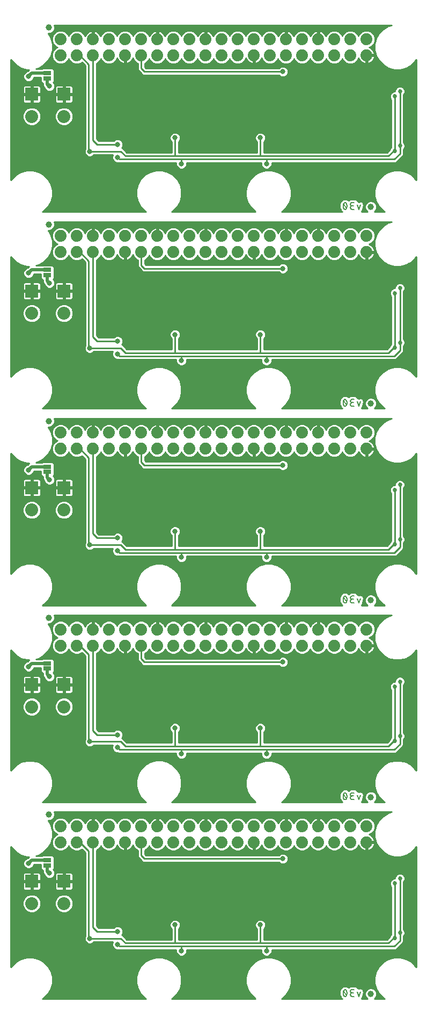
<source format=gbl>
G75*
%MOIN*%
%OFA0B0*%
%FSLAX25Y25*%
%IPPOS*%
%LPD*%
%AMOC8*
5,1,8,0,0,1.08239X$1,22.5*
%
%ADD10C,0.00800*%
%ADD11C,0.03937*%
%ADD12C,0.07400*%
%ADD13R,0.08000X0.08000*%
%ADD14C,0.08000*%
%ADD15R,0.05000X0.02500*%
%ADD16C,0.01000*%
%ADD17C,0.03200*%
%ADD18C,0.02700*%
%ADD19C,0.02000*%
D10*
X0243531Y0132203D02*
X0243579Y0132305D01*
X0243623Y0132408D01*
X0243664Y0132512D01*
X0243701Y0132618D01*
X0243735Y0132725D01*
X0243765Y0132833D01*
X0243792Y0132942D01*
X0243816Y0133051D01*
X0243836Y0133162D01*
X0243852Y0133273D01*
X0243865Y0133384D01*
X0243874Y0133496D01*
X0243879Y0133608D01*
X0243881Y0133720D01*
X0241548Y0133720D02*
X0241550Y0133832D01*
X0241555Y0133944D01*
X0241564Y0134056D01*
X0241577Y0134167D01*
X0241593Y0134278D01*
X0241613Y0134389D01*
X0241637Y0134498D01*
X0241664Y0134607D01*
X0241694Y0134715D01*
X0241728Y0134822D01*
X0241765Y0134928D01*
X0241806Y0135032D01*
X0241850Y0135135D01*
X0241898Y0135237D01*
X0241781Y0134887D02*
X0243648Y0132554D01*
X0242714Y0131621D02*
X0242658Y0131623D01*
X0242602Y0131628D01*
X0242546Y0131638D01*
X0242491Y0131650D01*
X0242437Y0131667D01*
X0242385Y0131686D01*
X0242333Y0131710D01*
X0242283Y0131736D01*
X0242236Y0131766D01*
X0242190Y0131798D01*
X0242146Y0131834D01*
X0242105Y0131873D01*
X0242066Y0131914D01*
X0242031Y0131957D01*
X0241998Y0132003D01*
X0241968Y0132051D01*
X0241941Y0132100D01*
X0241918Y0132151D01*
X0241898Y0132204D01*
X0242714Y0131621D02*
X0242770Y0131623D01*
X0242826Y0131628D01*
X0242882Y0131638D01*
X0242937Y0131650D01*
X0242991Y0131667D01*
X0243043Y0131686D01*
X0243095Y0131710D01*
X0243145Y0131736D01*
X0243192Y0131766D01*
X0243238Y0131798D01*
X0243282Y0131834D01*
X0243323Y0131873D01*
X0243362Y0131914D01*
X0243397Y0131957D01*
X0243430Y0132003D01*
X0243460Y0132051D01*
X0243487Y0132100D01*
X0243510Y0132151D01*
X0243530Y0132204D01*
X0241898Y0132203D02*
X0241850Y0132305D01*
X0241806Y0132408D01*
X0241765Y0132512D01*
X0241728Y0132618D01*
X0241694Y0132725D01*
X0241664Y0132833D01*
X0241637Y0132942D01*
X0241613Y0133051D01*
X0241593Y0133162D01*
X0241577Y0133273D01*
X0241564Y0133384D01*
X0241555Y0133496D01*
X0241550Y0133608D01*
X0241548Y0133720D01*
X0243881Y0133720D02*
X0243879Y0133832D01*
X0243874Y0133944D01*
X0243865Y0134056D01*
X0243852Y0134167D01*
X0243836Y0134278D01*
X0243816Y0134389D01*
X0243792Y0134498D01*
X0243765Y0134607D01*
X0243735Y0134715D01*
X0243701Y0134822D01*
X0243664Y0134928D01*
X0243623Y0135032D01*
X0243579Y0135135D01*
X0243531Y0135237D01*
X0243530Y0135237D02*
X0243510Y0135290D01*
X0243487Y0135341D01*
X0243460Y0135390D01*
X0243430Y0135438D01*
X0243397Y0135484D01*
X0243362Y0135527D01*
X0243323Y0135568D01*
X0243282Y0135607D01*
X0243238Y0135642D01*
X0243192Y0135675D01*
X0243145Y0135705D01*
X0243095Y0135731D01*
X0243043Y0135755D01*
X0242991Y0135774D01*
X0242937Y0135791D01*
X0242882Y0135803D01*
X0242826Y0135813D01*
X0242770Y0135818D01*
X0242714Y0135820D01*
X0242658Y0135818D01*
X0242602Y0135813D01*
X0242546Y0135803D01*
X0242491Y0135791D01*
X0242437Y0135774D01*
X0242385Y0135755D01*
X0242333Y0135731D01*
X0242283Y0135705D01*
X0242236Y0135675D01*
X0242190Y0135643D01*
X0242146Y0135607D01*
X0242105Y0135568D01*
X0242066Y0135527D01*
X0242031Y0135484D01*
X0241998Y0135438D01*
X0241968Y0135390D01*
X0241941Y0135341D01*
X0241918Y0135290D01*
X0241898Y0135237D01*
X0246981Y0135820D02*
X0246921Y0135818D01*
X0246862Y0135812D01*
X0246803Y0135803D01*
X0246744Y0135789D01*
X0246687Y0135772D01*
X0246631Y0135752D01*
X0246576Y0135728D01*
X0246523Y0135700D01*
X0246472Y0135669D01*
X0246423Y0135635D01*
X0246376Y0135597D01*
X0246332Y0135557D01*
X0246290Y0135514D01*
X0246252Y0135469D01*
X0246216Y0135421D01*
X0246183Y0135371D01*
X0246154Y0135319D01*
X0246128Y0135265D01*
X0246105Y0135209D01*
X0246087Y0135152D01*
X0246071Y0135095D01*
X0246060Y0135036D01*
X0246052Y0134977D01*
X0246048Y0134917D01*
X0246048Y0134857D01*
X0246052Y0134797D01*
X0246060Y0134738D01*
X0246071Y0134679D01*
X0246087Y0134622D01*
X0246105Y0134565D01*
X0246128Y0134509D01*
X0246154Y0134455D01*
X0246183Y0134403D01*
X0246216Y0134353D01*
X0246252Y0134305D01*
X0246290Y0134260D01*
X0246332Y0134217D01*
X0246376Y0134177D01*
X0246423Y0134139D01*
X0246472Y0134105D01*
X0246523Y0134074D01*
X0246576Y0134046D01*
X0246631Y0134022D01*
X0246687Y0134002D01*
X0246744Y0133985D01*
X0246803Y0133971D01*
X0246862Y0133962D01*
X0246921Y0133956D01*
X0246981Y0133954D01*
X0247914Y0133954D01*
X0247214Y0133954D02*
X0247147Y0133952D01*
X0247081Y0133946D01*
X0247015Y0133937D01*
X0246950Y0133924D01*
X0246885Y0133907D01*
X0246822Y0133886D01*
X0246760Y0133862D01*
X0246699Y0133834D01*
X0246640Y0133803D01*
X0246583Y0133769D01*
X0246528Y0133731D01*
X0246475Y0133690D01*
X0246425Y0133647D01*
X0246377Y0133600D01*
X0246332Y0133551D01*
X0246290Y0133500D01*
X0246251Y0133446D01*
X0246215Y0133390D01*
X0246182Y0133332D01*
X0246152Y0133272D01*
X0246127Y0133210D01*
X0246104Y0133148D01*
X0246085Y0133084D01*
X0246070Y0133019D01*
X0246059Y0132953D01*
X0246051Y0132887D01*
X0246047Y0132820D01*
X0246047Y0132754D01*
X0246051Y0132687D01*
X0246059Y0132621D01*
X0246070Y0132555D01*
X0246085Y0132490D01*
X0246104Y0132426D01*
X0246127Y0132364D01*
X0246152Y0132302D01*
X0246182Y0132242D01*
X0246215Y0132184D01*
X0246251Y0132128D01*
X0246290Y0132074D01*
X0246332Y0132023D01*
X0246377Y0131974D01*
X0246425Y0131927D01*
X0246475Y0131884D01*
X0246528Y0131843D01*
X0246583Y0131805D01*
X0246640Y0131771D01*
X0246699Y0131740D01*
X0246760Y0131712D01*
X0246822Y0131688D01*
X0246885Y0131667D01*
X0246950Y0131650D01*
X0247015Y0131637D01*
X0247081Y0131628D01*
X0247147Y0131622D01*
X0247214Y0131620D01*
X0248381Y0131620D01*
X0251264Y0131620D02*
X0250331Y0134420D01*
X0252198Y0134420D02*
X0251264Y0131620D01*
X0248381Y0135820D02*
X0246981Y0135820D01*
X0247214Y0253699D02*
X0248381Y0253699D01*
X0247214Y0253699D02*
X0247147Y0253701D01*
X0247081Y0253707D01*
X0247015Y0253716D01*
X0246950Y0253729D01*
X0246885Y0253746D01*
X0246822Y0253767D01*
X0246760Y0253791D01*
X0246699Y0253819D01*
X0246640Y0253850D01*
X0246583Y0253884D01*
X0246528Y0253922D01*
X0246475Y0253963D01*
X0246425Y0254006D01*
X0246377Y0254053D01*
X0246332Y0254102D01*
X0246290Y0254153D01*
X0246251Y0254207D01*
X0246215Y0254263D01*
X0246182Y0254321D01*
X0246152Y0254381D01*
X0246127Y0254443D01*
X0246104Y0254505D01*
X0246085Y0254569D01*
X0246070Y0254634D01*
X0246059Y0254700D01*
X0246051Y0254766D01*
X0246047Y0254833D01*
X0246047Y0254899D01*
X0246051Y0254966D01*
X0246059Y0255032D01*
X0246070Y0255098D01*
X0246085Y0255163D01*
X0246104Y0255227D01*
X0246127Y0255289D01*
X0246152Y0255351D01*
X0246182Y0255411D01*
X0246215Y0255469D01*
X0246251Y0255525D01*
X0246290Y0255579D01*
X0246332Y0255630D01*
X0246377Y0255679D01*
X0246425Y0255726D01*
X0246475Y0255769D01*
X0246528Y0255810D01*
X0246583Y0255848D01*
X0246640Y0255882D01*
X0246699Y0255913D01*
X0246760Y0255941D01*
X0246822Y0255965D01*
X0246885Y0255986D01*
X0246950Y0256003D01*
X0247015Y0256016D01*
X0247081Y0256025D01*
X0247147Y0256031D01*
X0247214Y0256033D01*
X0246981Y0256033D02*
X0247914Y0256033D01*
X0246981Y0256033D02*
X0246921Y0256035D01*
X0246862Y0256041D01*
X0246803Y0256050D01*
X0246744Y0256064D01*
X0246687Y0256081D01*
X0246631Y0256101D01*
X0246576Y0256125D01*
X0246523Y0256153D01*
X0246472Y0256184D01*
X0246423Y0256218D01*
X0246376Y0256256D01*
X0246332Y0256296D01*
X0246290Y0256339D01*
X0246252Y0256384D01*
X0246216Y0256432D01*
X0246183Y0256482D01*
X0246154Y0256534D01*
X0246128Y0256588D01*
X0246105Y0256644D01*
X0246087Y0256701D01*
X0246071Y0256758D01*
X0246060Y0256817D01*
X0246052Y0256876D01*
X0246048Y0256936D01*
X0246048Y0256996D01*
X0246052Y0257056D01*
X0246060Y0257115D01*
X0246071Y0257174D01*
X0246087Y0257231D01*
X0246105Y0257288D01*
X0246128Y0257344D01*
X0246154Y0257398D01*
X0246183Y0257450D01*
X0246216Y0257500D01*
X0246252Y0257548D01*
X0246290Y0257593D01*
X0246332Y0257636D01*
X0246376Y0257676D01*
X0246423Y0257714D01*
X0246472Y0257748D01*
X0246523Y0257779D01*
X0246576Y0257807D01*
X0246631Y0257831D01*
X0246687Y0257851D01*
X0246744Y0257868D01*
X0246803Y0257882D01*
X0246862Y0257891D01*
X0246921Y0257897D01*
X0246981Y0257899D01*
X0248381Y0257899D01*
X0250331Y0256499D02*
X0251264Y0253699D01*
X0252198Y0256499D01*
X0241898Y0254282D02*
X0241850Y0254384D01*
X0241806Y0254487D01*
X0241765Y0254591D01*
X0241728Y0254697D01*
X0241694Y0254804D01*
X0241664Y0254912D01*
X0241637Y0255021D01*
X0241613Y0255130D01*
X0241593Y0255241D01*
X0241577Y0255352D01*
X0241564Y0255463D01*
X0241555Y0255575D01*
X0241550Y0255687D01*
X0241548Y0255799D01*
X0243881Y0255799D02*
X0243879Y0255911D01*
X0243874Y0256023D01*
X0243865Y0256135D01*
X0243852Y0256246D01*
X0243836Y0256357D01*
X0243816Y0256468D01*
X0243792Y0256577D01*
X0243765Y0256686D01*
X0243735Y0256794D01*
X0243701Y0256901D01*
X0243664Y0257007D01*
X0243623Y0257111D01*
X0243579Y0257214D01*
X0243531Y0257316D01*
X0243530Y0257316D02*
X0243510Y0257369D01*
X0243487Y0257420D01*
X0243460Y0257469D01*
X0243430Y0257517D01*
X0243397Y0257563D01*
X0243362Y0257606D01*
X0243323Y0257647D01*
X0243282Y0257686D01*
X0243238Y0257721D01*
X0243192Y0257754D01*
X0243145Y0257784D01*
X0243095Y0257810D01*
X0243043Y0257834D01*
X0242991Y0257853D01*
X0242937Y0257870D01*
X0242882Y0257882D01*
X0242826Y0257892D01*
X0242770Y0257897D01*
X0242714Y0257899D01*
X0242658Y0257897D01*
X0242602Y0257892D01*
X0242546Y0257882D01*
X0242491Y0257870D01*
X0242437Y0257853D01*
X0242385Y0257834D01*
X0242333Y0257810D01*
X0242283Y0257784D01*
X0242236Y0257754D01*
X0242190Y0257722D01*
X0242146Y0257686D01*
X0242105Y0257647D01*
X0242066Y0257606D01*
X0242031Y0257563D01*
X0241998Y0257517D01*
X0241968Y0257469D01*
X0241941Y0257420D01*
X0241918Y0257369D01*
X0241898Y0257316D01*
X0241781Y0256966D02*
X0243648Y0254633D01*
X0242714Y0253700D02*
X0242658Y0253702D01*
X0242602Y0253707D01*
X0242546Y0253717D01*
X0242491Y0253729D01*
X0242437Y0253746D01*
X0242385Y0253765D01*
X0242333Y0253789D01*
X0242283Y0253815D01*
X0242236Y0253845D01*
X0242190Y0253877D01*
X0242146Y0253913D01*
X0242105Y0253952D01*
X0242066Y0253993D01*
X0242031Y0254036D01*
X0241998Y0254082D01*
X0241968Y0254130D01*
X0241941Y0254179D01*
X0241918Y0254230D01*
X0241898Y0254283D01*
X0242714Y0253699D02*
X0242770Y0253701D01*
X0242826Y0253706D01*
X0242882Y0253716D01*
X0242937Y0253728D01*
X0242991Y0253745D01*
X0243043Y0253764D01*
X0243095Y0253788D01*
X0243145Y0253814D01*
X0243192Y0253844D01*
X0243238Y0253876D01*
X0243282Y0253912D01*
X0243323Y0253951D01*
X0243362Y0253992D01*
X0243397Y0254035D01*
X0243430Y0254081D01*
X0243460Y0254129D01*
X0243487Y0254178D01*
X0243510Y0254229D01*
X0243530Y0254282D01*
X0241548Y0255799D02*
X0241550Y0255911D01*
X0241555Y0256023D01*
X0241564Y0256135D01*
X0241577Y0256246D01*
X0241593Y0256357D01*
X0241613Y0256468D01*
X0241637Y0256577D01*
X0241664Y0256686D01*
X0241694Y0256794D01*
X0241728Y0256901D01*
X0241765Y0257007D01*
X0241806Y0257111D01*
X0241850Y0257214D01*
X0241898Y0257316D01*
X0243881Y0255799D02*
X0243879Y0255687D01*
X0243874Y0255575D01*
X0243865Y0255463D01*
X0243852Y0255352D01*
X0243836Y0255241D01*
X0243816Y0255130D01*
X0243792Y0255021D01*
X0243765Y0254912D01*
X0243735Y0254804D01*
X0243701Y0254697D01*
X0243664Y0254591D01*
X0243623Y0254487D01*
X0243579Y0254384D01*
X0243531Y0254282D01*
X0247214Y0375778D02*
X0248381Y0375778D01*
X0247214Y0375778D02*
X0247147Y0375780D01*
X0247081Y0375786D01*
X0247015Y0375795D01*
X0246950Y0375808D01*
X0246885Y0375825D01*
X0246822Y0375846D01*
X0246760Y0375870D01*
X0246699Y0375898D01*
X0246640Y0375929D01*
X0246583Y0375963D01*
X0246528Y0376001D01*
X0246475Y0376042D01*
X0246425Y0376085D01*
X0246377Y0376132D01*
X0246332Y0376181D01*
X0246290Y0376232D01*
X0246251Y0376286D01*
X0246215Y0376342D01*
X0246182Y0376400D01*
X0246152Y0376460D01*
X0246127Y0376522D01*
X0246104Y0376584D01*
X0246085Y0376648D01*
X0246070Y0376713D01*
X0246059Y0376779D01*
X0246051Y0376845D01*
X0246047Y0376912D01*
X0246047Y0376978D01*
X0246051Y0377045D01*
X0246059Y0377111D01*
X0246070Y0377177D01*
X0246085Y0377242D01*
X0246104Y0377306D01*
X0246127Y0377368D01*
X0246152Y0377430D01*
X0246182Y0377490D01*
X0246215Y0377548D01*
X0246251Y0377604D01*
X0246290Y0377658D01*
X0246332Y0377709D01*
X0246377Y0377758D01*
X0246425Y0377805D01*
X0246475Y0377848D01*
X0246528Y0377889D01*
X0246583Y0377927D01*
X0246640Y0377961D01*
X0246699Y0377992D01*
X0246760Y0378020D01*
X0246822Y0378044D01*
X0246885Y0378065D01*
X0246950Y0378082D01*
X0247015Y0378095D01*
X0247081Y0378104D01*
X0247147Y0378110D01*
X0247214Y0378112D01*
X0246981Y0378111D02*
X0247914Y0378111D01*
X0246981Y0378112D02*
X0246921Y0378114D01*
X0246862Y0378120D01*
X0246803Y0378129D01*
X0246744Y0378143D01*
X0246687Y0378160D01*
X0246631Y0378180D01*
X0246576Y0378204D01*
X0246523Y0378232D01*
X0246472Y0378263D01*
X0246423Y0378297D01*
X0246376Y0378335D01*
X0246332Y0378375D01*
X0246290Y0378418D01*
X0246252Y0378463D01*
X0246216Y0378511D01*
X0246183Y0378561D01*
X0246154Y0378613D01*
X0246128Y0378667D01*
X0246105Y0378723D01*
X0246087Y0378780D01*
X0246071Y0378837D01*
X0246060Y0378896D01*
X0246052Y0378955D01*
X0246048Y0379015D01*
X0246048Y0379075D01*
X0246052Y0379135D01*
X0246060Y0379194D01*
X0246071Y0379253D01*
X0246087Y0379310D01*
X0246105Y0379367D01*
X0246128Y0379423D01*
X0246154Y0379477D01*
X0246183Y0379529D01*
X0246216Y0379579D01*
X0246252Y0379627D01*
X0246290Y0379672D01*
X0246332Y0379715D01*
X0246376Y0379755D01*
X0246423Y0379793D01*
X0246472Y0379827D01*
X0246523Y0379858D01*
X0246576Y0379886D01*
X0246631Y0379910D01*
X0246687Y0379930D01*
X0246744Y0379947D01*
X0246803Y0379961D01*
X0246862Y0379970D01*
X0246921Y0379976D01*
X0246981Y0379978D01*
X0248381Y0379978D01*
X0250331Y0378578D02*
X0251264Y0375778D01*
X0252198Y0378578D01*
X0241898Y0376361D02*
X0241850Y0376463D01*
X0241806Y0376566D01*
X0241765Y0376670D01*
X0241728Y0376776D01*
X0241694Y0376883D01*
X0241664Y0376991D01*
X0241637Y0377100D01*
X0241613Y0377209D01*
X0241593Y0377320D01*
X0241577Y0377431D01*
X0241564Y0377542D01*
X0241555Y0377654D01*
X0241550Y0377766D01*
X0241548Y0377878D01*
X0243881Y0377878D02*
X0243879Y0377990D01*
X0243874Y0378102D01*
X0243865Y0378214D01*
X0243852Y0378325D01*
X0243836Y0378436D01*
X0243816Y0378547D01*
X0243792Y0378656D01*
X0243765Y0378765D01*
X0243735Y0378873D01*
X0243701Y0378980D01*
X0243664Y0379086D01*
X0243623Y0379190D01*
X0243579Y0379293D01*
X0243531Y0379395D01*
X0243530Y0379395D02*
X0243510Y0379448D01*
X0243487Y0379499D01*
X0243460Y0379548D01*
X0243430Y0379596D01*
X0243397Y0379642D01*
X0243362Y0379685D01*
X0243323Y0379726D01*
X0243282Y0379765D01*
X0243238Y0379800D01*
X0243192Y0379833D01*
X0243145Y0379863D01*
X0243095Y0379889D01*
X0243043Y0379913D01*
X0242991Y0379932D01*
X0242937Y0379949D01*
X0242882Y0379961D01*
X0242826Y0379971D01*
X0242770Y0379976D01*
X0242714Y0379978D01*
X0242658Y0379976D01*
X0242602Y0379971D01*
X0242546Y0379961D01*
X0242491Y0379949D01*
X0242437Y0379932D01*
X0242385Y0379913D01*
X0242333Y0379889D01*
X0242283Y0379863D01*
X0242236Y0379833D01*
X0242190Y0379801D01*
X0242146Y0379765D01*
X0242105Y0379726D01*
X0242066Y0379685D01*
X0242031Y0379642D01*
X0241998Y0379596D01*
X0241968Y0379548D01*
X0241941Y0379499D01*
X0241918Y0379448D01*
X0241898Y0379395D01*
X0241781Y0379045D02*
X0243648Y0376711D01*
X0242714Y0375778D02*
X0242658Y0375780D01*
X0242602Y0375785D01*
X0242546Y0375795D01*
X0242491Y0375807D01*
X0242437Y0375824D01*
X0242385Y0375843D01*
X0242333Y0375867D01*
X0242283Y0375893D01*
X0242236Y0375923D01*
X0242190Y0375955D01*
X0242146Y0375991D01*
X0242105Y0376030D01*
X0242066Y0376071D01*
X0242031Y0376114D01*
X0241998Y0376160D01*
X0241968Y0376208D01*
X0241941Y0376257D01*
X0241918Y0376308D01*
X0241898Y0376361D01*
X0242714Y0375778D02*
X0242770Y0375780D01*
X0242826Y0375785D01*
X0242882Y0375795D01*
X0242937Y0375807D01*
X0242991Y0375824D01*
X0243043Y0375843D01*
X0243095Y0375867D01*
X0243145Y0375893D01*
X0243192Y0375923D01*
X0243238Y0375955D01*
X0243282Y0375991D01*
X0243323Y0376030D01*
X0243362Y0376071D01*
X0243397Y0376114D01*
X0243430Y0376160D01*
X0243460Y0376208D01*
X0243487Y0376257D01*
X0243510Y0376308D01*
X0243530Y0376361D01*
X0241548Y0377878D02*
X0241550Y0377990D01*
X0241555Y0378102D01*
X0241564Y0378214D01*
X0241577Y0378325D01*
X0241593Y0378436D01*
X0241613Y0378547D01*
X0241637Y0378656D01*
X0241664Y0378765D01*
X0241694Y0378873D01*
X0241728Y0378980D01*
X0241765Y0379086D01*
X0241806Y0379190D01*
X0241850Y0379293D01*
X0241898Y0379395D01*
X0243881Y0377878D02*
X0243879Y0377766D01*
X0243874Y0377654D01*
X0243865Y0377542D01*
X0243852Y0377431D01*
X0243836Y0377320D01*
X0243816Y0377209D01*
X0243792Y0377100D01*
X0243765Y0376991D01*
X0243735Y0376883D01*
X0243701Y0376776D01*
X0243664Y0376670D01*
X0243623Y0376566D01*
X0243579Y0376463D01*
X0243531Y0376361D01*
X0247214Y0497857D02*
X0248381Y0497857D01*
X0247214Y0497856D02*
X0247147Y0497858D01*
X0247081Y0497864D01*
X0247015Y0497873D01*
X0246950Y0497886D01*
X0246885Y0497903D01*
X0246822Y0497924D01*
X0246760Y0497948D01*
X0246699Y0497976D01*
X0246640Y0498007D01*
X0246583Y0498041D01*
X0246528Y0498079D01*
X0246475Y0498120D01*
X0246425Y0498163D01*
X0246377Y0498210D01*
X0246332Y0498259D01*
X0246290Y0498310D01*
X0246251Y0498364D01*
X0246215Y0498420D01*
X0246182Y0498478D01*
X0246152Y0498538D01*
X0246127Y0498600D01*
X0246104Y0498662D01*
X0246085Y0498726D01*
X0246070Y0498791D01*
X0246059Y0498857D01*
X0246051Y0498923D01*
X0246047Y0498990D01*
X0246047Y0499056D01*
X0246051Y0499123D01*
X0246059Y0499189D01*
X0246070Y0499255D01*
X0246085Y0499320D01*
X0246104Y0499384D01*
X0246127Y0499446D01*
X0246152Y0499508D01*
X0246182Y0499568D01*
X0246215Y0499626D01*
X0246251Y0499682D01*
X0246290Y0499736D01*
X0246332Y0499787D01*
X0246377Y0499836D01*
X0246425Y0499883D01*
X0246475Y0499926D01*
X0246528Y0499967D01*
X0246583Y0500005D01*
X0246640Y0500039D01*
X0246699Y0500070D01*
X0246760Y0500098D01*
X0246822Y0500122D01*
X0246885Y0500143D01*
X0246950Y0500160D01*
X0247015Y0500173D01*
X0247081Y0500182D01*
X0247147Y0500188D01*
X0247214Y0500190D01*
X0246981Y0500190D02*
X0247914Y0500190D01*
X0246981Y0500190D02*
X0246921Y0500192D01*
X0246862Y0500198D01*
X0246803Y0500207D01*
X0246744Y0500221D01*
X0246687Y0500238D01*
X0246631Y0500258D01*
X0246576Y0500282D01*
X0246523Y0500310D01*
X0246472Y0500341D01*
X0246423Y0500375D01*
X0246376Y0500413D01*
X0246332Y0500453D01*
X0246290Y0500496D01*
X0246252Y0500541D01*
X0246216Y0500589D01*
X0246183Y0500639D01*
X0246154Y0500691D01*
X0246128Y0500745D01*
X0246105Y0500801D01*
X0246087Y0500858D01*
X0246071Y0500915D01*
X0246060Y0500974D01*
X0246052Y0501033D01*
X0246048Y0501093D01*
X0246048Y0501153D01*
X0246052Y0501213D01*
X0246060Y0501272D01*
X0246071Y0501331D01*
X0246087Y0501388D01*
X0246105Y0501445D01*
X0246128Y0501501D01*
X0246154Y0501555D01*
X0246183Y0501607D01*
X0246216Y0501657D01*
X0246252Y0501705D01*
X0246290Y0501750D01*
X0246332Y0501793D01*
X0246376Y0501833D01*
X0246423Y0501871D01*
X0246472Y0501905D01*
X0246523Y0501936D01*
X0246576Y0501964D01*
X0246631Y0501988D01*
X0246687Y0502008D01*
X0246744Y0502025D01*
X0246803Y0502039D01*
X0246862Y0502048D01*
X0246921Y0502054D01*
X0246981Y0502056D01*
X0246981Y0502057D02*
X0248381Y0502057D01*
X0250331Y0500657D02*
X0251264Y0497857D01*
X0252198Y0500657D01*
X0241898Y0498440D02*
X0241850Y0498542D01*
X0241806Y0498645D01*
X0241765Y0498749D01*
X0241728Y0498855D01*
X0241694Y0498962D01*
X0241664Y0499070D01*
X0241637Y0499179D01*
X0241613Y0499288D01*
X0241593Y0499399D01*
X0241577Y0499510D01*
X0241564Y0499621D01*
X0241555Y0499733D01*
X0241550Y0499845D01*
X0241548Y0499957D01*
X0243881Y0499957D02*
X0243879Y0500069D01*
X0243874Y0500181D01*
X0243865Y0500293D01*
X0243852Y0500404D01*
X0243836Y0500515D01*
X0243816Y0500626D01*
X0243792Y0500735D01*
X0243765Y0500844D01*
X0243735Y0500952D01*
X0243701Y0501059D01*
X0243664Y0501165D01*
X0243623Y0501269D01*
X0243579Y0501372D01*
X0243531Y0501474D01*
X0243530Y0501473D02*
X0243510Y0501526D01*
X0243487Y0501577D01*
X0243460Y0501626D01*
X0243430Y0501674D01*
X0243397Y0501720D01*
X0243362Y0501763D01*
X0243323Y0501804D01*
X0243282Y0501843D01*
X0243238Y0501878D01*
X0243192Y0501911D01*
X0243145Y0501941D01*
X0243095Y0501967D01*
X0243043Y0501991D01*
X0242991Y0502010D01*
X0242937Y0502027D01*
X0242882Y0502039D01*
X0242826Y0502049D01*
X0242770Y0502054D01*
X0242714Y0502056D01*
X0242658Y0502054D01*
X0242602Y0502049D01*
X0242546Y0502039D01*
X0242491Y0502027D01*
X0242437Y0502010D01*
X0242385Y0501991D01*
X0242333Y0501967D01*
X0242283Y0501941D01*
X0242236Y0501911D01*
X0242190Y0501879D01*
X0242146Y0501843D01*
X0242105Y0501804D01*
X0242066Y0501763D01*
X0242031Y0501720D01*
X0241998Y0501674D01*
X0241968Y0501626D01*
X0241941Y0501577D01*
X0241918Y0501526D01*
X0241898Y0501473D01*
X0241781Y0501123D02*
X0243648Y0498790D01*
X0242714Y0497857D02*
X0242658Y0497859D01*
X0242602Y0497864D01*
X0242546Y0497874D01*
X0242491Y0497886D01*
X0242437Y0497903D01*
X0242385Y0497922D01*
X0242333Y0497946D01*
X0242283Y0497972D01*
X0242236Y0498002D01*
X0242190Y0498034D01*
X0242146Y0498070D01*
X0242105Y0498109D01*
X0242066Y0498150D01*
X0242031Y0498193D01*
X0241998Y0498239D01*
X0241968Y0498287D01*
X0241941Y0498336D01*
X0241918Y0498387D01*
X0241898Y0498440D01*
X0242714Y0497857D02*
X0242770Y0497859D01*
X0242826Y0497864D01*
X0242882Y0497874D01*
X0242937Y0497886D01*
X0242991Y0497903D01*
X0243043Y0497922D01*
X0243095Y0497946D01*
X0243145Y0497972D01*
X0243192Y0498002D01*
X0243238Y0498034D01*
X0243282Y0498070D01*
X0243323Y0498109D01*
X0243362Y0498150D01*
X0243397Y0498193D01*
X0243430Y0498239D01*
X0243460Y0498287D01*
X0243487Y0498336D01*
X0243510Y0498387D01*
X0243530Y0498440D01*
X0241548Y0499957D02*
X0241550Y0500069D01*
X0241555Y0500181D01*
X0241564Y0500293D01*
X0241577Y0500404D01*
X0241593Y0500515D01*
X0241613Y0500626D01*
X0241637Y0500735D01*
X0241664Y0500844D01*
X0241694Y0500952D01*
X0241728Y0501059D01*
X0241765Y0501165D01*
X0241806Y0501269D01*
X0241850Y0501372D01*
X0241898Y0501474D01*
X0243881Y0499957D02*
X0243879Y0499845D01*
X0243874Y0499733D01*
X0243865Y0499621D01*
X0243852Y0499510D01*
X0243836Y0499399D01*
X0243816Y0499288D01*
X0243792Y0499179D01*
X0243765Y0499070D01*
X0243735Y0498962D01*
X0243701Y0498855D01*
X0243664Y0498749D01*
X0243623Y0498645D01*
X0243579Y0498542D01*
X0243531Y0498440D01*
X0247214Y0619935D02*
X0248381Y0619935D01*
X0247214Y0619935D02*
X0247147Y0619937D01*
X0247081Y0619943D01*
X0247015Y0619952D01*
X0246950Y0619965D01*
X0246885Y0619982D01*
X0246822Y0620003D01*
X0246760Y0620027D01*
X0246699Y0620055D01*
X0246640Y0620086D01*
X0246583Y0620120D01*
X0246528Y0620158D01*
X0246475Y0620199D01*
X0246425Y0620242D01*
X0246377Y0620289D01*
X0246332Y0620338D01*
X0246290Y0620389D01*
X0246251Y0620443D01*
X0246215Y0620499D01*
X0246182Y0620557D01*
X0246152Y0620617D01*
X0246127Y0620679D01*
X0246104Y0620741D01*
X0246085Y0620805D01*
X0246070Y0620870D01*
X0246059Y0620936D01*
X0246051Y0621002D01*
X0246047Y0621069D01*
X0246047Y0621135D01*
X0246051Y0621202D01*
X0246059Y0621268D01*
X0246070Y0621334D01*
X0246085Y0621399D01*
X0246104Y0621463D01*
X0246127Y0621525D01*
X0246152Y0621587D01*
X0246182Y0621647D01*
X0246215Y0621705D01*
X0246251Y0621761D01*
X0246290Y0621815D01*
X0246332Y0621866D01*
X0246377Y0621915D01*
X0246425Y0621962D01*
X0246475Y0622005D01*
X0246528Y0622046D01*
X0246583Y0622084D01*
X0246640Y0622118D01*
X0246699Y0622149D01*
X0246760Y0622177D01*
X0246822Y0622201D01*
X0246885Y0622222D01*
X0246950Y0622239D01*
X0247015Y0622252D01*
X0247081Y0622261D01*
X0247147Y0622267D01*
X0247214Y0622269D01*
X0246981Y0622269D02*
X0247914Y0622269D01*
X0246981Y0622269D02*
X0246921Y0622271D01*
X0246862Y0622277D01*
X0246803Y0622286D01*
X0246744Y0622300D01*
X0246687Y0622317D01*
X0246631Y0622337D01*
X0246576Y0622361D01*
X0246523Y0622389D01*
X0246472Y0622420D01*
X0246423Y0622454D01*
X0246376Y0622492D01*
X0246332Y0622532D01*
X0246290Y0622575D01*
X0246252Y0622620D01*
X0246216Y0622668D01*
X0246183Y0622718D01*
X0246154Y0622770D01*
X0246128Y0622824D01*
X0246105Y0622880D01*
X0246087Y0622937D01*
X0246071Y0622994D01*
X0246060Y0623053D01*
X0246052Y0623112D01*
X0246048Y0623172D01*
X0246048Y0623232D01*
X0246052Y0623292D01*
X0246060Y0623351D01*
X0246071Y0623410D01*
X0246087Y0623467D01*
X0246105Y0623524D01*
X0246128Y0623580D01*
X0246154Y0623634D01*
X0246183Y0623686D01*
X0246216Y0623736D01*
X0246252Y0623784D01*
X0246290Y0623829D01*
X0246332Y0623872D01*
X0246376Y0623912D01*
X0246423Y0623950D01*
X0246472Y0623984D01*
X0246523Y0624015D01*
X0246576Y0624043D01*
X0246631Y0624067D01*
X0246687Y0624087D01*
X0246744Y0624104D01*
X0246803Y0624118D01*
X0246862Y0624127D01*
X0246921Y0624133D01*
X0246981Y0624135D01*
X0248381Y0624135D01*
X0250331Y0622735D02*
X0251264Y0619935D01*
X0252198Y0622735D01*
X0241898Y0620518D02*
X0241850Y0620620D01*
X0241806Y0620723D01*
X0241765Y0620827D01*
X0241728Y0620933D01*
X0241694Y0621040D01*
X0241664Y0621148D01*
X0241637Y0621257D01*
X0241613Y0621366D01*
X0241593Y0621477D01*
X0241577Y0621588D01*
X0241564Y0621699D01*
X0241555Y0621811D01*
X0241550Y0621923D01*
X0241548Y0622035D01*
X0243881Y0622035D02*
X0243879Y0622147D01*
X0243874Y0622259D01*
X0243865Y0622371D01*
X0243852Y0622482D01*
X0243836Y0622593D01*
X0243816Y0622704D01*
X0243792Y0622813D01*
X0243765Y0622922D01*
X0243735Y0623030D01*
X0243701Y0623137D01*
X0243664Y0623243D01*
X0243623Y0623347D01*
X0243579Y0623450D01*
X0243531Y0623552D01*
X0243530Y0623552D02*
X0243510Y0623605D01*
X0243487Y0623656D01*
X0243460Y0623705D01*
X0243430Y0623753D01*
X0243397Y0623799D01*
X0243362Y0623842D01*
X0243323Y0623883D01*
X0243282Y0623922D01*
X0243238Y0623957D01*
X0243192Y0623990D01*
X0243145Y0624020D01*
X0243095Y0624046D01*
X0243043Y0624070D01*
X0242991Y0624089D01*
X0242937Y0624106D01*
X0242882Y0624118D01*
X0242826Y0624128D01*
X0242770Y0624133D01*
X0242714Y0624135D01*
X0242658Y0624133D01*
X0242602Y0624128D01*
X0242546Y0624118D01*
X0242491Y0624106D01*
X0242437Y0624089D01*
X0242385Y0624070D01*
X0242333Y0624046D01*
X0242283Y0624020D01*
X0242236Y0623990D01*
X0242190Y0623958D01*
X0242146Y0623922D01*
X0242105Y0623883D01*
X0242066Y0623842D01*
X0242031Y0623799D01*
X0241998Y0623753D01*
X0241968Y0623705D01*
X0241941Y0623656D01*
X0241918Y0623605D01*
X0241898Y0623552D01*
X0241781Y0623202D02*
X0243648Y0620869D01*
X0242714Y0619936D02*
X0242658Y0619938D01*
X0242602Y0619943D01*
X0242546Y0619953D01*
X0242491Y0619965D01*
X0242437Y0619982D01*
X0242385Y0620001D01*
X0242333Y0620025D01*
X0242283Y0620051D01*
X0242236Y0620081D01*
X0242190Y0620113D01*
X0242146Y0620149D01*
X0242105Y0620188D01*
X0242066Y0620229D01*
X0242031Y0620272D01*
X0241998Y0620318D01*
X0241968Y0620366D01*
X0241941Y0620415D01*
X0241918Y0620466D01*
X0241898Y0620519D01*
X0242714Y0619936D02*
X0242770Y0619938D01*
X0242826Y0619943D01*
X0242882Y0619953D01*
X0242937Y0619965D01*
X0242991Y0619982D01*
X0243043Y0620001D01*
X0243095Y0620025D01*
X0243145Y0620051D01*
X0243192Y0620081D01*
X0243238Y0620113D01*
X0243282Y0620149D01*
X0243323Y0620188D01*
X0243362Y0620229D01*
X0243397Y0620272D01*
X0243430Y0620318D01*
X0243460Y0620366D01*
X0243487Y0620415D01*
X0243510Y0620466D01*
X0243530Y0620519D01*
X0241548Y0622035D02*
X0241550Y0622147D01*
X0241555Y0622259D01*
X0241564Y0622371D01*
X0241577Y0622482D01*
X0241593Y0622593D01*
X0241613Y0622704D01*
X0241637Y0622813D01*
X0241664Y0622922D01*
X0241694Y0623030D01*
X0241728Y0623137D01*
X0241765Y0623243D01*
X0241806Y0623347D01*
X0241850Y0623450D01*
X0241898Y0623552D01*
X0243881Y0622035D02*
X0243879Y0621923D01*
X0243874Y0621811D01*
X0243865Y0621699D01*
X0243852Y0621588D01*
X0243836Y0621477D01*
X0243816Y0621366D01*
X0243792Y0621257D01*
X0243765Y0621148D01*
X0243735Y0621040D01*
X0243701Y0620933D01*
X0243664Y0620827D01*
X0243623Y0620723D01*
X0243579Y0620620D01*
X0243531Y0620518D01*
D11*
X0258736Y0621472D03*
X0258736Y0499394D03*
X0258736Y0377315D03*
X0258736Y0255236D03*
X0258736Y0133157D03*
X0058696Y0244378D03*
X0058696Y0366457D03*
X0058696Y0488535D03*
X0058696Y0610614D03*
X0058696Y0732693D03*
D12*
X0065980Y0725528D03*
X0065980Y0715528D03*
X0075980Y0715528D03*
X0075980Y0725528D03*
X0085980Y0725528D03*
X0085980Y0715528D03*
X0095980Y0715528D03*
X0095980Y0725528D03*
X0105980Y0725528D03*
X0115980Y0725528D03*
X0115980Y0715528D03*
X0105980Y0715528D03*
X0125980Y0715528D03*
X0125980Y0725528D03*
X0135980Y0725528D03*
X0135980Y0715528D03*
X0145980Y0715528D03*
X0145980Y0725528D03*
X0155980Y0725528D03*
X0155980Y0715528D03*
X0165980Y0715528D03*
X0165980Y0725528D03*
X0175980Y0725528D03*
X0175980Y0715528D03*
X0185980Y0715528D03*
X0185980Y0725528D03*
X0195980Y0725528D03*
X0195980Y0715528D03*
X0205980Y0715528D03*
X0205980Y0725528D03*
X0215980Y0725528D03*
X0225980Y0725528D03*
X0225980Y0715528D03*
X0215980Y0715528D03*
X0235980Y0715528D03*
X0235980Y0725528D03*
X0245980Y0725528D03*
X0245980Y0715528D03*
X0255980Y0715528D03*
X0255980Y0725528D03*
X0255980Y0603449D03*
X0255980Y0593449D03*
X0245980Y0593449D03*
X0245980Y0603449D03*
X0235980Y0603449D03*
X0235980Y0593449D03*
X0225980Y0593449D03*
X0225980Y0603449D03*
X0215980Y0603449D03*
X0215980Y0593449D03*
X0205980Y0593449D03*
X0205980Y0603449D03*
X0195980Y0603449D03*
X0195980Y0593449D03*
X0185980Y0593449D03*
X0185980Y0603449D03*
X0175980Y0603449D03*
X0175980Y0593449D03*
X0165980Y0593449D03*
X0165980Y0603449D03*
X0155980Y0603449D03*
X0155980Y0593449D03*
X0145980Y0593449D03*
X0145980Y0603449D03*
X0135980Y0603449D03*
X0135980Y0593449D03*
X0125980Y0593449D03*
X0125980Y0603449D03*
X0115980Y0603449D03*
X0115980Y0593449D03*
X0105980Y0593449D03*
X0105980Y0603449D03*
X0095980Y0603449D03*
X0095980Y0593449D03*
X0085980Y0593449D03*
X0085980Y0603449D03*
X0075980Y0603449D03*
X0075980Y0593449D03*
X0065980Y0593449D03*
X0065980Y0603449D03*
X0065980Y0481370D03*
X0065980Y0471370D03*
X0075980Y0471370D03*
X0075980Y0481370D03*
X0085980Y0481370D03*
X0085980Y0471370D03*
X0095980Y0471370D03*
X0095980Y0481370D03*
X0105980Y0481370D03*
X0105980Y0471370D03*
X0115980Y0471370D03*
X0115980Y0481370D03*
X0125980Y0481370D03*
X0125980Y0471370D03*
X0135980Y0471370D03*
X0135980Y0481370D03*
X0145980Y0481370D03*
X0145980Y0471370D03*
X0155980Y0471370D03*
X0155980Y0481370D03*
X0165980Y0481370D03*
X0165980Y0471370D03*
X0175980Y0471370D03*
X0175980Y0481370D03*
X0185980Y0481370D03*
X0185980Y0471370D03*
X0195980Y0471370D03*
X0195980Y0481370D03*
X0205980Y0481370D03*
X0205980Y0471370D03*
X0215980Y0471370D03*
X0215980Y0481370D03*
X0225980Y0481370D03*
X0225980Y0471370D03*
X0235980Y0471370D03*
X0235980Y0481370D03*
X0245980Y0481370D03*
X0245980Y0471370D03*
X0255980Y0471370D03*
X0255980Y0481370D03*
X0255980Y0359291D03*
X0255980Y0349291D03*
X0245980Y0349291D03*
X0245980Y0359291D03*
X0235980Y0359291D03*
X0235980Y0349291D03*
X0225980Y0349291D03*
X0225980Y0359291D03*
X0215980Y0359291D03*
X0215980Y0349291D03*
X0205980Y0349291D03*
X0205980Y0359291D03*
X0195980Y0359291D03*
X0195980Y0349291D03*
X0185980Y0349291D03*
X0185980Y0359291D03*
X0175980Y0359291D03*
X0175980Y0349291D03*
X0165980Y0349291D03*
X0165980Y0359291D03*
X0155980Y0359291D03*
X0155980Y0349291D03*
X0145980Y0349291D03*
X0145980Y0359291D03*
X0135980Y0359291D03*
X0135980Y0349291D03*
X0125980Y0349291D03*
X0125980Y0359291D03*
X0115980Y0359291D03*
X0115980Y0349291D03*
X0105980Y0349291D03*
X0105980Y0359291D03*
X0095980Y0359291D03*
X0095980Y0349291D03*
X0085980Y0349291D03*
X0085980Y0359291D03*
X0075980Y0359291D03*
X0075980Y0349291D03*
X0065980Y0349291D03*
X0065980Y0359291D03*
X0065980Y0237213D03*
X0065980Y0227213D03*
X0075980Y0227213D03*
X0075980Y0237213D03*
X0085980Y0237213D03*
X0085980Y0227213D03*
X0095980Y0227213D03*
X0095980Y0237213D03*
X0105980Y0237213D03*
X0105980Y0227213D03*
X0115980Y0227213D03*
X0115980Y0237213D03*
X0125980Y0237213D03*
X0125980Y0227213D03*
X0135980Y0227213D03*
X0135980Y0237213D03*
X0145980Y0237213D03*
X0145980Y0227213D03*
X0155980Y0227213D03*
X0155980Y0237213D03*
X0165980Y0237213D03*
X0165980Y0227213D03*
X0175980Y0227213D03*
X0175980Y0237213D03*
X0185980Y0237213D03*
X0185980Y0227213D03*
X0195980Y0227213D03*
X0195980Y0237213D03*
X0205980Y0237213D03*
X0205980Y0227213D03*
X0215980Y0227213D03*
X0215980Y0237213D03*
X0225980Y0237213D03*
X0225980Y0227213D03*
X0235980Y0227213D03*
X0235980Y0237213D03*
X0245980Y0237213D03*
X0245980Y0227213D03*
X0255980Y0227213D03*
X0255980Y0237213D03*
D13*
X0068027Y0203000D03*
X0048027Y0203000D03*
X0048027Y0325079D03*
X0068027Y0325079D03*
X0068027Y0447158D03*
X0048027Y0447158D03*
X0048027Y0569236D03*
X0068027Y0569236D03*
X0068027Y0691315D03*
X0048027Y0691315D03*
D14*
X0048027Y0677535D03*
X0068027Y0677535D03*
X0068027Y0555457D03*
X0048027Y0555457D03*
X0048027Y0433378D03*
X0068027Y0433378D03*
X0068027Y0311299D03*
X0048027Y0311299D03*
X0048027Y0189220D03*
X0068027Y0189220D03*
D15*
X0057727Y0212900D03*
X0057727Y0216100D03*
X0057727Y0334979D03*
X0057727Y0338179D03*
X0057727Y0457058D03*
X0057727Y0460258D03*
X0057727Y0579136D03*
X0057727Y0582336D03*
X0057727Y0701215D03*
X0057727Y0704415D03*
D16*
X0055465Y0130495D02*
X0054780Y0130100D01*
X0119098Y0130100D01*
X0118345Y0130535D01*
X0115719Y0133160D01*
X0113863Y0136376D01*
X0112902Y0139962D01*
X0112902Y0143675D01*
X0113863Y0147262D01*
X0115719Y0150477D01*
X0118345Y0153103D01*
X0121560Y0154959D01*
X0125147Y0155920D01*
X0128860Y0155920D01*
X0132446Y0154959D01*
X0135662Y0153103D01*
X0138287Y0150477D01*
X0140144Y0147262D01*
X0141105Y0143675D01*
X0141105Y0139962D01*
X0140144Y0136376D01*
X0138287Y0133160D01*
X0135662Y0130535D01*
X0134909Y0130100D01*
X0187111Y0130100D01*
X0186494Y0130456D01*
X0183869Y0133082D01*
X0182012Y0136297D01*
X0181051Y0139884D01*
X0181051Y0143597D01*
X0182012Y0147183D01*
X0183869Y0150399D01*
X0186494Y0153024D01*
X0189710Y0154881D01*
X0193296Y0155842D01*
X0197009Y0155842D01*
X0200596Y0154881D01*
X0203811Y0153024D01*
X0206437Y0150399D01*
X0208293Y0147183D01*
X0209254Y0143597D01*
X0209254Y0139884D01*
X0208293Y0136297D01*
X0206437Y0133082D01*
X0203811Y0130456D01*
X0203195Y0130100D01*
X0240953Y0130100D01*
X0240219Y0130624D01*
X0240219Y0130624D01*
X0239953Y0131400D01*
X0239448Y0132437D01*
X0239448Y0135004D01*
X0239750Y0135624D01*
X0239790Y0135984D01*
X0239988Y0136142D01*
X0240219Y0136817D01*
X0240219Y0136817D01*
X0240219Y0136817D01*
X0241765Y0137920D01*
X0243664Y0137920D01*
X0244840Y0137081D01*
X0245995Y0137920D01*
X0249251Y0137920D01*
X0250481Y0136690D01*
X0250481Y0136684D01*
X0250492Y0136688D01*
X0251264Y0136302D01*
X0252037Y0136688D01*
X0253687Y0136138D01*
X0254465Y0134582D01*
X0253478Y0131620D01*
X0253532Y0131459D01*
X0253209Y0130815D01*
X0252982Y0130131D01*
X0252919Y0130100D01*
X0256605Y0130100D01*
X0255625Y0131079D01*
X0255067Y0132428D01*
X0255067Y0133887D01*
X0255625Y0135236D01*
X0256657Y0136267D01*
X0258006Y0136826D01*
X0259465Y0136826D01*
X0260814Y0136267D01*
X0261846Y0135236D01*
X0262404Y0133887D01*
X0262404Y0132428D01*
X0261846Y0131079D01*
X0260866Y0130100D01*
X0267179Y0130100D01*
X0266494Y0130495D01*
X0263869Y0133121D01*
X0262012Y0136337D01*
X0261051Y0139923D01*
X0261051Y0143636D01*
X0262012Y0147223D01*
X0263869Y0150438D01*
X0266494Y0153064D01*
X0269710Y0154920D01*
X0273296Y0155881D01*
X0277009Y0155881D01*
X0280596Y0154920D01*
X0283811Y0153064D01*
X0286437Y0150438D01*
X0286832Y0149753D01*
X0286832Y0224357D01*
X0286437Y0223672D01*
X0283811Y0221047D01*
X0280596Y0219190D01*
X0277009Y0218229D01*
X0273296Y0218229D01*
X0269710Y0219190D01*
X0266494Y0221047D01*
X0263869Y0223672D01*
X0262012Y0226888D01*
X0261051Y0230474D01*
X0261051Y0234187D01*
X0262012Y0237774D01*
X0263869Y0240989D01*
X0266494Y0243615D01*
X0269710Y0245471D01*
X0271604Y0245979D01*
X0062004Y0245979D01*
X0062365Y0245108D01*
X0062365Y0243648D01*
X0061806Y0242300D01*
X0060774Y0241268D01*
X0059426Y0240709D01*
X0058252Y0240709D01*
X0059947Y0237774D01*
X0060908Y0234187D01*
X0060908Y0230474D01*
X0059947Y0226888D01*
X0058090Y0223672D01*
X0055465Y0221047D01*
X0052249Y0219190D01*
X0050793Y0218800D01*
X0054273Y0218800D01*
X0054523Y0219050D01*
X0060931Y0219050D01*
X0061927Y0218054D01*
X0061927Y0214854D01*
X0061927Y0210946D01*
X0061337Y0210356D01*
X0061824Y0209869D01*
X0062327Y0208656D01*
X0062327Y0207344D01*
X0061824Y0206131D01*
X0060896Y0205202D01*
X0059683Y0204700D01*
X0058370Y0204700D01*
X0057158Y0205202D01*
X0056229Y0206131D01*
X0055727Y0207344D01*
X0055727Y0207482D01*
X0055438Y0207771D01*
X0055027Y0208763D01*
X0055027Y0209950D01*
X0054523Y0209950D01*
X0053527Y0210946D01*
X0053527Y0213400D01*
X0049309Y0213400D01*
X0048824Y0212231D01*
X0047896Y0211302D01*
X0046683Y0210800D01*
X0045370Y0210800D01*
X0044158Y0211302D01*
X0043229Y0212231D01*
X0042727Y0213444D01*
X0042727Y0214756D01*
X0043229Y0215969D01*
X0044158Y0216898D01*
X0045370Y0217400D01*
X0045508Y0217400D01*
X0046338Y0218229D01*
X0044950Y0218229D01*
X0041363Y0219190D01*
X0038148Y0221047D01*
X0035522Y0223672D01*
X0035127Y0224357D01*
X0035127Y0149753D01*
X0035522Y0150438D01*
X0038148Y0153064D01*
X0041363Y0154920D01*
X0044950Y0155881D01*
X0048663Y0155881D01*
X0052249Y0154920D01*
X0055465Y0153064D01*
X0058090Y0150438D01*
X0059947Y0147223D01*
X0060908Y0143636D01*
X0060908Y0139923D01*
X0059947Y0136337D01*
X0058090Y0133121D01*
X0055465Y0130495D01*
X0055965Y0130996D02*
X0117884Y0130996D01*
X0116885Y0131994D02*
X0056964Y0131994D01*
X0057962Y0132993D02*
X0115887Y0132993D01*
X0115240Y0133991D02*
X0058593Y0133991D01*
X0059169Y0134990D02*
X0114663Y0134990D01*
X0114087Y0135988D02*
X0059746Y0135988D01*
X0060121Y0136987D02*
X0113699Y0136987D01*
X0113431Y0137985D02*
X0060389Y0137985D01*
X0060656Y0138984D02*
X0113164Y0138984D01*
X0112902Y0139982D02*
X0060908Y0139982D01*
X0060908Y0140981D02*
X0112902Y0140981D01*
X0112902Y0141979D02*
X0060908Y0141979D01*
X0060908Y0142978D02*
X0112902Y0142978D01*
X0112982Y0143976D02*
X0060817Y0143976D01*
X0060549Y0144975D02*
X0113250Y0144975D01*
X0113517Y0145973D02*
X0060282Y0145973D01*
X0060014Y0146972D02*
X0113785Y0146972D01*
X0114272Y0147970D02*
X0059515Y0147970D01*
X0058939Y0148969D02*
X0114848Y0148969D01*
X0115425Y0149967D02*
X0058362Y0149967D01*
X0057563Y0150966D02*
X0116207Y0150966D01*
X0117206Y0151964D02*
X0056564Y0151964D01*
X0055566Y0152963D02*
X0118204Y0152963D01*
X0119831Y0153961D02*
X0053910Y0153961D01*
X0052101Y0154960D02*
X0121562Y0154960D01*
X0132445Y0154960D02*
X0190005Y0154960D01*
X0188117Y0153961D02*
X0134175Y0153961D01*
X0135802Y0152963D02*
X0186433Y0152963D01*
X0185434Y0151964D02*
X0136800Y0151964D01*
X0137799Y0150966D02*
X0184436Y0150966D01*
X0183620Y0149967D02*
X0138582Y0149967D01*
X0139158Y0148969D02*
X0183043Y0148969D01*
X0182467Y0147970D02*
X0139735Y0147970D01*
X0140222Y0146972D02*
X0181956Y0146972D01*
X0181688Y0145973D02*
X0140489Y0145973D01*
X0140757Y0144975D02*
X0181420Y0144975D01*
X0181153Y0143976D02*
X0141024Y0143976D01*
X0141105Y0142978D02*
X0181051Y0142978D01*
X0181051Y0141979D02*
X0141105Y0141979D01*
X0141105Y0140981D02*
X0181051Y0140981D01*
X0181051Y0139982D02*
X0141105Y0139982D01*
X0140843Y0138984D02*
X0181292Y0138984D01*
X0181560Y0137985D02*
X0140575Y0137985D01*
X0140307Y0136987D02*
X0181828Y0136987D01*
X0182191Y0135988D02*
X0139920Y0135988D01*
X0139343Y0134990D02*
X0182767Y0134990D01*
X0183344Y0133991D02*
X0138767Y0133991D01*
X0138120Y0132993D02*
X0183958Y0132993D01*
X0184956Y0131994D02*
X0137121Y0131994D01*
X0136122Y0130996D02*
X0185955Y0130996D01*
X0193263Y0156600D02*
X0192050Y0157102D01*
X0191121Y0158031D01*
X0190619Y0159244D01*
X0190619Y0160500D01*
X0144327Y0160500D01*
X0144327Y0159244D01*
X0143824Y0158031D01*
X0142896Y0157102D01*
X0141683Y0156600D01*
X0140370Y0156600D01*
X0139158Y0157102D01*
X0138229Y0158031D01*
X0137727Y0159244D01*
X0137727Y0160500D01*
X0101616Y0160500D01*
X0101516Y0160600D01*
X0100670Y0160600D01*
X0099458Y0161102D01*
X0098529Y0162031D01*
X0098027Y0163244D01*
X0098027Y0164556D01*
X0098376Y0165400D01*
X0086594Y0165400D01*
X0085996Y0164802D01*
X0084783Y0164300D01*
X0083470Y0164300D01*
X0082258Y0164802D01*
X0081329Y0165731D01*
X0080827Y0166944D01*
X0080827Y0168256D01*
X0081180Y0169108D01*
X0081180Y0220736D01*
X0079160Y0222756D01*
X0079038Y0222635D01*
X0077054Y0221813D01*
X0074905Y0221813D01*
X0072921Y0222635D01*
X0071402Y0224154D01*
X0070980Y0225173D01*
X0070557Y0224154D01*
X0069038Y0222635D01*
X0067054Y0221813D01*
X0064905Y0221813D01*
X0062921Y0222635D01*
X0061402Y0224154D01*
X0060580Y0226138D01*
X0060580Y0228287D01*
X0061402Y0230271D01*
X0062921Y0231790D01*
X0063940Y0232213D01*
X0062921Y0232635D01*
X0061402Y0234154D01*
X0060580Y0236138D01*
X0060580Y0238287D01*
X0061402Y0240271D01*
X0062921Y0241790D01*
X0064905Y0242613D01*
X0067054Y0242613D01*
X0069038Y0241790D01*
X0070557Y0240271D01*
X0070980Y0239252D01*
X0071402Y0240271D01*
X0072921Y0241790D01*
X0074905Y0242613D01*
X0077054Y0242613D01*
X0079038Y0241790D01*
X0080557Y0240271D01*
X0081089Y0238988D01*
X0081161Y0239209D01*
X0081532Y0239938D01*
X0082013Y0240600D01*
X0082592Y0241179D01*
X0083254Y0241660D01*
X0083983Y0242032D01*
X0084762Y0242285D01*
X0085480Y0242398D01*
X0085480Y0237713D01*
X0086480Y0237713D01*
X0086480Y0242398D01*
X0087197Y0242285D01*
X0087976Y0242032D01*
X0088705Y0241660D01*
X0089367Y0241179D01*
X0089946Y0240600D01*
X0090427Y0239938D01*
X0090799Y0239209D01*
X0090870Y0238988D01*
X0091402Y0240271D01*
X0092921Y0241790D01*
X0094905Y0242613D01*
X0097054Y0242613D01*
X0099038Y0241790D01*
X0100557Y0240271D01*
X0100980Y0239252D01*
X0101402Y0240271D01*
X0102921Y0241790D01*
X0104905Y0242613D01*
X0107054Y0242613D01*
X0109038Y0241790D01*
X0110557Y0240271D01*
X0110980Y0239252D01*
X0111402Y0240271D01*
X0112921Y0241790D01*
X0114905Y0242613D01*
X0117054Y0242613D01*
X0119038Y0241790D01*
X0120557Y0240271D01*
X0121089Y0238988D01*
X0121161Y0239209D01*
X0121532Y0239938D01*
X0122013Y0240600D01*
X0122592Y0241179D01*
X0123254Y0241660D01*
X0123983Y0242032D01*
X0124762Y0242285D01*
X0125480Y0242398D01*
X0125480Y0237713D01*
X0126480Y0237713D01*
X0126480Y0242398D01*
X0127197Y0242285D01*
X0127976Y0242032D01*
X0128705Y0241660D01*
X0129367Y0241179D01*
X0129946Y0240600D01*
X0130427Y0239938D01*
X0130799Y0239209D01*
X0130870Y0238988D01*
X0131402Y0240271D01*
X0132921Y0241790D01*
X0134905Y0242613D01*
X0137054Y0242613D01*
X0139038Y0241790D01*
X0140557Y0240271D01*
X0140980Y0239252D01*
X0141402Y0240271D01*
X0142921Y0241790D01*
X0144905Y0242613D01*
X0147054Y0242613D01*
X0149038Y0241790D01*
X0150557Y0240271D01*
X0151089Y0238988D01*
X0151161Y0239209D01*
X0151532Y0239938D01*
X0152013Y0240600D01*
X0152592Y0241179D01*
X0153254Y0241660D01*
X0153983Y0242032D01*
X0154762Y0242285D01*
X0155480Y0242398D01*
X0155480Y0237713D01*
X0156480Y0237713D01*
X0156480Y0242398D01*
X0157197Y0242285D01*
X0157976Y0242032D01*
X0158705Y0241660D01*
X0159367Y0241179D01*
X0159946Y0240600D01*
X0160427Y0239938D01*
X0160799Y0239209D01*
X0160870Y0238988D01*
X0161402Y0240271D01*
X0162921Y0241790D01*
X0164905Y0242613D01*
X0167054Y0242613D01*
X0169038Y0241790D01*
X0170557Y0240271D01*
X0170980Y0239252D01*
X0171402Y0240271D01*
X0172921Y0241790D01*
X0174905Y0242613D01*
X0177054Y0242613D01*
X0179038Y0241790D01*
X0180557Y0240271D01*
X0180980Y0239252D01*
X0181402Y0240271D01*
X0182921Y0241790D01*
X0184905Y0242613D01*
X0187054Y0242613D01*
X0189038Y0241790D01*
X0190557Y0240271D01*
X0190980Y0239252D01*
X0191402Y0240271D01*
X0192921Y0241790D01*
X0194905Y0242613D01*
X0197054Y0242613D01*
X0199038Y0241790D01*
X0200557Y0240271D01*
X0201089Y0238988D01*
X0201161Y0239209D01*
X0201532Y0239938D01*
X0202013Y0240600D01*
X0202592Y0241179D01*
X0203254Y0241660D01*
X0203983Y0242032D01*
X0204762Y0242285D01*
X0205480Y0242398D01*
X0205480Y0237713D01*
X0206480Y0237713D01*
X0206480Y0242398D01*
X0207197Y0242285D01*
X0207976Y0242032D01*
X0208705Y0241660D01*
X0209367Y0241179D01*
X0209946Y0240600D01*
X0210427Y0239938D01*
X0210799Y0239209D01*
X0210870Y0238988D01*
X0211402Y0240271D01*
X0212921Y0241790D01*
X0214905Y0242613D01*
X0217054Y0242613D01*
X0219038Y0241790D01*
X0220557Y0240271D01*
X0221089Y0238988D01*
X0221161Y0239209D01*
X0221532Y0239938D01*
X0222013Y0240600D01*
X0222592Y0241179D01*
X0223254Y0241660D01*
X0223983Y0242032D01*
X0224762Y0242285D01*
X0225480Y0242398D01*
X0225480Y0237713D01*
X0226480Y0237713D01*
X0226480Y0242398D01*
X0227197Y0242285D01*
X0227976Y0242032D01*
X0228705Y0241660D01*
X0229367Y0241179D01*
X0229946Y0240600D01*
X0230427Y0239938D01*
X0230799Y0239209D01*
X0230870Y0238988D01*
X0231402Y0240271D01*
X0232921Y0241790D01*
X0234905Y0242613D01*
X0237054Y0242613D01*
X0239038Y0241790D01*
X0240557Y0240271D01*
X0240980Y0239252D01*
X0241402Y0240271D01*
X0242921Y0241790D01*
X0244905Y0242613D01*
X0247054Y0242613D01*
X0249038Y0241790D01*
X0250557Y0240271D01*
X0250980Y0239252D01*
X0251402Y0240271D01*
X0252921Y0241790D01*
X0254905Y0242613D01*
X0257054Y0242613D01*
X0259038Y0241790D01*
X0260557Y0240271D01*
X0261380Y0238287D01*
X0261380Y0236138D01*
X0260557Y0234154D01*
X0259038Y0232635D01*
X0257755Y0232103D01*
X0257976Y0232032D01*
X0258705Y0231660D01*
X0259367Y0231179D01*
X0259946Y0230600D01*
X0260427Y0229938D01*
X0260799Y0229209D01*
X0261052Y0228430D01*
X0261165Y0227713D01*
X0256480Y0227713D01*
X0256480Y0226713D01*
X0261165Y0226713D01*
X0261052Y0225995D01*
X0260799Y0225216D01*
X0260427Y0224487D01*
X0259946Y0223825D01*
X0259367Y0223246D01*
X0258705Y0222765D01*
X0257976Y0222394D01*
X0257197Y0222141D01*
X0256480Y0222027D01*
X0256480Y0226713D01*
X0255480Y0226713D01*
X0255480Y0222027D01*
X0254762Y0222141D01*
X0253983Y0222394D01*
X0253254Y0222765D01*
X0252592Y0223246D01*
X0252013Y0223825D01*
X0251532Y0224487D01*
X0251161Y0225216D01*
X0251089Y0225437D01*
X0250557Y0224154D01*
X0249038Y0222635D01*
X0247054Y0221813D01*
X0244905Y0221813D01*
X0242921Y0222635D01*
X0241402Y0224154D01*
X0240980Y0225173D01*
X0240557Y0224154D01*
X0239038Y0222635D01*
X0237054Y0221813D01*
X0234905Y0221813D01*
X0232921Y0222635D01*
X0231402Y0224154D01*
X0230980Y0225173D01*
X0230557Y0224154D01*
X0229038Y0222635D01*
X0227054Y0221813D01*
X0224905Y0221813D01*
X0222921Y0222635D01*
X0221402Y0224154D01*
X0220980Y0225173D01*
X0220557Y0224154D01*
X0219038Y0222635D01*
X0217054Y0221813D01*
X0214905Y0221813D01*
X0212921Y0222635D01*
X0211402Y0224154D01*
X0210980Y0225173D01*
X0210557Y0224154D01*
X0209038Y0222635D01*
X0207054Y0221813D01*
X0204905Y0221813D01*
X0202921Y0222635D01*
X0201402Y0224154D01*
X0200980Y0225173D01*
X0200557Y0224154D01*
X0199038Y0222635D01*
X0197054Y0221813D01*
X0194905Y0221813D01*
X0192921Y0222635D01*
X0191402Y0224154D01*
X0190870Y0225437D01*
X0190799Y0225216D01*
X0190427Y0224487D01*
X0189946Y0223825D01*
X0189367Y0223246D01*
X0188705Y0222765D01*
X0187976Y0222394D01*
X0187197Y0222141D01*
X0186480Y0222027D01*
X0186480Y0226713D01*
X0185480Y0226713D01*
X0185480Y0222027D01*
X0184762Y0222141D01*
X0183983Y0222394D01*
X0183254Y0222765D01*
X0182592Y0223246D01*
X0182013Y0223825D01*
X0181532Y0224487D01*
X0181161Y0225216D01*
X0181089Y0225437D01*
X0180557Y0224154D01*
X0179038Y0222635D01*
X0177054Y0221813D01*
X0174905Y0221813D01*
X0172921Y0222635D01*
X0171402Y0224154D01*
X0170980Y0225173D01*
X0170557Y0224154D01*
X0169038Y0222635D01*
X0167054Y0221813D01*
X0164905Y0221813D01*
X0162921Y0222635D01*
X0161402Y0224154D01*
X0160980Y0225173D01*
X0160557Y0224154D01*
X0159038Y0222635D01*
X0157054Y0221813D01*
X0154905Y0221813D01*
X0152921Y0222635D01*
X0151402Y0224154D01*
X0150980Y0225173D01*
X0150557Y0224154D01*
X0149038Y0222635D01*
X0147054Y0221813D01*
X0144905Y0221813D01*
X0142921Y0222635D01*
X0141402Y0224154D01*
X0140980Y0225173D01*
X0140557Y0224154D01*
X0139038Y0222635D01*
X0137054Y0221813D01*
X0134905Y0221813D01*
X0132921Y0222635D01*
X0131402Y0224154D01*
X0130980Y0225173D01*
X0130557Y0224154D01*
X0129038Y0222635D01*
X0127054Y0221813D01*
X0124905Y0221813D01*
X0122921Y0222635D01*
X0121402Y0224154D01*
X0120980Y0225173D01*
X0120557Y0224154D01*
X0119038Y0222635D01*
X0118227Y0222299D01*
X0118227Y0219911D01*
X0118938Y0219200D01*
X0201560Y0219200D01*
X0202158Y0219798D01*
X0203370Y0220300D01*
X0204683Y0220300D01*
X0205896Y0219798D01*
X0206824Y0218869D01*
X0207327Y0217656D01*
X0207327Y0216344D01*
X0206824Y0215131D01*
X0205896Y0214202D01*
X0204683Y0213700D01*
X0203370Y0213700D01*
X0202158Y0214202D01*
X0201560Y0214800D01*
X0117116Y0214800D01*
X0115827Y0216089D01*
X0113827Y0218089D01*
X0113827Y0222259D01*
X0112921Y0222635D01*
X0111402Y0224154D01*
X0110870Y0225437D01*
X0110799Y0225216D01*
X0110427Y0224487D01*
X0109946Y0223825D01*
X0109367Y0223246D01*
X0108705Y0222765D01*
X0107976Y0222394D01*
X0107197Y0222141D01*
X0106480Y0222027D01*
X0106480Y0226713D01*
X0105480Y0226713D01*
X0105480Y0222027D01*
X0104762Y0222141D01*
X0103983Y0222394D01*
X0103254Y0222765D01*
X0102592Y0223246D01*
X0102013Y0223825D01*
X0101532Y0224487D01*
X0101161Y0225216D01*
X0101089Y0225437D01*
X0100557Y0224154D01*
X0099038Y0222635D01*
X0097054Y0221813D01*
X0094905Y0221813D01*
X0092921Y0222635D01*
X0091402Y0224154D01*
X0090980Y0225173D01*
X0090557Y0224154D01*
X0089038Y0222635D01*
X0088180Y0222279D01*
X0088180Y0175459D01*
X0089560Y0174078D01*
X0098899Y0174078D01*
X0099496Y0174676D01*
X0100709Y0175178D01*
X0102022Y0175178D01*
X0103235Y0174676D01*
X0104163Y0173747D01*
X0104665Y0172535D01*
X0104665Y0171222D01*
X0104163Y0170009D01*
X0103954Y0169800D01*
X0104238Y0169800D01*
X0107138Y0166900D01*
X0134882Y0166900D01*
X0134882Y0173533D01*
X0134284Y0174131D01*
X0133782Y0175344D01*
X0133782Y0176656D01*
X0134284Y0177869D01*
X0135213Y0178798D01*
X0136426Y0179300D01*
X0137738Y0179300D01*
X0138951Y0178798D01*
X0139880Y0177869D01*
X0140382Y0176656D01*
X0140382Y0175344D01*
X0139880Y0174131D01*
X0139282Y0173533D01*
X0139282Y0166900D01*
X0187882Y0166900D01*
X0187882Y0173533D01*
X0187284Y0174131D01*
X0186782Y0175344D01*
X0186782Y0176656D01*
X0187284Y0177869D01*
X0188213Y0178798D01*
X0189426Y0179300D01*
X0190738Y0179300D01*
X0191951Y0178798D01*
X0192880Y0177869D01*
X0193382Y0176656D01*
X0193382Y0175344D01*
X0192880Y0174131D01*
X0192282Y0173533D01*
X0192282Y0166900D01*
X0268816Y0166900D01*
X0270471Y0168555D01*
X0270471Y0168559D01*
X0270935Y0169680D01*
X0271321Y0170065D01*
X0271321Y0199591D01*
X0270956Y0199955D01*
X0270492Y0201076D01*
X0270492Y0202289D01*
X0270956Y0203410D01*
X0271814Y0204268D01*
X0272935Y0204733D01*
X0273801Y0204733D01*
X0273801Y0205478D01*
X0274266Y0206599D01*
X0275124Y0207457D01*
X0276245Y0207922D01*
X0277458Y0207922D01*
X0278579Y0207457D01*
X0279437Y0206599D01*
X0279901Y0205478D01*
X0279901Y0204265D01*
X0279437Y0203144D01*
X0279030Y0202737D01*
X0279030Y0173157D01*
X0279416Y0172772D01*
X0279880Y0171651D01*
X0279880Y0170437D01*
X0279416Y0169316D01*
X0279030Y0168931D01*
X0279030Y0165302D01*
X0274228Y0160500D01*
X0197219Y0160500D01*
X0197219Y0159244D01*
X0196717Y0158031D01*
X0195788Y0157102D01*
X0194575Y0156600D01*
X0193263Y0156600D01*
X0192401Y0156957D02*
X0142545Y0156957D01*
X0143749Y0157955D02*
X0191197Y0157955D01*
X0190739Y0158954D02*
X0144207Y0158954D01*
X0144327Y0159952D02*
X0190619Y0159952D01*
X0193919Y0159900D02*
X0193919Y0162592D01*
X0194027Y0162700D01*
X0141027Y0162700D01*
X0141027Y0159900D01*
X0141027Y0162700D02*
X0102527Y0162700D01*
X0101327Y0163900D01*
X0098027Y0163946D02*
X0035127Y0163946D01*
X0035127Y0162948D02*
X0098149Y0162948D01*
X0098611Y0161949D02*
X0035127Y0161949D01*
X0035127Y0160951D02*
X0099823Y0160951D01*
X0098188Y0164945D02*
X0086139Y0164945D01*
X0084127Y0167600D02*
X0103327Y0167600D01*
X0106227Y0164700D01*
X0136782Y0164700D01*
X0137082Y0165000D01*
X0137082Y0176000D01*
X0140382Y0175929D02*
X0186782Y0175929D01*
X0186894Y0176927D02*
X0140270Y0176927D01*
X0139823Y0177926D02*
X0187341Y0177926D01*
X0188518Y0178924D02*
X0138646Y0178924D01*
X0135518Y0178924D02*
X0088180Y0178924D01*
X0088180Y0177926D02*
X0134341Y0177926D01*
X0133894Y0176927D02*
X0088180Y0176927D01*
X0088180Y0175929D02*
X0133782Y0175929D01*
X0133953Y0174930D02*
X0102621Y0174930D01*
X0103979Y0173932D02*
X0134484Y0173932D01*
X0134882Y0172933D02*
X0104500Y0172933D01*
X0104665Y0171934D02*
X0134882Y0171934D01*
X0134882Y0170936D02*
X0104547Y0170936D01*
X0104092Y0169937D02*
X0134882Y0169937D01*
X0134882Y0168939D02*
X0105099Y0168939D01*
X0106098Y0167940D02*
X0134882Y0167940D01*
X0134882Y0166942D02*
X0107096Y0166942D01*
X0101365Y0171878D02*
X0088649Y0171878D01*
X0085980Y0174547D01*
X0085980Y0227213D01*
X0089262Y0222859D02*
X0092697Y0222859D01*
X0091698Y0223857D02*
X0090261Y0223857D01*
X0090848Y0224856D02*
X0091111Y0224856D01*
X0088180Y0221860D02*
X0094791Y0221860D01*
X0097168Y0221860D02*
X0113827Y0221860D01*
X0113827Y0220862D02*
X0088180Y0220862D01*
X0088180Y0219863D02*
X0113827Y0219863D01*
X0113827Y0218865D02*
X0088180Y0218865D01*
X0088180Y0217866D02*
X0114050Y0217866D01*
X0115048Y0216868D02*
X0088180Y0216868D01*
X0088180Y0215869D02*
X0116047Y0215869D01*
X0117045Y0214870D02*
X0088180Y0214870D01*
X0088180Y0213872D02*
X0202955Y0213872D01*
X0205098Y0213872D02*
X0286832Y0213872D01*
X0286832Y0214870D02*
X0206564Y0214870D01*
X0207130Y0215869D02*
X0286832Y0215869D01*
X0286832Y0216868D02*
X0207327Y0216868D01*
X0207240Y0217866D02*
X0286832Y0217866D01*
X0286832Y0218865D02*
X0279381Y0218865D01*
X0281761Y0219863D02*
X0286832Y0219863D01*
X0286832Y0220862D02*
X0283491Y0220862D01*
X0284625Y0221860D02*
X0286832Y0221860D01*
X0286832Y0222859D02*
X0285623Y0222859D01*
X0286544Y0223857D02*
X0286832Y0223857D01*
X0286832Y0212873D02*
X0088180Y0212873D01*
X0088180Y0211875D02*
X0286832Y0211875D01*
X0286832Y0210876D02*
X0088180Y0210876D01*
X0088180Y0209878D02*
X0286832Y0209878D01*
X0286832Y0208879D02*
X0088180Y0208879D01*
X0088180Y0207881D02*
X0276146Y0207881D01*
X0277556Y0207881D02*
X0286832Y0207881D01*
X0286832Y0206882D02*
X0279154Y0206882D01*
X0279733Y0205884D02*
X0286832Y0205884D01*
X0286832Y0204885D02*
X0279901Y0204885D01*
X0279745Y0203887D02*
X0286832Y0203887D01*
X0286832Y0202888D02*
X0279181Y0202888D01*
X0279030Y0201890D02*
X0286832Y0201890D01*
X0286832Y0200891D02*
X0279030Y0200891D01*
X0279030Y0199893D02*
X0286832Y0199893D01*
X0286832Y0198894D02*
X0279030Y0198894D01*
X0279030Y0197896D02*
X0286832Y0197896D01*
X0286832Y0196897D02*
X0279030Y0196897D01*
X0279030Y0195899D02*
X0286832Y0195899D01*
X0286832Y0194900D02*
X0279030Y0194900D01*
X0279030Y0193902D02*
X0286832Y0193902D01*
X0286832Y0192903D02*
X0279030Y0192903D01*
X0279030Y0191905D02*
X0286832Y0191905D01*
X0286832Y0190906D02*
X0279030Y0190906D01*
X0279030Y0189908D02*
X0286832Y0189908D01*
X0286832Y0188909D02*
X0279030Y0188909D01*
X0279030Y0187911D02*
X0286832Y0187911D01*
X0286832Y0186912D02*
X0279030Y0186912D01*
X0279030Y0185914D02*
X0286832Y0185914D01*
X0286832Y0184915D02*
X0279030Y0184915D01*
X0279030Y0183917D02*
X0286832Y0183917D01*
X0286832Y0182918D02*
X0279030Y0182918D01*
X0279030Y0181920D02*
X0286832Y0181920D01*
X0286832Y0180921D02*
X0279030Y0180921D01*
X0279030Y0179923D02*
X0286832Y0179923D01*
X0286832Y0178924D02*
X0279030Y0178924D01*
X0279030Y0177926D02*
X0286832Y0177926D01*
X0286832Y0176927D02*
X0279030Y0176927D01*
X0279030Y0175929D02*
X0286832Y0175929D01*
X0286832Y0174930D02*
X0279030Y0174930D01*
X0279030Y0173932D02*
X0286832Y0173932D01*
X0286832Y0172933D02*
X0279254Y0172933D01*
X0279762Y0171934D02*
X0286832Y0171934D01*
X0286832Y0170936D02*
X0279880Y0170936D01*
X0279673Y0169937D02*
X0286832Y0169937D01*
X0286832Y0168939D02*
X0279038Y0168939D01*
X0279030Y0167940D02*
X0286832Y0167940D01*
X0286832Y0166942D02*
X0279030Y0166942D01*
X0279030Y0165943D02*
X0286832Y0165943D01*
X0286832Y0164945D02*
X0278673Y0164945D01*
X0277674Y0163946D02*
X0286832Y0163946D01*
X0286832Y0162948D02*
X0276676Y0162948D01*
X0275677Y0161949D02*
X0286832Y0161949D01*
X0286832Y0160951D02*
X0274679Y0160951D01*
X0273317Y0162700D02*
X0194027Y0162700D01*
X0197219Y0159952D02*
X0286832Y0159952D01*
X0286832Y0158954D02*
X0197099Y0158954D01*
X0196641Y0157955D02*
X0286832Y0157955D01*
X0286832Y0156957D02*
X0195437Y0156957D01*
X0190027Y0164700D02*
X0190082Y0164755D01*
X0190082Y0176000D01*
X0193382Y0175929D02*
X0271321Y0175929D01*
X0271321Y0176927D02*
X0193270Y0176927D01*
X0192823Y0177926D02*
X0271321Y0177926D01*
X0271321Y0178924D02*
X0191646Y0178924D01*
X0193211Y0174930D02*
X0271321Y0174930D01*
X0271321Y0173932D02*
X0192680Y0173932D01*
X0192282Y0172933D02*
X0271321Y0172933D01*
X0271321Y0171934D02*
X0192282Y0171934D01*
X0192282Y0170936D02*
X0271321Y0170936D01*
X0271193Y0169937D02*
X0192282Y0169937D01*
X0192282Y0168939D02*
X0270628Y0168939D01*
X0269856Y0167940D02*
X0192282Y0167940D01*
X0192282Y0166942D02*
X0268858Y0166942D01*
X0269727Y0164700D02*
X0190027Y0164700D01*
X0137082Y0164700D01*
X0137082Y0165000D01*
X0139282Y0166942D02*
X0187882Y0166942D01*
X0187882Y0167940D02*
X0139282Y0167940D01*
X0139282Y0168939D02*
X0187882Y0168939D01*
X0187882Y0169937D02*
X0139282Y0169937D01*
X0139282Y0170936D02*
X0187882Y0170936D01*
X0187882Y0171934D02*
X0139282Y0171934D01*
X0139282Y0172933D02*
X0187882Y0172933D01*
X0187484Y0173932D02*
X0139680Y0173932D01*
X0140211Y0174930D02*
X0186953Y0174930D01*
X0200301Y0154960D02*
X0269858Y0154960D01*
X0268049Y0153961D02*
X0202188Y0153961D01*
X0203873Y0152963D02*
X0266393Y0152963D01*
X0265395Y0151964D02*
X0204871Y0151964D01*
X0205870Y0150966D02*
X0264396Y0150966D01*
X0263597Y0149967D02*
X0206686Y0149967D01*
X0207262Y0148969D02*
X0263020Y0148969D01*
X0262444Y0147970D02*
X0207839Y0147970D01*
X0208350Y0146972D02*
X0261945Y0146972D01*
X0261678Y0145973D02*
X0208618Y0145973D01*
X0208885Y0144975D02*
X0261410Y0144975D01*
X0261142Y0143976D02*
X0209153Y0143976D01*
X0209254Y0142978D02*
X0261051Y0142978D01*
X0261051Y0141979D02*
X0209254Y0141979D01*
X0209254Y0140981D02*
X0261051Y0140981D01*
X0261051Y0139982D02*
X0209254Y0139982D01*
X0209013Y0138984D02*
X0261303Y0138984D01*
X0261571Y0137985D02*
X0208746Y0137985D01*
X0208478Y0136987D02*
X0240457Y0136987D01*
X0239796Y0135988D02*
X0208115Y0135988D01*
X0207538Y0134990D02*
X0239448Y0134990D01*
X0239448Y0133991D02*
X0206962Y0133991D01*
X0206348Y0132993D02*
X0239448Y0132993D01*
X0239664Y0131994D02*
X0205349Y0131994D01*
X0204351Y0130996D02*
X0240092Y0130996D01*
X0250185Y0136987D02*
X0261838Y0136987D01*
X0262213Y0135988D02*
X0261093Y0135988D01*
X0261947Y0134990D02*
X0262790Y0134990D01*
X0262361Y0133991D02*
X0263366Y0133991D01*
X0263997Y0132993D02*
X0262404Y0132993D01*
X0262224Y0131994D02*
X0264996Y0131994D01*
X0265994Y0130996D02*
X0261762Y0130996D01*
X0255709Y0130996D02*
X0253300Y0130996D01*
X0253602Y0131994D02*
X0255247Y0131994D01*
X0255067Y0132993D02*
X0253935Y0132993D01*
X0254268Y0133991D02*
X0255110Y0133991D01*
X0255524Y0134990D02*
X0254261Y0134990D01*
X0253762Y0135988D02*
X0256378Y0135988D01*
X0273317Y0162700D02*
X0276830Y0166213D01*
X0276830Y0171044D01*
X0276830Y0204850D01*
X0276851Y0204872D01*
X0273801Y0204885D02*
X0088180Y0204885D01*
X0088180Y0203887D02*
X0271433Y0203887D01*
X0270740Y0202888D02*
X0088180Y0202888D01*
X0088180Y0201890D02*
X0270492Y0201890D01*
X0270568Y0200891D02*
X0088180Y0200891D01*
X0088180Y0199893D02*
X0271018Y0199893D01*
X0271321Y0198894D02*
X0088180Y0198894D01*
X0088180Y0197896D02*
X0271321Y0197896D01*
X0271321Y0196897D02*
X0088180Y0196897D01*
X0088180Y0195899D02*
X0271321Y0195899D01*
X0271321Y0194900D02*
X0088180Y0194900D01*
X0088180Y0193902D02*
X0271321Y0193902D01*
X0271321Y0192903D02*
X0088180Y0192903D01*
X0088180Y0191905D02*
X0271321Y0191905D01*
X0271321Y0190906D02*
X0088180Y0190906D01*
X0088180Y0189908D02*
X0271321Y0189908D01*
X0271321Y0188909D02*
X0088180Y0188909D01*
X0088180Y0187911D02*
X0271321Y0187911D01*
X0271321Y0186912D02*
X0088180Y0186912D01*
X0088180Y0185914D02*
X0271321Y0185914D01*
X0271321Y0184915D02*
X0088180Y0184915D01*
X0088180Y0183917D02*
X0271321Y0183917D01*
X0271321Y0182918D02*
X0088180Y0182918D01*
X0088180Y0181920D02*
X0271321Y0181920D01*
X0271321Y0180921D02*
X0088180Y0180921D01*
X0088180Y0179923D02*
X0271321Y0179923D01*
X0272979Y0167952D02*
X0269727Y0164700D01*
X0272979Y0167952D02*
X0273521Y0167952D01*
X0273521Y0201683D01*
X0273542Y0201683D01*
X0273969Y0205884D02*
X0088180Y0205884D01*
X0088180Y0206882D02*
X0274549Y0206882D01*
X0270925Y0218865D02*
X0206826Y0218865D01*
X0205738Y0219863D02*
X0268544Y0219863D01*
X0266815Y0220862D02*
X0118227Y0220862D01*
X0118227Y0221860D02*
X0124791Y0221860D01*
X0122697Y0222859D02*
X0119262Y0222859D01*
X0120261Y0223857D02*
X0121698Y0223857D01*
X0121111Y0224856D02*
X0120848Y0224856D01*
X0116027Y0227165D02*
X0116027Y0219000D01*
X0118027Y0217000D01*
X0204027Y0217000D01*
X0202316Y0219863D02*
X0118275Y0219863D01*
X0116027Y0227165D02*
X0115980Y0227213D01*
X0111111Y0224856D02*
X0110615Y0224856D01*
X0109969Y0223857D02*
X0111698Y0223857D01*
X0112697Y0222859D02*
X0108834Y0222859D01*
X0106480Y0222859D02*
X0105480Y0222859D01*
X0105480Y0223857D02*
X0106480Y0223857D01*
X0106480Y0224856D02*
X0105480Y0224856D01*
X0105480Y0225854D02*
X0106480Y0225854D01*
X0103126Y0222859D02*
X0099262Y0222859D01*
X0100261Y0223857D02*
X0101990Y0223857D01*
X0101344Y0224856D02*
X0100848Y0224856D01*
X0100739Y0239833D02*
X0101220Y0239833D01*
X0101962Y0240832D02*
X0099997Y0240832D01*
X0098942Y0241830D02*
X0103017Y0241830D01*
X0108942Y0241830D02*
X0113017Y0241830D01*
X0111962Y0240832D02*
X0109997Y0240832D01*
X0110739Y0239833D02*
X0111220Y0239833D01*
X0118942Y0241830D02*
X0123588Y0241830D01*
X0122245Y0240832D02*
X0119997Y0240832D01*
X0120739Y0239833D02*
X0121479Y0239833D01*
X0125480Y0239833D02*
X0126480Y0239833D01*
X0126480Y0238835D02*
X0125480Y0238835D01*
X0125480Y0237836D02*
X0126480Y0237836D01*
X0126480Y0240832D02*
X0125480Y0240832D01*
X0125480Y0241830D02*
X0126480Y0241830D01*
X0128371Y0241830D02*
X0133017Y0241830D01*
X0131962Y0240832D02*
X0129714Y0240832D01*
X0130480Y0239833D02*
X0131220Y0239833D01*
X0138942Y0241830D02*
X0143017Y0241830D01*
X0141962Y0240832D02*
X0139997Y0240832D01*
X0140739Y0239833D02*
X0141220Y0239833D01*
X0148942Y0241830D02*
X0153588Y0241830D01*
X0152245Y0240832D02*
X0149997Y0240832D01*
X0150739Y0239833D02*
X0151479Y0239833D01*
X0155480Y0239833D02*
X0156480Y0239833D01*
X0156480Y0238835D02*
X0155480Y0238835D01*
X0155480Y0237836D02*
X0156480Y0237836D01*
X0156480Y0240832D02*
X0155480Y0240832D01*
X0155480Y0241830D02*
X0156480Y0241830D01*
X0158371Y0241830D02*
X0163017Y0241830D01*
X0161962Y0240832D02*
X0159714Y0240832D01*
X0160480Y0239833D02*
X0161220Y0239833D01*
X0168942Y0241830D02*
X0173017Y0241830D01*
X0171962Y0240832D02*
X0169997Y0240832D01*
X0170739Y0239833D02*
X0171220Y0239833D01*
X0178942Y0241830D02*
X0183017Y0241830D01*
X0181962Y0240832D02*
X0179997Y0240832D01*
X0180739Y0239833D02*
X0181220Y0239833D01*
X0185480Y0225854D02*
X0186480Y0225854D01*
X0186480Y0224856D02*
X0185480Y0224856D01*
X0185480Y0223857D02*
X0186480Y0223857D01*
X0186480Y0222859D02*
X0185480Y0222859D01*
X0183126Y0222859D02*
X0179262Y0222859D01*
X0180261Y0223857D02*
X0181990Y0223857D01*
X0181344Y0224856D02*
X0180848Y0224856D01*
X0177168Y0221860D02*
X0194791Y0221860D01*
X0192697Y0222859D02*
X0188834Y0222859D01*
X0189969Y0223857D02*
X0191698Y0223857D01*
X0191111Y0224856D02*
X0190615Y0224856D01*
X0197168Y0221860D02*
X0204791Y0221860D01*
X0202697Y0222859D02*
X0199262Y0222859D01*
X0200261Y0223857D02*
X0201698Y0223857D01*
X0201111Y0224856D02*
X0200848Y0224856D01*
X0207168Y0221860D02*
X0214791Y0221860D01*
X0212697Y0222859D02*
X0209262Y0222859D01*
X0210261Y0223857D02*
X0211698Y0223857D01*
X0211111Y0224856D02*
X0210848Y0224856D01*
X0217168Y0221860D02*
X0224791Y0221860D01*
X0222697Y0222859D02*
X0219262Y0222859D01*
X0220261Y0223857D02*
X0221698Y0223857D01*
X0221111Y0224856D02*
X0220848Y0224856D01*
X0227168Y0221860D02*
X0234791Y0221860D01*
X0232697Y0222859D02*
X0229262Y0222859D01*
X0230261Y0223857D02*
X0231698Y0223857D01*
X0231111Y0224856D02*
X0230848Y0224856D01*
X0237168Y0221860D02*
X0244791Y0221860D01*
X0242697Y0222859D02*
X0239262Y0222859D01*
X0240261Y0223857D02*
X0241698Y0223857D01*
X0241111Y0224856D02*
X0240848Y0224856D01*
X0247168Y0221860D02*
X0265681Y0221860D01*
X0264682Y0222859D02*
X0258834Y0222859D01*
X0259969Y0223857D02*
X0263762Y0223857D01*
X0263185Y0224856D02*
X0260615Y0224856D01*
X0261006Y0225854D02*
X0262609Y0225854D01*
X0262033Y0226853D02*
X0256480Y0226853D01*
X0256480Y0225854D02*
X0255480Y0225854D01*
X0255480Y0224856D02*
X0256480Y0224856D01*
X0256480Y0223857D02*
X0255480Y0223857D01*
X0255480Y0222859D02*
X0256480Y0222859D01*
X0253126Y0222859D02*
X0249262Y0222859D01*
X0250261Y0223857D02*
X0251990Y0223857D01*
X0251344Y0224856D02*
X0250848Y0224856D01*
X0258342Y0231845D02*
X0261051Y0231845D01*
X0261051Y0230847D02*
X0259699Y0230847D01*
X0260473Y0229848D02*
X0261219Y0229848D01*
X0261487Y0228850D02*
X0260915Y0228850D01*
X0261143Y0227851D02*
X0261754Y0227851D01*
X0261051Y0232844D02*
X0259247Y0232844D01*
X0260246Y0233842D02*
X0261051Y0233842D01*
X0261226Y0234841D02*
X0260842Y0234841D01*
X0261256Y0235839D02*
X0261494Y0235839D01*
X0261380Y0236838D02*
X0261761Y0236838D01*
X0262048Y0237836D02*
X0261380Y0237836D01*
X0261153Y0238835D02*
X0262625Y0238835D01*
X0263201Y0239833D02*
X0260739Y0239833D01*
X0259997Y0240832D02*
X0263778Y0240832D01*
X0264710Y0241830D02*
X0258942Y0241830D01*
X0265708Y0242829D02*
X0062025Y0242829D01*
X0062365Y0243827D02*
X0266862Y0243827D01*
X0268592Y0244826D02*
X0062365Y0244826D01*
X0062068Y0245824D02*
X0271027Y0245824D01*
X0267179Y0252179D02*
X0260866Y0252179D01*
X0261846Y0253158D01*
X0262404Y0254506D01*
X0262404Y0255966D01*
X0261846Y0257314D01*
X0260814Y0258346D01*
X0259465Y0258905D01*
X0258006Y0258905D01*
X0256657Y0258346D01*
X0255625Y0257314D01*
X0255067Y0255966D01*
X0255067Y0254506D01*
X0255625Y0253158D01*
X0256605Y0252179D01*
X0252919Y0252179D01*
X0252982Y0252210D01*
X0253209Y0252893D01*
X0253532Y0253538D01*
X0253478Y0253699D01*
X0254465Y0256660D01*
X0253687Y0258216D01*
X0252037Y0258766D01*
X0251264Y0258380D01*
X0250492Y0258766D01*
X0250481Y0258763D01*
X0250481Y0258769D01*
X0249251Y0259999D01*
X0245995Y0259999D01*
X0244840Y0259159D01*
X0243664Y0259999D01*
X0241765Y0259999D01*
X0240219Y0258895D01*
X0239988Y0258221D01*
X0239790Y0258062D01*
X0239750Y0257702D01*
X0239448Y0257083D01*
X0239448Y0254516D01*
X0239953Y0253479D01*
X0240219Y0252703D01*
X0240953Y0252179D01*
X0203195Y0252179D01*
X0203811Y0252535D01*
X0206437Y0255160D01*
X0208293Y0258376D01*
X0209254Y0261962D01*
X0209254Y0265675D01*
X0208293Y0269262D01*
X0206437Y0272477D01*
X0203811Y0275103D01*
X0200596Y0276959D01*
X0197009Y0277920D01*
X0193296Y0277920D01*
X0189710Y0276959D01*
X0186494Y0275103D01*
X0183869Y0272477D01*
X0182012Y0269262D01*
X0181051Y0265675D01*
X0181051Y0261962D01*
X0182012Y0258376D01*
X0183869Y0255160D01*
X0186494Y0252535D01*
X0187111Y0252179D01*
X0134909Y0252179D01*
X0135662Y0252614D01*
X0138287Y0255239D01*
X0140144Y0258455D01*
X0141105Y0262041D01*
X0141105Y0265754D01*
X0140144Y0269341D01*
X0138287Y0272556D01*
X0135662Y0275182D01*
X0132446Y0277038D01*
X0128860Y0277999D01*
X0125147Y0277999D01*
X0121560Y0277038D01*
X0118345Y0275182D01*
X0115719Y0272556D01*
X0113863Y0269341D01*
X0112902Y0265754D01*
X0112902Y0262041D01*
X0113863Y0258455D01*
X0115719Y0255239D01*
X0118345Y0252614D01*
X0119098Y0252179D01*
X0054780Y0252179D01*
X0055465Y0252574D01*
X0058090Y0255200D01*
X0059947Y0258415D01*
X0060908Y0262002D01*
X0060908Y0265715D01*
X0059947Y0269301D01*
X0058090Y0272517D01*
X0055465Y0275142D01*
X0052249Y0276999D01*
X0048663Y0277960D01*
X0044950Y0277960D01*
X0041363Y0276999D01*
X0038148Y0275142D01*
X0035522Y0272517D01*
X0035127Y0271832D01*
X0035127Y0346436D01*
X0035522Y0345751D01*
X0038148Y0343125D01*
X0041363Y0341269D01*
X0044950Y0340308D01*
X0046338Y0340308D01*
X0045508Y0339479D01*
X0045370Y0339479D01*
X0044158Y0338976D01*
X0043229Y0338048D01*
X0042727Y0336835D01*
X0042727Y0335522D01*
X0043229Y0334309D01*
X0044158Y0333381D01*
X0045370Y0332879D01*
X0046683Y0332879D01*
X0047896Y0333381D01*
X0048824Y0334309D01*
X0049309Y0335479D01*
X0053527Y0335479D01*
X0053527Y0333025D01*
X0054523Y0332029D01*
X0055027Y0332029D01*
X0055027Y0330842D01*
X0055438Y0329849D01*
X0055727Y0329560D01*
X0055727Y0329422D01*
X0056229Y0328209D01*
X0057158Y0327281D01*
X0058370Y0326779D01*
X0059683Y0326779D01*
X0060896Y0327281D01*
X0061824Y0328209D01*
X0062327Y0329422D01*
X0062327Y0330735D01*
X0061824Y0331948D01*
X0061337Y0332435D01*
X0061927Y0333025D01*
X0061927Y0336933D01*
X0061927Y0340133D01*
X0060931Y0341129D01*
X0054523Y0341129D01*
X0054273Y0340879D01*
X0050793Y0340879D01*
X0052249Y0341269D01*
X0055465Y0343125D01*
X0058090Y0345751D01*
X0059947Y0348966D01*
X0060908Y0352553D01*
X0060908Y0356266D01*
X0059947Y0359852D01*
X0058252Y0362788D01*
X0059426Y0362788D01*
X0060774Y0363347D01*
X0061806Y0364379D01*
X0062365Y0365727D01*
X0062365Y0367186D01*
X0062004Y0368057D01*
X0271604Y0368057D01*
X0269710Y0367550D01*
X0266494Y0365693D01*
X0263869Y0363068D01*
X0262012Y0359852D01*
X0261051Y0356266D01*
X0261051Y0352553D01*
X0262012Y0348966D01*
X0263869Y0345751D01*
X0266494Y0343125D01*
X0269710Y0341269D01*
X0273296Y0340308D01*
X0277009Y0340308D01*
X0280596Y0341269D01*
X0283811Y0343125D01*
X0286437Y0345751D01*
X0286832Y0346436D01*
X0286832Y0271832D01*
X0286437Y0272517D01*
X0283811Y0275142D01*
X0280596Y0276999D01*
X0277009Y0277960D01*
X0273296Y0277960D01*
X0269710Y0276999D01*
X0266494Y0275142D01*
X0263869Y0272517D01*
X0262012Y0269301D01*
X0261051Y0265715D01*
X0261051Y0262002D01*
X0262012Y0258415D01*
X0263869Y0255200D01*
X0266494Y0252574D01*
X0267179Y0252179D01*
X0266255Y0252814D02*
X0261501Y0252814D01*
X0262117Y0253812D02*
X0265256Y0253812D01*
X0264257Y0254811D02*
X0262404Y0254811D01*
X0262404Y0255809D02*
X0263517Y0255809D01*
X0262940Y0256808D02*
X0262055Y0256808D01*
X0262364Y0257806D02*
X0261353Y0257806D01*
X0261908Y0258805D02*
X0259706Y0258805D01*
X0257765Y0258805D02*
X0250445Y0258805D01*
X0249447Y0259803D02*
X0261640Y0259803D01*
X0261373Y0260802D02*
X0208943Y0260802D01*
X0208676Y0259803D02*
X0241491Y0259803D01*
X0240219Y0258895D02*
X0240219Y0258895D01*
X0240219Y0258895D01*
X0240188Y0258805D02*
X0208408Y0258805D01*
X0207965Y0257806D02*
X0239762Y0257806D01*
X0239448Y0256808D02*
X0207388Y0256808D01*
X0206812Y0255809D02*
X0239448Y0255809D01*
X0239448Y0254811D02*
X0206088Y0254811D01*
X0205089Y0253812D02*
X0239791Y0253812D01*
X0240181Y0252814D02*
X0204091Y0252814D01*
X0209211Y0261801D02*
X0261105Y0261801D01*
X0261051Y0262799D02*
X0209254Y0262799D01*
X0209254Y0263798D02*
X0261051Y0263798D01*
X0261051Y0264796D02*
X0209254Y0264796D01*
X0209222Y0265795D02*
X0261073Y0265795D01*
X0261340Y0266793D02*
X0208955Y0266793D01*
X0208687Y0267792D02*
X0261608Y0267792D01*
X0261875Y0268790D02*
X0208420Y0268790D01*
X0207989Y0269789D02*
X0262294Y0269789D01*
X0262870Y0270787D02*
X0207413Y0270787D01*
X0206836Y0271786D02*
X0263447Y0271786D01*
X0264136Y0272784D02*
X0206130Y0272784D01*
X0205132Y0273783D02*
X0265135Y0273783D01*
X0266133Y0274781D02*
X0204133Y0274781D01*
X0202639Y0275780D02*
X0267598Y0275780D01*
X0269328Y0276778D02*
X0200910Y0276778D01*
X0197546Y0277777D02*
X0272613Y0277777D01*
X0274228Y0282579D02*
X0275517Y0283867D01*
X0279030Y0287381D01*
X0279030Y0291009D01*
X0279416Y0291395D01*
X0279880Y0292516D01*
X0279880Y0293729D01*
X0279416Y0294850D01*
X0279030Y0295236D01*
X0279030Y0324816D01*
X0279437Y0325223D01*
X0279901Y0326344D01*
X0279901Y0327557D01*
X0279437Y0328678D01*
X0278579Y0329536D01*
X0277458Y0330000D01*
X0276245Y0330000D01*
X0275124Y0329536D01*
X0274266Y0328678D01*
X0273801Y0327557D01*
X0273801Y0326811D01*
X0272935Y0326811D01*
X0271814Y0326347D01*
X0270956Y0325489D01*
X0270492Y0324368D01*
X0270492Y0323155D01*
X0270956Y0322034D01*
X0271321Y0321669D01*
X0271321Y0292144D01*
X0270935Y0291758D01*
X0270471Y0290637D01*
X0270471Y0290634D01*
X0268816Y0288979D01*
X0192282Y0288979D01*
X0192282Y0295612D01*
X0192880Y0296209D01*
X0193382Y0297422D01*
X0193382Y0298735D01*
X0192880Y0299948D01*
X0191951Y0300876D01*
X0190738Y0301379D01*
X0189426Y0301379D01*
X0188213Y0300876D01*
X0187284Y0299948D01*
X0186782Y0298735D01*
X0186782Y0297422D01*
X0187284Y0296209D01*
X0187882Y0295612D01*
X0187882Y0288979D01*
X0139282Y0288979D01*
X0139282Y0295612D01*
X0139880Y0296209D01*
X0140382Y0297422D01*
X0140382Y0298735D01*
X0139880Y0299948D01*
X0138951Y0300876D01*
X0137738Y0301379D01*
X0136426Y0301379D01*
X0135213Y0300876D01*
X0134284Y0299948D01*
X0133782Y0298735D01*
X0133782Y0297422D01*
X0134284Y0296209D01*
X0134882Y0295612D01*
X0134882Y0288979D01*
X0107138Y0288979D01*
X0104238Y0291879D01*
X0103954Y0291879D01*
X0104163Y0292088D01*
X0104665Y0293300D01*
X0104665Y0294613D01*
X0104163Y0295826D01*
X0103235Y0296754D01*
X0102022Y0297257D01*
X0100709Y0297257D01*
X0099496Y0296754D01*
X0098899Y0296157D01*
X0089560Y0296157D01*
X0088180Y0297537D01*
X0088180Y0344358D01*
X0089038Y0344713D01*
X0090557Y0346232D01*
X0090980Y0347252D01*
X0091402Y0346232D01*
X0092921Y0344713D01*
X0094905Y0343891D01*
X0097054Y0343891D01*
X0099038Y0344713D01*
X0100557Y0346232D01*
X0101089Y0347516D01*
X0101161Y0347295D01*
X0101532Y0346566D01*
X0102013Y0345904D01*
X0102592Y0345325D01*
X0103254Y0344844D01*
X0103983Y0344472D01*
X0104762Y0344219D01*
X0105480Y0344106D01*
X0105480Y0348791D01*
X0106480Y0348791D01*
X0106480Y0344106D01*
X0107197Y0344219D01*
X0107976Y0344472D01*
X0108705Y0344844D01*
X0109367Y0345325D01*
X0109946Y0345904D01*
X0110427Y0346566D01*
X0110799Y0347295D01*
X0110870Y0347516D01*
X0111402Y0346232D01*
X0112921Y0344713D01*
X0113827Y0344338D01*
X0113827Y0340167D01*
X0115827Y0338167D01*
X0117116Y0336879D01*
X0201560Y0336879D01*
X0202158Y0336281D01*
X0203370Y0335779D01*
X0204683Y0335779D01*
X0205896Y0336281D01*
X0206824Y0337209D01*
X0207327Y0338422D01*
X0207327Y0339735D01*
X0206824Y0340948D01*
X0205896Y0341876D01*
X0204683Y0342379D01*
X0203370Y0342379D01*
X0202158Y0341876D01*
X0201560Y0341279D01*
X0118938Y0341279D01*
X0118227Y0341990D01*
X0118227Y0344377D01*
X0119038Y0344713D01*
X0120557Y0346232D01*
X0120980Y0347252D01*
X0121402Y0346232D01*
X0122921Y0344713D01*
X0124905Y0343891D01*
X0127054Y0343891D01*
X0129038Y0344713D01*
X0130557Y0346232D01*
X0130980Y0347252D01*
X0131402Y0346232D01*
X0132921Y0344713D01*
X0134905Y0343891D01*
X0137054Y0343891D01*
X0139038Y0344713D01*
X0140557Y0346232D01*
X0140980Y0347252D01*
X0141402Y0346232D01*
X0142921Y0344713D01*
X0144905Y0343891D01*
X0147054Y0343891D01*
X0149038Y0344713D01*
X0150557Y0346232D01*
X0150980Y0347252D01*
X0151402Y0346232D01*
X0152921Y0344713D01*
X0154905Y0343891D01*
X0157054Y0343891D01*
X0159038Y0344713D01*
X0160557Y0346232D01*
X0160980Y0347252D01*
X0161402Y0346232D01*
X0162921Y0344713D01*
X0164905Y0343891D01*
X0167054Y0343891D01*
X0169038Y0344713D01*
X0170557Y0346232D01*
X0170980Y0347252D01*
X0171402Y0346232D01*
X0172921Y0344713D01*
X0174905Y0343891D01*
X0177054Y0343891D01*
X0179038Y0344713D01*
X0180557Y0346232D01*
X0181089Y0347516D01*
X0181161Y0347295D01*
X0181532Y0346566D01*
X0182013Y0345904D01*
X0182592Y0345325D01*
X0183254Y0344844D01*
X0183983Y0344472D01*
X0184762Y0344219D01*
X0185480Y0344106D01*
X0185480Y0348791D01*
X0186480Y0348791D01*
X0186480Y0344106D01*
X0187197Y0344219D01*
X0187976Y0344472D01*
X0188705Y0344844D01*
X0189367Y0345325D01*
X0189946Y0345904D01*
X0190427Y0346566D01*
X0190799Y0347295D01*
X0190870Y0347516D01*
X0191402Y0346232D01*
X0192921Y0344713D01*
X0194905Y0343891D01*
X0197054Y0343891D01*
X0199038Y0344713D01*
X0200557Y0346232D01*
X0200980Y0347252D01*
X0201402Y0346232D01*
X0202921Y0344713D01*
X0204905Y0343891D01*
X0207054Y0343891D01*
X0209038Y0344713D01*
X0210557Y0346232D01*
X0210980Y0347252D01*
X0211402Y0346232D01*
X0212921Y0344713D01*
X0214905Y0343891D01*
X0217054Y0343891D01*
X0219038Y0344713D01*
X0220557Y0346232D01*
X0220980Y0347252D01*
X0221402Y0346232D01*
X0222921Y0344713D01*
X0224905Y0343891D01*
X0227054Y0343891D01*
X0229038Y0344713D01*
X0230557Y0346232D01*
X0230980Y0347252D01*
X0231402Y0346232D01*
X0232921Y0344713D01*
X0234905Y0343891D01*
X0237054Y0343891D01*
X0239038Y0344713D01*
X0240557Y0346232D01*
X0240980Y0347252D01*
X0241402Y0346232D01*
X0242921Y0344713D01*
X0244905Y0343891D01*
X0247054Y0343891D01*
X0249038Y0344713D01*
X0250557Y0346232D01*
X0251089Y0347516D01*
X0251161Y0347295D01*
X0251532Y0346566D01*
X0252013Y0345904D01*
X0252592Y0345325D01*
X0253254Y0344844D01*
X0253983Y0344472D01*
X0254762Y0344219D01*
X0255480Y0344106D01*
X0255480Y0348791D01*
X0256480Y0348791D01*
X0256480Y0349791D01*
X0261165Y0349791D01*
X0261052Y0350509D01*
X0260799Y0351287D01*
X0260427Y0352017D01*
X0259946Y0352679D01*
X0259367Y0353258D01*
X0258705Y0353739D01*
X0257976Y0354110D01*
X0257755Y0354182D01*
X0259038Y0354713D01*
X0260557Y0356232D01*
X0261380Y0358217D01*
X0261380Y0360365D01*
X0260557Y0362350D01*
X0259038Y0363869D01*
X0257054Y0364691D01*
X0254905Y0364691D01*
X0252921Y0363869D01*
X0251402Y0362350D01*
X0250980Y0361331D01*
X0250557Y0362350D01*
X0249038Y0363869D01*
X0247054Y0364691D01*
X0244905Y0364691D01*
X0242921Y0363869D01*
X0241402Y0362350D01*
X0240980Y0361331D01*
X0240557Y0362350D01*
X0239038Y0363869D01*
X0237054Y0364691D01*
X0234905Y0364691D01*
X0232921Y0363869D01*
X0231402Y0362350D01*
X0230870Y0361067D01*
X0230799Y0361287D01*
X0230427Y0362017D01*
X0229946Y0362679D01*
X0229367Y0363258D01*
X0228705Y0363739D01*
X0227976Y0364110D01*
X0227197Y0364363D01*
X0226480Y0364477D01*
X0226480Y0359791D01*
X0225480Y0359791D01*
X0225480Y0364477D01*
X0224762Y0364363D01*
X0223983Y0364110D01*
X0223254Y0363739D01*
X0222592Y0363258D01*
X0222013Y0362679D01*
X0221532Y0362017D01*
X0221161Y0361287D01*
X0221089Y0361067D01*
X0220557Y0362350D01*
X0219038Y0363869D01*
X0217054Y0364691D01*
X0214905Y0364691D01*
X0212921Y0363869D01*
X0211402Y0362350D01*
X0210870Y0361067D01*
X0210799Y0361287D01*
X0210427Y0362017D01*
X0209946Y0362679D01*
X0209367Y0363258D01*
X0208705Y0363739D01*
X0207976Y0364110D01*
X0207197Y0364363D01*
X0206480Y0364477D01*
X0206480Y0359791D01*
X0205480Y0359791D01*
X0205480Y0364477D01*
X0204762Y0364363D01*
X0203983Y0364110D01*
X0203254Y0363739D01*
X0202592Y0363258D01*
X0202013Y0362679D01*
X0201532Y0362017D01*
X0201161Y0361287D01*
X0201089Y0361067D01*
X0200557Y0362350D01*
X0199038Y0363869D01*
X0197054Y0364691D01*
X0194905Y0364691D01*
X0192921Y0363869D01*
X0191402Y0362350D01*
X0190980Y0361331D01*
X0190557Y0362350D01*
X0189038Y0363869D01*
X0187054Y0364691D01*
X0184905Y0364691D01*
X0182921Y0363869D01*
X0181402Y0362350D01*
X0180980Y0361331D01*
X0180557Y0362350D01*
X0179038Y0363869D01*
X0177054Y0364691D01*
X0174905Y0364691D01*
X0172921Y0363869D01*
X0171402Y0362350D01*
X0170980Y0361331D01*
X0170557Y0362350D01*
X0169038Y0363869D01*
X0167054Y0364691D01*
X0164905Y0364691D01*
X0162921Y0363869D01*
X0161402Y0362350D01*
X0160870Y0361067D01*
X0160799Y0361287D01*
X0160427Y0362017D01*
X0159946Y0362679D01*
X0159367Y0363258D01*
X0158705Y0363739D01*
X0157976Y0364110D01*
X0157197Y0364363D01*
X0156480Y0364477D01*
X0156480Y0359791D01*
X0155480Y0359791D01*
X0155480Y0364477D01*
X0154762Y0364363D01*
X0153983Y0364110D01*
X0153254Y0363739D01*
X0152592Y0363258D01*
X0152013Y0362679D01*
X0151532Y0362017D01*
X0151161Y0361287D01*
X0151089Y0361067D01*
X0150557Y0362350D01*
X0149038Y0363869D01*
X0147054Y0364691D01*
X0144905Y0364691D01*
X0142921Y0363869D01*
X0141402Y0362350D01*
X0140980Y0361331D01*
X0140557Y0362350D01*
X0139038Y0363869D01*
X0137054Y0364691D01*
X0134905Y0364691D01*
X0132921Y0363869D01*
X0131402Y0362350D01*
X0130870Y0361067D01*
X0130799Y0361287D01*
X0130427Y0362017D01*
X0129946Y0362679D01*
X0129367Y0363258D01*
X0128705Y0363739D01*
X0127976Y0364110D01*
X0127197Y0364363D01*
X0126480Y0364477D01*
X0126480Y0359791D01*
X0125480Y0359791D01*
X0125480Y0364477D01*
X0124762Y0364363D01*
X0123983Y0364110D01*
X0123254Y0363739D01*
X0122592Y0363258D01*
X0122013Y0362679D01*
X0121532Y0362017D01*
X0121161Y0361287D01*
X0121089Y0361067D01*
X0120557Y0362350D01*
X0119038Y0363869D01*
X0117054Y0364691D01*
X0114905Y0364691D01*
X0112921Y0363869D01*
X0111402Y0362350D01*
X0110980Y0361331D01*
X0110557Y0362350D01*
X0109038Y0363869D01*
X0107054Y0364691D01*
X0104905Y0364691D01*
X0102921Y0363869D01*
X0101402Y0362350D01*
X0100980Y0361331D01*
X0100557Y0362350D01*
X0099038Y0363869D01*
X0097054Y0364691D01*
X0094905Y0364691D01*
X0092921Y0363869D01*
X0091402Y0362350D01*
X0090870Y0361067D01*
X0090799Y0361287D01*
X0090427Y0362017D01*
X0089946Y0362679D01*
X0089367Y0363258D01*
X0088705Y0363739D01*
X0087976Y0364110D01*
X0087197Y0364363D01*
X0086480Y0364477D01*
X0086480Y0359791D01*
X0085480Y0359791D01*
X0085480Y0364477D01*
X0084762Y0364363D01*
X0083983Y0364110D01*
X0083254Y0363739D01*
X0082592Y0363258D01*
X0082013Y0362679D01*
X0081532Y0362017D01*
X0081161Y0361287D01*
X0081089Y0361067D01*
X0080557Y0362350D01*
X0079038Y0363869D01*
X0077054Y0364691D01*
X0074905Y0364691D01*
X0072921Y0363869D01*
X0071402Y0362350D01*
X0070980Y0361331D01*
X0070557Y0362350D01*
X0069038Y0363869D01*
X0067054Y0364691D01*
X0064905Y0364691D01*
X0062921Y0363869D01*
X0061402Y0362350D01*
X0060580Y0360365D01*
X0060580Y0358217D01*
X0061402Y0356232D01*
X0062921Y0354713D01*
X0063940Y0354291D01*
X0062921Y0353869D01*
X0061402Y0352350D01*
X0060580Y0350365D01*
X0060580Y0348217D01*
X0061402Y0346232D01*
X0062921Y0344713D01*
X0064905Y0343891D01*
X0067054Y0343891D01*
X0069038Y0344713D01*
X0070557Y0346232D01*
X0070980Y0347252D01*
X0071402Y0346232D01*
X0072921Y0344713D01*
X0074905Y0343891D01*
X0077054Y0343891D01*
X0079038Y0344713D01*
X0079160Y0344835D01*
X0081180Y0342815D01*
X0081180Y0291187D01*
X0080827Y0290335D01*
X0080827Y0289022D01*
X0081329Y0287809D01*
X0082258Y0286881D01*
X0083470Y0286379D01*
X0084783Y0286379D01*
X0085996Y0286881D01*
X0086594Y0287479D01*
X0098376Y0287479D01*
X0098027Y0286635D01*
X0098027Y0285322D01*
X0098529Y0284109D01*
X0099458Y0283181D01*
X0100670Y0282679D01*
X0101516Y0282679D01*
X0101616Y0282579D01*
X0137727Y0282579D01*
X0137727Y0281322D01*
X0138229Y0280109D01*
X0139158Y0279181D01*
X0140370Y0278679D01*
X0141683Y0278679D01*
X0142896Y0279181D01*
X0143824Y0280109D01*
X0144327Y0281322D01*
X0144327Y0282579D01*
X0190619Y0282579D01*
X0190619Y0281322D01*
X0191121Y0280109D01*
X0192050Y0279181D01*
X0193263Y0278679D01*
X0194575Y0278679D01*
X0195788Y0279181D01*
X0196717Y0280109D01*
X0197219Y0281322D01*
X0197219Y0282579D01*
X0274228Y0282579D01*
X0274418Y0282769D02*
X0286832Y0282769D01*
X0286832Y0281771D02*
X0197219Y0281771D01*
X0196991Y0280772D02*
X0286832Y0280772D01*
X0286832Y0279774D02*
X0196381Y0279774D01*
X0194808Y0278775D02*
X0286832Y0278775D01*
X0286832Y0277777D02*
X0277693Y0277777D01*
X0280978Y0276778D02*
X0286832Y0276778D01*
X0286832Y0275780D02*
X0282707Y0275780D01*
X0284173Y0274781D02*
X0286832Y0274781D01*
X0286832Y0273783D02*
X0285171Y0273783D01*
X0286170Y0272784D02*
X0286832Y0272784D01*
X0286832Y0283768D02*
X0275417Y0283768D01*
X0276415Y0284766D02*
X0286832Y0284766D01*
X0286832Y0285765D02*
X0277414Y0285765D01*
X0278412Y0286763D02*
X0286832Y0286763D01*
X0286832Y0287762D02*
X0279030Y0287762D01*
X0279030Y0288760D02*
X0286832Y0288760D01*
X0286832Y0289759D02*
X0279030Y0289759D01*
X0279030Y0290757D02*
X0286832Y0290757D01*
X0286832Y0291756D02*
X0279565Y0291756D01*
X0279880Y0292754D02*
X0286832Y0292754D01*
X0286832Y0293753D02*
X0279870Y0293753D01*
X0279457Y0294751D02*
X0286832Y0294751D01*
X0286832Y0295750D02*
X0279030Y0295750D01*
X0279030Y0296748D02*
X0286832Y0296748D01*
X0286832Y0297747D02*
X0279030Y0297747D01*
X0279030Y0298745D02*
X0286832Y0298745D01*
X0286832Y0299744D02*
X0279030Y0299744D01*
X0279030Y0300742D02*
X0286832Y0300742D01*
X0286832Y0301741D02*
X0279030Y0301741D01*
X0279030Y0302739D02*
X0286832Y0302739D01*
X0286832Y0303738D02*
X0279030Y0303738D01*
X0279030Y0304737D02*
X0286832Y0304737D01*
X0286832Y0305735D02*
X0279030Y0305735D01*
X0279030Y0306734D02*
X0286832Y0306734D01*
X0286832Y0307732D02*
X0279030Y0307732D01*
X0279030Y0308731D02*
X0286832Y0308731D01*
X0286832Y0309729D02*
X0279030Y0309729D01*
X0279030Y0310728D02*
X0286832Y0310728D01*
X0286832Y0311726D02*
X0279030Y0311726D01*
X0279030Y0312725D02*
X0286832Y0312725D01*
X0286832Y0313723D02*
X0279030Y0313723D01*
X0279030Y0314722D02*
X0286832Y0314722D01*
X0286832Y0315720D02*
X0279030Y0315720D01*
X0279030Y0316719D02*
X0286832Y0316719D01*
X0286832Y0317717D02*
X0279030Y0317717D01*
X0279030Y0318716D02*
X0286832Y0318716D01*
X0286832Y0319714D02*
X0279030Y0319714D01*
X0279030Y0320713D02*
X0286832Y0320713D01*
X0286832Y0321711D02*
X0279030Y0321711D01*
X0279030Y0322710D02*
X0286832Y0322710D01*
X0286832Y0323708D02*
X0279030Y0323708D01*
X0279030Y0324707D02*
X0286832Y0324707D01*
X0286832Y0325705D02*
X0279637Y0325705D01*
X0279901Y0326704D02*
X0286832Y0326704D01*
X0286832Y0327702D02*
X0279841Y0327702D01*
X0279414Y0328701D02*
X0286832Y0328701D01*
X0286832Y0329699D02*
X0278185Y0329699D01*
X0275518Y0329699D02*
X0088180Y0329699D01*
X0088180Y0328701D02*
X0274288Y0328701D01*
X0273861Y0327702D02*
X0088180Y0327702D01*
X0088180Y0326704D02*
X0272675Y0326704D01*
X0271172Y0325705D02*
X0088180Y0325705D01*
X0088180Y0324707D02*
X0270632Y0324707D01*
X0270492Y0323708D02*
X0088180Y0323708D01*
X0088180Y0322710D02*
X0270676Y0322710D01*
X0271279Y0321711D02*
X0088180Y0321711D01*
X0088180Y0320713D02*
X0271321Y0320713D01*
X0271321Y0319714D02*
X0088180Y0319714D01*
X0088180Y0318716D02*
X0271321Y0318716D01*
X0271321Y0317717D02*
X0088180Y0317717D01*
X0088180Y0316719D02*
X0271321Y0316719D01*
X0271321Y0315720D02*
X0088180Y0315720D01*
X0088180Y0314722D02*
X0271321Y0314722D01*
X0271321Y0313723D02*
X0088180Y0313723D01*
X0088180Y0312725D02*
X0271321Y0312725D01*
X0271321Y0311726D02*
X0088180Y0311726D01*
X0088180Y0310728D02*
X0271321Y0310728D01*
X0271321Y0309729D02*
X0088180Y0309729D01*
X0088180Y0308731D02*
X0271321Y0308731D01*
X0271321Y0307732D02*
X0088180Y0307732D01*
X0088180Y0306734D02*
X0271321Y0306734D01*
X0271321Y0305735D02*
X0088180Y0305735D01*
X0088180Y0304737D02*
X0271321Y0304737D01*
X0271321Y0303738D02*
X0088180Y0303738D01*
X0088180Y0302739D02*
X0271321Y0302739D01*
X0271321Y0301741D02*
X0088180Y0301741D01*
X0088180Y0300742D02*
X0135079Y0300742D01*
X0134200Y0299744D02*
X0088180Y0299744D01*
X0088180Y0298745D02*
X0133786Y0298745D01*
X0133782Y0297747D02*
X0088180Y0297747D01*
X0088968Y0296748D02*
X0099490Y0296748D01*
X0101365Y0293957D02*
X0088649Y0293957D01*
X0085980Y0296626D01*
X0085980Y0349291D01*
X0090001Y0345675D02*
X0091959Y0345675D01*
X0091219Y0346674D02*
X0090740Y0346674D01*
X0088950Y0344677D02*
X0093009Y0344677D01*
X0088180Y0343678D02*
X0113827Y0343678D01*
X0113827Y0342680D02*
X0088180Y0342680D01*
X0088180Y0341681D02*
X0113827Y0341681D01*
X0113827Y0340683D02*
X0088180Y0340683D01*
X0088180Y0339684D02*
X0114310Y0339684D01*
X0115308Y0338686D02*
X0088180Y0338686D01*
X0088180Y0337687D02*
X0116307Y0337687D01*
X0118027Y0339079D02*
X0116027Y0341079D01*
X0116027Y0349244D01*
X0115980Y0349291D01*
X0120001Y0345675D02*
X0121959Y0345675D01*
X0121219Y0346674D02*
X0120740Y0346674D01*
X0118950Y0344677D02*
X0123009Y0344677D01*
X0118227Y0343678D02*
X0265941Y0343678D01*
X0264943Y0344677D02*
X0258377Y0344677D01*
X0258705Y0344844D02*
X0259367Y0345325D01*
X0259946Y0345904D01*
X0260427Y0346566D01*
X0260799Y0347295D01*
X0261052Y0348074D01*
X0261165Y0348791D01*
X0256480Y0348791D01*
X0256480Y0344106D01*
X0257197Y0344219D01*
X0257976Y0344472D01*
X0258705Y0344844D01*
X0259718Y0345675D02*
X0263944Y0345675D01*
X0263336Y0346674D02*
X0260482Y0346674D01*
X0260921Y0347672D02*
X0262759Y0347672D01*
X0262183Y0348671D02*
X0261146Y0348671D01*
X0261824Y0349670D02*
X0256480Y0349670D01*
X0256480Y0348671D02*
X0255480Y0348671D01*
X0255480Y0347672D02*
X0256480Y0347672D01*
X0256480Y0346674D02*
X0255480Y0346674D01*
X0255480Y0345675D02*
X0256480Y0345675D01*
X0256480Y0344677D02*
X0255480Y0344677D01*
X0253582Y0344677D02*
X0248950Y0344677D01*
X0250001Y0345675D02*
X0252242Y0345675D01*
X0251477Y0346674D02*
X0250740Y0346674D01*
X0250847Y0361652D02*
X0251112Y0361652D01*
X0251702Y0362650D02*
X0250257Y0362650D01*
X0249259Y0363649D02*
X0252700Y0363649D01*
X0254799Y0364647D02*
X0247160Y0364647D01*
X0244799Y0364647D02*
X0237160Y0364647D01*
X0239259Y0363649D02*
X0242700Y0363649D01*
X0241702Y0362650D02*
X0240257Y0362650D01*
X0240847Y0361652D02*
X0241112Y0361652D01*
X0241219Y0346674D02*
X0240740Y0346674D01*
X0240001Y0345675D02*
X0241959Y0345675D01*
X0243009Y0344677D02*
X0238950Y0344677D01*
X0233009Y0344677D02*
X0228950Y0344677D01*
X0230001Y0345675D02*
X0231959Y0345675D01*
X0231219Y0346674D02*
X0230740Y0346674D01*
X0226480Y0360653D02*
X0225480Y0360653D01*
X0225480Y0361652D02*
X0226480Y0361652D01*
X0226480Y0362650D02*
X0225480Y0362650D01*
X0225480Y0363649D02*
X0226480Y0363649D01*
X0228829Y0363649D02*
X0232700Y0363649D01*
X0231702Y0362650D02*
X0229967Y0362650D01*
X0230613Y0361652D02*
X0231112Y0361652D01*
X0234799Y0364647D02*
X0217160Y0364647D01*
X0219259Y0363649D02*
X0223130Y0363649D01*
X0221992Y0362650D02*
X0220257Y0362650D01*
X0220847Y0361652D02*
X0221346Y0361652D01*
X0221219Y0346674D02*
X0220740Y0346674D01*
X0220001Y0345675D02*
X0221959Y0345675D01*
X0223009Y0344677D02*
X0218950Y0344677D01*
X0213009Y0344677D02*
X0208950Y0344677D01*
X0210001Y0345675D02*
X0211959Y0345675D01*
X0211219Y0346674D02*
X0210740Y0346674D01*
X0206091Y0341681D02*
X0268995Y0341681D01*
X0267266Y0342680D02*
X0118227Y0342680D01*
X0118535Y0341681D02*
X0201963Y0341681D01*
X0203009Y0344677D02*
X0198950Y0344677D01*
X0200001Y0345675D02*
X0201959Y0345675D01*
X0201219Y0346674D02*
X0200740Y0346674D01*
X0204027Y0339079D02*
X0118027Y0339079D01*
X0113009Y0344677D02*
X0108377Y0344677D01*
X0109718Y0345675D02*
X0111959Y0345675D01*
X0111219Y0346674D02*
X0110482Y0346674D01*
X0106480Y0346674D02*
X0105480Y0346674D01*
X0105480Y0347672D02*
X0106480Y0347672D01*
X0106480Y0348671D02*
X0105480Y0348671D01*
X0105480Y0345675D02*
X0106480Y0345675D01*
X0106480Y0344677D02*
X0105480Y0344677D01*
X0103582Y0344677D02*
X0098950Y0344677D01*
X0100001Y0345675D02*
X0102242Y0345675D01*
X0101477Y0346674D02*
X0100740Y0346674D01*
X0100847Y0361652D02*
X0101112Y0361652D01*
X0101702Y0362650D02*
X0100257Y0362650D01*
X0099259Y0363649D02*
X0102700Y0363649D01*
X0104799Y0364647D02*
X0097160Y0364647D01*
X0094799Y0364647D02*
X0077160Y0364647D01*
X0079259Y0363649D02*
X0083130Y0363649D01*
X0081992Y0362650D02*
X0080257Y0362650D01*
X0080847Y0361652D02*
X0081346Y0361652D01*
X0085480Y0361652D02*
X0086480Y0361652D01*
X0086480Y0362650D02*
X0085480Y0362650D01*
X0085480Y0363649D02*
X0086480Y0363649D01*
X0088829Y0363649D02*
X0092700Y0363649D01*
X0091702Y0362650D02*
X0089967Y0362650D01*
X0090613Y0361652D02*
X0091112Y0361652D01*
X0086480Y0360653D02*
X0085480Y0360653D01*
X0074799Y0364647D02*
X0067160Y0364647D01*
X0069259Y0363649D02*
X0072700Y0363649D01*
X0071702Y0362650D02*
X0070257Y0362650D01*
X0070847Y0361652D02*
X0071112Y0361652D01*
X0075980Y0349291D02*
X0077814Y0349291D01*
X0083380Y0343726D01*
X0083380Y0290426D01*
X0084127Y0289679D01*
X0103327Y0289679D01*
X0106227Y0286779D01*
X0136782Y0286779D01*
X0137082Y0287079D01*
X0137082Y0298079D01*
X0139420Y0295750D02*
X0187744Y0295750D01*
X0187882Y0294751D02*
X0139282Y0294751D01*
X0139282Y0293753D02*
X0187882Y0293753D01*
X0187882Y0292754D02*
X0139282Y0292754D01*
X0139282Y0291756D02*
X0187882Y0291756D01*
X0187882Y0290757D02*
X0139282Y0290757D01*
X0139282Y0289759D02*
X0187882Y0289759D01*
X0190082Y0286834D02*
X0190027Y0286779D01*
X0137082Y0286779D01*
X0137082Y0287079D01*
X0134882Y0289759D02*
X0106358Y0289759D01*
X0105359Y0290757D02*
X0134882Y0290757D01*
X0134882Y0291756D02*
X0104361Y0291756D01*
X0104439Y0292754D02*
X0134882Y0292754D01*
X0134882Y0293753D02*
X0104665Y0293753D01*
X0104608Y0294751D02*
X0134882Y0294751D01*
X0134744Y0295750D02*
X0104195Y0295750D01*
X0103241Y0296748D02*
X0134061Y0296748D01*
X0140103Y0296748D02*
X0187061Y0296748D01*
X0186782Y0297747D02*
X0140382Y0297747D01*
X0140378Y0298745D02*
X0186786Y0298745D01*
X0187200Y0299744D02*
X0139964Y0299744D01*
X0139085Y0300742D02*
X0188079Y0300742D01*
X0190082Y0298079D02*
X0190082Y0286834D01*
X0190027Y0286779D02*
X0269727Y0286779D01*
X0272979Y0290031D01*
X0273521Y0290031D01*
X0273521Y0323761D01*
X0273542Y0323761D01*
X0276830Y0326929D02*
X0276830Y0293123D01*
X0276830Y0288292D01*
X0273317Y0284779D01*
X0194027Y0284779D01*
X0193919Y0284671D01*
X0193919Y0281979D01*
X0194027Y0284779D02*
X0141027Y0284779D01*
X0141027Y0281979D01*
X0141027Y0284779D02*
X0102527Y0284779D01*
X0101327Y0285979D01*
X0098257Y0284766D02*
X0035127Y0284766D01*
X0035127Y0283768D02*
X0098871Y0283768D01*
X0100452Y0282769D02*
X0035127Y0282769D01*
X0035127Y0281771D02*
X0137727Y0281771D01*
X0137955Y0280772D02*
X0035127Y0280772D01*
X0035127Y0279774D02*
X0138565Y0279774D01*
X0140137Y0278775D02*
X0035127Y0278775D01*
X0035127Y0277777D02*
X0044267Y0277777D01*
X0040981Y0276778D02*
X0035127Y0276778D01*
X0035127Y0275780D02*
X0039252Y0275780D01*
X0037787Y0274781D02*
X0035127Y0274781D01*
X0035127Y0273783D02*
X0036788Y0273783D01*
X0035790Y0272784D02*
X0035127Y0272784D01*
X0035127Y0285765D02*
X0098027Y0285765D01*
X0098080Y0286763D02*
X0085712Y0286763D01*
X0082542Y0286763D02*
X0035127Y0286763D01*
X0035127Y0287762D02*
X0081377Y0287762D01*
X0080935Y0288760D02*
X0035127Y0288760D01*
X0035127Y0289759D02*
X0080827Y0289759D01*
X0081002Y0290757D02*
X0035127Y0290757D01*
X0035127Y0291756D02*
X0081180Y0291756D01*
X0081180Y0292754D02*
X0035127Y0292754D01*
X0035127Y0293753D02*
X0081180Y0293753D01*
X0081180Y0294751D02*
X0035127Y0294751D01*
X0035127Y0295750D02*
X0081180Y0295750D01*
X0081180Y0296748D02*
X0035127Y0296748D01*
X0035127Y0297747D02*
X0081180Y0297747D01*
X0081180Y0298745D02*
X0035127Y0298745D01*
X0035127Y0299744D02*
X0081180Y0299744D01*
X0081180Y0300742D02*
X0035127Y0300742D01*
X0035127Y0301741D02*
X0081180Y0301741D01*
X0081180Y0302739D02*
X0035127Y0302739D01*
X0035127Y0303738D02*
X0081180Y0303738D01*
X0081180Y0304737D02*
X0035127Y0304737D01*
X0035127Y0305735D02*
X0046565Y0305735D01*
X0046893Y0305599D02*
X0049161Y0305599D01*
X0051256Y0306467D01*
X0052859Y0308070D01*
X0053727Y0310165D01*
X0053727Y0312433D01*
X0052859Y0314528D01*
X0051256Y0316131D01*
X0049161Y0316999D01*
X0046893Y0316999D01*
X0044798Y0316131D01*
X0043195Y0314528D01*
X0042327Y0312433D01*
X0042327Y0310165D01*
X0043195Y0308070D01*
X0044798Y0306467D01*
X0046893Y0305599D01*
X0049489Y0305735D02*
X0066565Y0305735D01*
X0066893Y0305599D02*
X0064798Y0306467D01*
X0063195Y0308070D01*
X0062327Y0310165D01*
X0062327Y0312433D01*
X0063195Y0314528D01*
X0064798Y0316131D01*
X0066893Y0316999D01*
X0069161Y0316999D01*
X0071256Y0316131D01*
X0072859Y0314528D01*
X0073727Y0312433D01*
X0073727Y0310165D01*
X0072859Y0308070D01*
X0071256Y0306467D01*
X0069161Y0305599D01*
X0066893Y0305599D01*
X0069489Y0305735D02*
X0081180Y0305735D01*
X0081180Y0306734D02*
X0071522Y0306734D01*
X0072521Y0307732D02*
X0081180Y0307732D01*
X0081180Y0308731D02*
X0073133Y0308731D01*
X0073546Y0309729D02*
X0081180Y0309729D01*
X0081180Y0310728D02*
X0073727Y0310728D01*
X0073727Y0311726D02*
X0081180Y0311726D01*
X0081180Y0312725D02*
X0073606Y0312725D01*
X0073192Y0313723D02*
X0081180Y0313723D01*
X0081180Y0314722D02*
X0072665Y0314722D01*
X0071667Y0315720D02*
X0081180Y0315720D01*
X0081180Y0316719D02*
X0069838Y0316719D01*
X0068527Y0319579D02*
X0072224Y0319579D01*
X0072606Y0319681D01*
X0072948Y0319878D01*
X0073227Y0320158D01*
X0073425Y0320500D01*
X0073527Y0320881D01*
X0073527Y0324579D01*
X0068527Y0324579D01*
X0068527Y0325579D01*
X0067527Y0325579D01*
X0067527Y0330579D01*
X0063829Y0330579D01*
X0063448Y0330476D01*
X0063106Y0330279D01*
X0062827Y0330000D01*
X0062629Y0329658D01*
X0062527Y0329276D01*
X0062527Y0325579D01*
X0067527Y0325579D01*
X0067527Y0324579D01*
X0062527Y0324579D01*
X0062527Y0320881D01*
X0062629Y0320500D01*
X0062827Y0320158D01*
X0063106Y0319878D01*
X0063448Y0319681D01*
X0063829Y0319579D01*
X0067527Y0319579D01*
X0067527Y0324579D01*
X0068527Y0324579D01*
X0068527Y0319579D01*
X0068527Y0319714D02*
X0067527Y0319714D01*
X0067527Y0320713D02*
X0068527Y0320713D01*
X0068527Y0321711D02*
X0067527Y0321711D01*
X0067527Y0322710D02*
X0068527Y0322710D01*
X0068527Y0323708D02*
X0067527Y0323708D01*
X0067527Y0324707D02*
X0048527Y0324707D01*
X0048527Y0324579D02*
X0048527Y0325579D01*
X0047527Y0325579D01*
X0047527Y0330579D01*
X0043829Y0330579D01*
X0043448Y0330476D01*
X0043106Y0330279D01*
X0042827Y0330000D01*
X0042629Y0329658D01*
X0042527Y0329276D01*
X0042527Y0325579D01*
X0047527Y0325579D01*
X0047527Y0324579D01*
X0042527Y0324579D01*
X0042527Y0320881D01*
X0042629Y0320500D01*
X0042827Y0320158D01*
X0043106Y0319878D01*
X0043448Y0319681D01*
X0043829Y0319579D01*
X0047527Y0319579D01*
X0047527Y0324579D01*
X0048527Y0324579D01*
X0053527Y0324579D01*
X0053527Y0320881D01*
X0053425Y0320500D01*
X0053227Y0320158D01*
X0052948Y0319878D01*
X0052606Y0319681D01*
X0052224Y0319579D01*
X0048527Y0319579D01*
X0048527Y0324579D01*
X0048527Y0323708D02*
X0047527Y0323708D01*
X0047527Y0322710D02*
X0048527Y0322710D01*
X0048527Y0321711D02*
X0047527Y0321711D01*
X0047527Y0320713D02*
X0048527Y0320713D01*
X0048527Y0319714D02*
X0047527Y0319714D01*
X0046216Y0316719D02*
X0035127Y0316719D01*
X0035127Y0317717D02*
X0081180Y0317717D01*
X0081180Y0318716D02*
X0035127Y0318716D01*
X0035127Y0319714D02*
X0043390Y0319714D01*
X0042572Y0320713D02*
X0035127Y0320713D01*
X0035127Y0321711D02*
X0042527Y0321711D01*
X0042527Y0322710D02*
X0035127Y0322710D01*
X0035127Y0323708D02*
X0042527Y0323708D01*
X0042527Y0325705D02*
X0035127Y0325705D01*
X0035127Y0324707D02*
X0047527Y0324707D01*
X0047527Y0325705D02*
X0048527Y0325705D01*
X0048527Y0325579D02*
X0048527Y0330579D01*
X0052224Y0330579D01*
X0052606Y0330476D01*
X0052948Y0330279D01*
X0053227Y0330000D01*
X0053425Y0329658D01*
X0053527Y0329276D01*
X0053527Y0325579D01*
X0048527Y0325579D01*
X0048527Y0326704D02*
X0047527Y0326704D01*
X0047527Y0327702D02*
X0048527Y0327702D01*
X0048527Y0328701D02*
X0047527Y0328701D01*
X0047527Y0329699D02*
X0048527Y0329699D01*
X0048208Y0333693D02*
X0053527Y0333693D01*
X0053527Y0334692D02*
X0048983Y0334692D01*
X0043845Y0333693D02*
X0035127Y0333693D01*
X0035127Y0332695D02*
X0053857Y0332695D01*
X0055027Y0331696D02*
X0035127Y0331696D01*
X0035127Y0330698D02*
X0055086Y0330698D01*
X0055588Y0329699D02*
X0053401Y0329699D01*
X0053527Y0328701D02*
X0056026Y0328701D01*
X0056736Y0327702D02*
X0053527Y0327702D01*
X0053527Y0326704D02*
X0062527Y0326704D01*
X0062527Y0327702D02*
X0061317Y0327702D01*
X0062028Y0328701D02*
X0062527Y0328701D01*
X0062653Y0329699D02*
X0062327Y0329699D01*
X0062327Y0330698D02*
X0081180Y0330698D01*
X0081180Y0331696D02*
X0061929Y0331696D01*
X0061597Y0332695D02*
X0081180Y0332695D01*
X0081180Y0333693D02*
X0061927Y0333693D01*
X0061927Y0334692D02*
X0081180Y0334692D01*
X0081180Y0335690D02*
X0061927Y0335690D01*
X0061927Y0336689D02*
X0081180Y0336689D01*
X0081180Y0337687D02*
X0061927Y0337687D01*
X0061927Y0338686D02*
X0081180Y0338686D01*
X0081180Y0339684D02*
X0061927Y0339684D01*
X0061377Y0340683D02*
X0081180Y0340683D01*
X0081180Y0341681D02*
X0052964Y0341681D01*
X0054693Y0342680D02*
X0081180Y0342680D01*
X0080316Y0343678D02*
X0056018Y0343678D01*
X0057017Y0344677D02*
X0063009Y0344677D01*
X0061959Y0345675D02*
X0058015Y0345675D01*
X0058623Y0346674D02*
X0061219Y0346674D01*
X0060805Y0347672D02*
X0059200Y0347672D01*
X0059776Y0348671D02*
X0060580Y0348671D01*
X0060580Y0349670D02*
X0060135Y0349670D01*
X0060403Y0350668D02*
X0060705Y0350668D01*
X0060670Y0351667D02*
X0061119Y0351667D01*
X0060908Y0352665D02*
X0061717Y0352665D01*
X0060908Y0353664D02*
X0062715Y0353664D01*
X0063045Y0354662D02*
X0060908Y0354662D01*
X0060908Y0355661D02*
X0061974Y0355661D01*
X0061225Y0356659D02*
X0060803Y0356659D01*
X0060811Y0357658D02*
X0060535Y0357658D01*
X0060580Y0358656D02*
X0060267Y0358656D01*
X0060000Y0359655D02*
X0060580Y0359655D01*
X0060699Y0360653D02*
X0059485Y0360653D01*
X0058908Y0361652D02*
X0061112Y0361652D01*
X0061702Y0362650D02*
X0058332Y0362650D01*
X0061076Y0363649D02*
X0062700Y0363649D01*
X0061917Y0364647D02*
X0064799Y0364647D01*
X0062331Y0365646D02*
X0266446Y0365646D01*
X0265448Y0364647D02*
X0257160Y0364647D01*
X0259259Y0363649D02*
X0264449Y0363649D01*
X0263628Y0362650D02*
X0260257Y0362650D01*
X0260847Y0361652D02*
X0263051Y0361652D01*
X0262475Y0360653D02*
X0261260Y0360653D01*
X0261380Y0359655D02*
X0261959Y0359655D01*
X0261692Y0358656D02*
X0261380Y0358656D01*
X0261424Y0357658D02*
X0261148Y0357658D01*
X0261157Y0356659D02*
X0260734Y0356659D01*
X0261051Y0355661D02*
X0259986Y0355661D01*
X0261051Y0354662D02*
X0258915Y0354662D01*
X0258808Y0353664D02*
X0261051Y0353664D01*
X0261051Y0352665D02*
X0259956Y0352665D01*
X0260605Y0351667D02*
X0261289Y0351667D01*
X0261556Y0350668D02*
X0261000Y0350668D01*
X0268141Y0366644D02*
X0062365Y0366644D01*
X0062176Y0367643D02*
X0270056Y0367643D01*
X0267179Y0374257D02*
X0266494Y0374653D01*
X0263869Y0377278D01*
X0262012Y0380494D01*
X0261051Y0384081D01*
X0261051Y0387794D01*
X0262012Y0391380D01*
X0263869Y0394596D01*
X0266494Y0397221D01*
X0269710Y0399078D01*
X0273296Y0400039D01*
X0277009Y0400039D01*
X0280596Y0399078D01*
X0283811Y0397221D01*
X0286437Y0394596D01*
X0286832Y0393911D01*
X0286832Y0468515D01*
X0286437Y0467830D01*
X0283811Y0465204D01*
X0280596Y0463348D01*
X0277009Y0462387D01*
X0273296Y0462387D01*
X0269710Y0463348D01*
X0266494Y0465204D01*
X0263869Y0467830D01*
X0262012Y0471045D01*
X0261051Y0474632D01*
X0261051Y0478345D01*
X0262012Y0481931D01*
X0263869Y0485147D01*
X0266494Y0487772D01*
X0269710Y0489629D01*
X0271604Y0490136D01*
X0062004Y0490136D01*
X0062365Y0489265D01*
X0062365Y0487806D01*
X0061806Y0486457D01*
X0060774Y0485425D01*
X0059426Y0484867D01*
X0058252Y0484867D01*
X0059947Y0481931D01*
X0060908Y0478345D01*
X0060908Y0474632D01*
X0059947Y0471045D01*
X0058090Y0467830D01*
X0055465Y0465204D01*
X0052249Y0463348D01*
X0050793Y0462957D01*
X0054273Y0462957D01*
X0054523Y0463207D01*
X0060931Y0463207D01*
X0061927Y0462212D01*
X0061927Y0459012D01*
X0061927Y0455103D01*
X0061337Y0454514D01*
X0061824Y0454027D01*
X0062327Y0452814D01*
X0062327Y0451501D01*
X0061824Y0450288D01*
X0060896Y0449360D01*
X0059683Y0448858D01*
X0058370Y0448858D01*
X0057158Y0449360D01*
X0056229Y0450288D01*
X0055727Y0451501D01*
X0055727Y0451639D01*
X0055438Y0451928D01*
X0055027Y0452920D01*
X0055027Y0454108D01*
X0054523Y0454108D01*
X0053527Y0455103D01*
X0053527Y0457558D01*
X0049309Y0457558D01*
X0048824Y0456388D01*
X0047896Y0455460D01*
X0046683Y0454958D01*
X0045370Y0454958D01*
X0044158Y0455460D01*
X0043229Y0456388D01*
X0042727Y0457601D01*
X0042727Y0458914D01*
X0043229Y0460127D01*
X0044158Y0461055D01*
X0045370Y0461557D01*
X0045508Y0461557D01*
X0046338Y0462387D01*
X0044950Y0462387D01*
X0041363Y0463348D01*
X0038148Y0465204D01*
X0035522Y0467830D01*
X0035127Y0468515D01*
X0035127Y0393911D01*
X0035522Y0394596D01*
X0038148Y0397221D01*
X0041363Y0399078D01*
X0044950Y0400039D01*
X0048663Y0400039D01*
X0052249Y0399078D01*
X0055465Y0397221D01*
X0058090Y0394596D01*
X0059947Y0391380D01*
X0060908Y0387794D01*
X0060908Y0384081D01*
X0059947Y0380494D01*
X0058090Y0377278D01*
X0055465Y0374653D01*
X0054780Y0374257D01*
X0119098Y0374257D01*
X0118345Y0374692D01*
X0115719Y0377318D01*
X0113863Y0380533D01*
X0112902Y0384120D01*
X0112902Y0387833D01*
X0113863Y0391419D01*
X0115719Y0394635D01*
X0118345Y0397260D01*
X0121560Y0399117D01*
X0125147Y0400078D01*
X0128860Y0400078D01*
X0132446Y0399117D01*
X0135662Y0397260D01*
X0138287Y0394635D01*
X0140144Y0391419D01*
X0141105Y0387833D01*
X0141105Y0384120D01*
X0140144Y0380533D01*
X0138287Y0377318D01*
X0135662Y0374692D01*
X0134909Y0374257D01*
X0187111Y0374257D01*
X0186494Y0374614D01*
X0183869Y0377239D01*
X0182012Y0380455D01*
X0181051Y0384041D01*
X0181051Y0387754D01*
X0182012Y0391341D01*
X0183869Y0394556D01*
X0186494Y0397182D01*
X0189710Y0399038D01*
X0193296Y0399999D01*
X0197009Y0399999D01*
X0200596Y0399038D01*
X0203811Y0397182D01*
X0206437Y0394556D01*
X0208293Y0391341D01*
X0209254Y0387754D01*
X0209254Y0384041D01*
X0208293Y0380455D01*
X0206437Y0377239D01*
X0203811Y0374614D01*
X0203195Y0374257D01*
X0240953Y0374257D01*
X0240219Y0374782D01*
X0240219Y0374782D01*
X0239953Y0375558D01*
X0239448Y0376595D01*
X0239448Y0376595D01*
X0239448Y0379161D01*
X0239750Y0379781D01*
X0239790Y0380141D01*
X0239988Y0380299D01*
X0240219Y0380974D01*
X0240219Y0380974D01*
X0240219Y0380974D01*
X0241765Y0382078D01*
X0243664Y0382078D01*
X0244840Y0381238D01*
X0245995Y0382078D01*
X0245995Y0382078D01*
X0249251Y0382078D01*
X0250481Y0380848D01*
X0250481Y0380842D01*
X0250492Y0380845D01*
X0251264Y0380459D01*
X0252037Y0380845D01*
X0253687Y0380295D01*
X0254465Y0378739D01*
X0253478Y0375778D01*
X0253532Y0375617D01*
X0253209Y0374972D01*
X0252982Y0374289D01*
X0252919Y0374257D01*
X0256605Y0374257D01*
X0255625Y0375237D01*
X0255067Y0376585D01*
X0255067Y0378045D01*
X0255625Y0379393D01*
X0256657Y0380425D01*
X0258006Y0380983D01*
X0259465Y0380983D01*
X0260814Y0380425D01*
X0261846Y0379393D01*
X0262404Y0378045D01*
X0262404Y0376585D01*
X0261846Y0375237D01*
X0260866Y0374257D01*
X0267179Y0374257D01*
X0266530Y0374632D02*
X0261241Y0374632D01*
X0262009Y0375631D02*
X0265516Y0375631D01*
X0264518Y0376629D02*
X0262404Y0376629D01*
X0262404Y0377628D02*
X0263667Y0377628D01*
X0263091Y0378626D02*
X0262163Y0378626D01*
X0262514Y0379625D02*
X0261614Y0379625D01*
X0261978Y0380623D02*
X0260335Y0380623D01*
X0261710Y0381622D02*
X0249707Y0381622D01*
X0250936Y0380623D02*
X0251593Y0380623D01*
X0252702Y0380623D02*
X0257136Y0380623D01*
X0255857Y0379625D02*
X0254022Y0379625D01*
X0254427Y0378626D02*
X0255308Y0378626D01*
X0255067Y0377628D02*
X0254095Y0377628D01*
X0253762Y0376629D02*
X0255067Y0376629D01*
X0255462Y0375631D02*
X0253527Y0375631D01*
X0253096Y0374632D02*
X0256230Y0374632D01*
X0261442Y0382620D02*
X0208874Y0382620D01*
X0208606Y0381622D02*
X0241126Y0381622D01*
X0240099Y0380623D02*
X0208339Y0380623D01*
X0207814Y0379625D02*
X0239674Y0379625D01*
X0239448Y0378626D02*
X0207238Y0378626D01*
X0206661Y0377628D02*
X0239448Y0377628D01*
X0239448Y0376629D02*
X0205827Y0376629D01*
X0204829Y0375631D02*
X0239918Y0375631D01*
X0240429Y0374632D02*
X0203830Y0374632D01*
X0203130Y0363649D02*
X0199259Y0363649D01*
X0200257Y0362650D02*
X0201992Y0362650D01*
X0201346Y0361652D02*
X0200847Y0361652D01*
X0205480Y0361652D02*
X0206480Y0361652D01*
X0206480Y0362650D02*
X0205480Y0362650D01*
X0205480Y0363649D02*
X0206480Y0363649D01*
X0208829Y0363649D02*
X0212700Y0363649D01*
X0211702Y0362650D02*
X0209967Y0362650D01*
X0210613Y0361652D02*
X0211112Y0361652D01*
X0206480Y0360653D02*
X0205480Y0360653D01*
X0197160Y0364647D02*
X0214799Y0364647D01*
X0209141Y0383619D02*
X0261175Y0383619D01*
X0261051Y0384617D02*
X0209254Y0384617D01*
X0209254Y0385616D02*
X0261051Y0385616D01*
X0261051Y0386614D02*
X0209254Y0386614D01*
X0209254Y0387613D02*
X0261051Y0387613D01*
X0261270Y0388611D02*
X0209025Y0388611D01*
X0208757Y0389610D02*
X0261538Y0389610D01*
X0261806Y0390608D02*
X0208490Y0390608D01*
X0208140Y0391607D02*
X0262143Y0391607D01*
X0262720Y0392605D02*
X0207563Y0392605D01*
X0206987Y0393604D02*
X0263296Y0393604D01*
X0263876Y0394603D02*
X0206391Y0394603D01*
X0205392Y0395601D02*
X0264874Y0395601D01*
X0265873Y0396600D02*
X0204394Y0396600D01*
X0203090Y0397598D02*
X0267147Y0397598D01*
X0268877Y0398597D02*
X0201361Y0398597D01*
X0198518Y0399595D02*
X0271641Y0399595D01*
X0274228Y0404658D02*
X0275517Y0405946D01*
X0279030Y0409460D01*
X0279030Y0413088D01*
X0279416Y0413474D01*
X0279880Y0414595D01*
X0279880Y0415808D01*
X0279416Y0416929D01*
X0279030Y0417315D01*
X0279030Y0446895D01*
X0279437Y0447301D01*
X0279901Y0448422D01*
X0279901Y0449636D01*
X0279437Y0450757D01*
X0278579Y0451615D01*
X0277458Y0452079D01*
X0276245Y0452079D01*
X0275124Y0451615D01*
X0274266Y0450757D01*
X0273801Y0449636D01*
X0273801Y0448890D01*
X0272935Y0448890D01*
X0271814Y0448426D01*
X0270956Y0447568D01*
X0270492Y0446447D01*
X0270492Y0445233D01*
X0270956Y0444112D01*
X0271321Y0443748D01*
X0271321Y0414223D01*
X0270935Y0413837D01*
X0270471Y0412716D01*
X0270471Y0412712D01*
X0268816Y0411057D01*
X0192282Y0411057D01*
X0192282Y0417691D01*
X0192880Y0418288D01*
X0193382Y0419501D01*
X0193382Y0420814D01*
X0192880Y0422027D01*
X0191951Y0422955D01*
X0190738Y0423457D01*
X0189426Y0423457D01*
X0188213Y0422955D01*
X0187284Y0422027D01*
X0186782Y0420814D01*
X0186782Y0419501D01*
X0187284Y0418288D01*
X0187882Y0417691D01*
X0187882Y0411057D01*
X0139282Y0411057D01*
X0139282Y0417691D01*
X0139880Y0418288D01*
X0140382Y0419501D01*
X0140382Y0420814D01*
X0139880Y0422027D01*
X0138951Y0422955D01*
X0137738Y0423457D01*
X0136426Y0423457D01*
X0135213Y0422955D01*
X0134284Y0422027D01*
X0133782Y0420814D01*
X0133782Y0419501D01*
X0134284Y0418288D01*
X0134882Y0417691D01*
X0134882Y0411057D01*
X0107138Y0411057D01*
X0104238Y0413957D01*
X0103954Y0413957D01*
X0104163Y0414166D01*
X0104665Y0415379D01*
X0104665Y0416692D01*
X0104163Y0417905D01*
X0103235Y0418833D01*
X0102022Y0419336D01*
X0100709Y0419336D01*
X0099496Y0418833D01*
X0098899Y0418236D01*
X0089560Y0418236D01*
X0088180Y0419616D01*
X0088180Y0466436D01*
X0089038Y0466792D01*
X0090557Y0468311D01*
X0090980Y0469330D01*
X0091402Y0468311D01*
X0092921Y0466792D01*
X0094905Y0465970D01*
X0097054Y0465970D01*
X0099038Y0466792D01*
X0100557Y0468311D01*
X0101089Y0469594D01*
X0101161Y0469374D01*
X0101532Y0468645D01*
X0102013Y0467983D01*
X0102592Y0467404D01*
X0103254Y0466923D01*
X0103983Y0466551D01*
X0104762Y0466298D01*
X0105480Y0466184D01*
X0105480Y0470870D01*
X0106480Y0470870D01*
X0106480Y0466184D01*
X0107197Y0466298D01*
X0107976Y0466551D01*
X0108705Y0466923D01*
X0109367Y0467404D01*
X0109946Y0467983D01*
X0110427Y0468645D01*
X0110799Y0469374D01*
X0110870Y0469594D01*
X0111402Y0468311D01*
X0112921Y0466792D01*
X0113827Y0466417D01*
X0113827Y0462246D01*
X0115827Y0460246D01*
X0117116Y0458958D01*
X0201560Y0458958D01*
X0202158Y0458360D01*
X0203370Y0457858D01*
X0204683Y0457858D01*
X0205896Y0458360D01*
X0206824Y0459288D01*
X0207327Y0460501D01*
X0207327Y0461814D01*
X0206824Y0463027D01*
X0205896Y0463955D01*
X0204683Y0464457D01*
X0203370Y0464457D01*
X0202158Y0463955D01*
X0201560Y0463357D01*
X0118938Y0463357D01*
X0118227Y0464069D01*
X0118227Y0466456D01*
X0119038Y0466792D01*
X0120557Y0468311D01*
X0120980Y0469330D01*
X0121402Y0468311D01*
X0122921Y0466792D01*
X0124905Y0465970D01*
X0127054Y0465970D01*
X0129038Y0466792D01*
X0130557Y0468311D01*
X0130980Y0469330D01*
X0131402Y0468311D01*
X0132921Y0466792D01*
X0134905Y0465970D01*
X0137054Y0465970D01*
X0139038Y0466792D01*
X0140557Y0468311D01*
X0140980Y0469330D01*
X0141402Y0468311D01*
X0142921Y0466792D01*
X0144905Y0465970D01*
X0147054Y0465970D01*
X0149038Y0466792D01*
X0150557Y0468311D01*
X0150980Y0469330D01*
X0151402Y0468311D01*
X0152921Y0466792D01*
X0154905Y0465970D01*
X0157054Y0465970D01*
X0159038Y0466792D01*
X0160557Y0468311D01*
X0160980Y0469330D01*
X0161402Y0468311D01*
X0162921Y0466792D01*
X0164905Y0465970D01*
X0167054Y0465970D01*
X0169038Y0466792D01*
X0170557Y0468311D01*
X0170980Y0469330D01*
X0171402Y0468311D01*
X0172921Y0466792D01*
X0174905Y0465970D01*
X0177054Y0465970D01*
X0179038Y0466792D01*
X0180557Y0468311D01*
X0181089Y0469594D01*
X0181161Y0469374D01*
X0181532Y0468645D01*
X0182013Y0467983D01*
X0182592Y0467404D01*
X0183254Y0466923D01*
X0183983Y0466551D01*
X0184762Y0466298D01*
X0185480Y0466184D01*
X0185480Y0470870D01*
X0186480Y0470870D01*
X0186480Y0466184D01*
X0187197Y0466298D01*
X0187976Y0466551D01*
X0188705Y0466923D01*
X0189367Y0467404D01*
X0189946Y0467983D01*
X0190427Y0468645D01*
X0190799Y0469374D01*
X0190870Y0469594D01*
X0191402Y0468311D01*
X0192921Y0466792D01*
X0194905Y0465970D01*
X0197054Y0465970D01*
X0199038Y0466792D01*
X0200557Y0468311D01*
X0200980Y0469330D01*
X0201402Y0468311D01*
X0202921Y0466792D01*
X0204905Y0465970D01*
X0207054Y0465970D01*
X0209038Y0466792D01*
X0210557Y0468311D01*
X0210980Y0469330D01*
X0211402Y0468311D01*
X0212921Y0466792D01*
X0214905Y0465970D01*
X0217054Y0465970D01*
X0219038Y0466792D01*
X0220557Y0468311D01*
X0220980Y0469330D01*
X0221402Y0468311D01*
X0222921Y0466792D01*
X0224905Y0465970D01*
X0227054Y0465970D01*
X0229038Y0466792D01*
X0230557Y0468311D01*
X0230980Y0469330D01*
X0231402Y0468311D01*
X0232921Y0466792D01*
X0234905Y0465970D01*
X0237054Y0465970D01*
X0239038Y0466792D01*
X0240557Y0468311D01*
X0240980Y0469330D01*
X0241402Y0468311D01*
X0242921Y0466792D01*
X0244905Y0465970D01*
X0247054Y0465970D01*
X0249038Y0466792D01*
X0250557Y0468311D01*
X0251089Y0469594D01*
X0251161Y0469374D01*
X0251532Y0468645D01*
X0252013Y0467983D01*
X0252592Y0467404D01*
X0253254Y0466923D01*
X0253983Y0466551D01*
X0254762Y0466298D01*
X0255480Y0466184D01*
X0255480Y0470870D01*
X0256480Y0470870D01*
X0256480Y0471870D01*
X0261165Y0471870D01*
X0261052Y0472588D01*
X0260799Y0473366D01*
X0260427Y0474095D01*
X0259946Y0474758D01*
X0259367Y0475336D01*
X0258705Y0475818D01*
X0257976Y0476189D01*
X0257755Y0476261D01*
X0259038Y0476792D01*
X0260557Y0478311D01*
X0261380Y0480296D01*
X0261380Y0482444D01*
X0260557Y0484429D01*
X0259038Y0485948D01*
X0257054Y0486770D01*
X0254905Y0486770D01*
X0252921Y0485948D01*
X0251402Y0484429D01*
X0250980Y0483410D01*
X0250557Y0484429D01*
X0249038Y0485948D01*
X0247054Y0486770D01*
X0244905Y0486770D01*
X0242921Y0485948D01*
X0241402Y0484429D01*
X0240980Y0483410D01*
X0240557Y0484429D01*
X0239038Y0485948D01*
X0237054Y0486770D01*
X0234905Y0486770D01*
X0232921Y0485948D01*
X0231402Y0484429D01*
X0230870Y0483146D01*
X0230799Y0483366D01*
X0230427Y0484095D01*
X0229946Y0484758D01*
X0229367Y0485336D01*
X0228705Y0485818D01*
X0227976Y0486189D01*
X0227197Y0486442D01*
X0226480Y0486556D01*
X0226480Y0481870D01*
X0225480Y0481870D01*
X0225480Y0486556D01*
X0224762Y0486442D01*
X0223983Y0486189D01*
X0223254Y0485818D01*
X0222592Y0485336D01*
X0222013Y0484758D01*
X0221532Y0484095D01*
X0221161Y0483366D01*
X0221089Y0483146D01*
X0220557Y0484429D01*
X0219038Y0485948D01*
X0217054Y0486770D01*
X0214905Y0486770D01*
X0212921Y0485948D01*
X0211402Y0484429D01*
X0210870Y0483146D01*
X0210799Y0483366D01*
X0210427Y0484095D01*
X0209946Y0484758D01*
X0209367Y0485336D01*
X0208705Y0485818D01*
X0207976Y0486189D01*
X0207197Y0486442D01*
X0206480Y0486556D01*
X0206480Y0481870D01*
X0205480Y0481870D01*
X0205480Y0486556D01*
X0204762Y0486442D01*
X0203983Y0486189D01*
X0203254Y0485818D01*
X0202592Y0485336D01*
X0202013Y0484758D01*
X0201532Y0484095D01*
X0201161Y0483366D01*
X0201089Y0483146D01*
X0200557Y0484429D01*
X0199038Y0485948D01*
X0197054Y0486770D01*
X0194905Y0486770D01*
X0192921Y0485948D01*
X0191402Y0484429D01*
X0190980Y0483410D01*
X0190557Y0484429D01*
X0189038Y0485948D01*
X0187054Y0486770D01*
X0184905Y0486770D01*
X0182921Y0485948D01*
X0181402Y0484429D01*
X0180980Y0483410D01*
X0180557Y0484429D01*
X0179038Y0485948D01*
X0177054Y0486770D01*
X0174905Y0486770D01*
X0172921Y0485948D01*
X0171402Y0484429D01*
X0170980Y0483410D01*
X0170557Y0484429D01*
X0169038Y0485948D01*
X0167054Y0486770D01*
X0164905Y0486770D01*
X0162921Y0485948D01*
X0161402Y0484429D01*
X0160870Y0483146D01*
X0160799Y0483366D01*
X0160427Y0484095D01*
X0159946Y0484758D01*
X0159367Y0485336D01*
X0158705Y0485818D01*
X0157976Y0486189D01*
X0157197Y0486442D01*
X0156480Y0486556D01*
X0156480Y0481870D01*
X0155480Y0481870D01*
X0155480Y0486556D01*
X0154762Y0486442D01*
X0153983Y0486189D01*
X0153254Y0485818D01*
X0152592Y0485336D01*
X0152013Y0484758D01*
X0151532Y0484095D01*
X0151161Y0483366D01*
X0151089Y0483146D01*
X0150557Y0484429D01*
X0149038Y0485948D01*
X0147054Y0486770D01*
X0144905Y0486770D01*
X0142921Y0485948D01*
X0141402Y0484429D01*
X0140980Y0483410D01*
X0140557Y0484429D01*
X0139038Y0485948D01*
X0137054Y0486770D01*
X0134905Y0486770D01*
X0132921Y0485948D01*
X0131402Y0484429D01*
X0130870Y0483146D01*
X0130799Y0483366D01*
X0130427Y0484095D01*
X0129946Y0484758D01*
X0129367Y0485336D01*
X0128705Y0485818D01*
X0127976Y0486189D01*
X0127197Y0486442D01*
X0126480Y0486556D01*
X0126480Y0481870D01*
X0125480Y0481870D01*
X0125480Y0486556D01*
X0124762Y0486442D01*
X0123983Y0486189D01*
X0123254Y0485818D01*
X0122592Y0485336D01*
X0122013Y0484758D01*
X0121532Y0484095D01*
X0121161Y0483366D01*
X0121089Y0483146D01*
X0120557Y0484429D01*
X0119038Y0485948D01*
X0117054Y0486770D01*
X0114905Y0486770D01*
X0112921Y0485948D01*
X0111402Y0484429D01*
X0110980Y0483410D01*
X0110557Y0484429D01*
X0109038Y0485948D01*
X0107054Y0486770D01*
X0104905Y0486770D01*
X0102921Y0485948D01*
X0101402Y0484429D01*
X0100980Y0483410D01*
X0100557Y0484429D01*
X0099038Y0485948D01*
X0097054Y0486770D01*
X0094905Y0486770D01*
X0092921Y0485948D01*
X0091402Y0484429D01*
X0090870Y0483146D01*
X0090799Y0483366D01*
X0090427Y0484095D01*
X0089946Y0484758D01*
X0089367Y0485336D01*
X0088705Y0485818D01*
X0087976Y0486189D01*
X0087197Y0486442D01*
X0086480Y0486556D01*
X0086480Y0481870D01*
X0085480Y0481870D01*
X0085480Y0486556D01*
X0084762Y0486442D01*
X0083983Y0486189D01*
X0083254Y0485818D01*
X0082592Y0485336D01*
X0082013Y0484758D01*
X0081532Y0484095D01*
X0081161Y0483366D01*
X0081089Y0483146D01*
X0080557Y0484429D01*
X0079038Y0485948D01*
X0077054Y0486770D01*
X0074905Y0486770D01*
X0072921Y0485948D01*
X0071402Y0484429D01*
X0070980Y0483410D01*
X0070557Y0484429D01*
X0069038Y0485948D01*
X0067054Y0486770D01*
X0064905Y0486770D01*
X0062921Y0485948D01*
X0061402Y0484429D01*
X0060580Y0482444D01*
X0060580Y0480296D01*
X0061402Y0478311D01*
X0062921Y0476792D01*
X0063940Y0476370D01*
X0062921Y0475948D01*
X0061402Y0474429D01*
X0060580Y0472444D01*
X0060580Y0470296D01*
X0061402Y0468311D01*
X0062921Y0466792D01*
X0064905Y0465970D01*
X0067054Y0465970D01*
X0069038Y0466792D01*
X0070557Y0468311D01*
X0070980Y0469330D01*
X0071402Y0468311D01*
X0072921Y0466792D01*
X0074905Y0465970D01*
X0077054Y0465970D01*
X0079038Y0466792D01*
X0079160Y0466913D01*
X0081180Y0464893D01*
X0081180Y0413266D01*
X0080827Y0412414D01*
X0080827Y0411101D01*
X0081329Y0409888D01*
X0082258Y0408960D01*
X0083470Y0408458D01*
X0084783Y0408458D01*
X0085996Y0408960D01*
X0086594Y0409558D01*
X0098376Y0409558D01*
X0098027Y0408714D01*
X0098027Y0407401D01*
X0098529Y0406188D01*
X0099458Y0405260D01*
X0100670Y0404758D01*
X0101516Y0404758D01*
X0101616Y0404658D01*
X0137727Y0404658D01*
X0137727Y0403401D01*
X0138229Y0402188D01*
X0139158Y0401260D01*
X0140370Y0400758D01*
X0141683Y0400758D01*
X0142896Y0401260D01*
X0143824Y0402188D01*
X0144327Y0403401D01*
X0144327Y0404658D01*
X0190619Y0404658D01*
X0190619Y0403401D01*
X0191121Y0402188D01*
X0192050Y0401260D01*
X0193263Y0400758D01*
X0194575Y0400758D01*
X0195788Y0401260D01*
X0196717Y0402188D01*
X0197219Y0403401D01*
X0197219Y0404658D01*
X0274228Y0404658D01*
X0275157Y0405586D02*
X0286832Y0405586D01*
X0286832Y0404588D02*
X0197219Y0404588D01*
X0197219Y0403589D02*
X0286832Y0403589D01*
X0286832Y0402591D02*
X0196883Y0402591D01*
X0196120Y0401592D02*
X0286832Y0401592D01*
X0286832Y0400594D02*
X0035127Y0400594D01*
X0035127Y0401592D02*
X0138825Y0401592D01*
X0138063Y0402591D02*
X0035127Y0402591D01*
X0035127Y0403589D02*
X0137727Y0403589D01*
X0137727Y0404588D02*
X0035127Y0404588D01*
X0035127Y0405586D02*
X0099131Y0405586D01*
X0098365Y0406585D02*
X0035127Y0406585D01*
X0035127Y0407583D02*
X0098027Y0407583D01*
X0098027Y0408582D02*
X0085083Y0408582D01*
X0083171Y0408582D02*
X0035127Y0408582D01*
X0035127Y0409580D02*
X0081637Y0409580D01*
X0081043Y0410579D02*
X0035127Y0410579D01*
X0035127Y0411577D02*
X0080827Y0411577D01*
X0080894Y0412576D02*
X0035127Y0412576D01*
X0035127Y0413574D02*
X0081180Y0413574D01*
X0081180Y0414573D02*
X0035127Y0414573D01*
X0035127Y0415571D02*
X0081180Y0415571D01*
X0081180Y0416570D02*
X0035127Y0416570D01*
X0035127Y0417568D02*
X0081180Y0417568D01*
X0081180Y0418567D02*
X0035127Y0418567D01*
X0035127Y0419565D02*
X0081180Y0419565D01*
X0081180Y0420564D02*
X0035127Y0420564D01*
X0035127Y0421562D02*
X0081180Y0421562D01*
X0081180Y0422561D02*
X0035127Y0422561D01*
X0035127Y0423559D02*
X0081180Y0423559D01*
X0081180Y0424558D02*
X0035127Y0424558D01*
X0035127Y0425556D02*
X0081180Y0425556D01*
X0081180Y0426555D02*
X0035127Y0426555D01*
X0035127Y0427553D02*
X0081180Y0427553D01*
X0081180Y0428552D02*
X0071262Y0428552D01*
X0071256Y0428546D02*
X0072859Y0430149D01*
X0073727Y0432244D01*
X0073727Y0434512D01*
X0072859Y0436607D01*
X0071256Y0438210D01*
X0069161Y0439078D01*
X0066893Y0439078D01*
X0064798Y0438210D01*
X0063195Y0436607D01*
X0062327Y0434512D01*
X0062327Y0432244D01*
X0063195Y0430149D01*
X0064798Y0428546D01*
X0066893Y0427678D01*
X0069161Y0427678D01*
X0071256Y0428546D01*
X0072260Y0429550D02*
X0081180Y0429550D01*
X0081180Y0430549D02*
X0073025Y0430549D01*
X0073438Y0431547D02*
X0081180Y0431547D01*
X0081180Y0432546D02*
X0073727Y0432546D01*
X0073727Y0433544D02*
X0081180Y0433544D01*
X0081180Y0434543D02*
X0073714Y0434543D01*
X0073300Y0435541D02*
X0081180Y0435541D01*
X0081180Y0436540D02*
X0072887Y0436540D01*
X0071927Y0437539D02*
X0081180Y0437539D01*
X0081180Y0438537D02*
X0070467Y0438537D01*
X0072224Y0441658D02*
X0068527Y0441657D01*
X0068527Y0446657D01*
X0067527Y0446657D01*
X0067527Y0441658D01*
X0063829Y0441658D01*
X0063448Y0441760D01*
X0063106Y0441957D01*
X0062827Y0442236D01*
X0062629Y0442579D01*
X0062527Y0442960D01*
X0062527Y0446658D01*
X0067527Y0446658D01*
X0067527Y0447657D01*
X0062527Y0447657D01*
X0062527Y0451355D01*
X0062629Y0451736D01*
X0062827Y0452079D01*
X0063106Y0452358D01*
X0063448Y0452555D01*
X0063829Y0452657D01*
X0067527Y0452657D01*
X0067527Y0447658D01*
X0068527Y0447658D01*
X0068527Y0452657D01*
X0072224Y0452657D01*
X0072606Y0452555D01*
X0072948Y0452358D01*
X0073227Y0452079D01*
X0073425Y0451736D01*
X0073527Y0451355D01*
X0073527Y0447657D01*
X0068527Y0447657D01*
X0068527Y0446658D01*
X0073527Y0446658D01*
X0073527Y0442960D01*
X0073425Y0442579D01*
X0073227Y0442236D01*
X0072948Y0441957D01*
X0072606Y0441760D01*
X0072224Y0441658D01*
X0073397Y0442531D02*
X0081180Y0442531D01*
X0081180Y0441533D02*
X0035127Y0441533D01*
X0035127Y0442531D02*
X0042656Y0442531D01*
X0042629Y0442579D02*
X0042827Y0442236D01*
X0043106Y0441957D01*
X0043448Y0441760D01*
X0043829Y0441658D01*
X0047527Y0441658D01*
X0047527Y0446657D01*
X0048527Y0446657D01*
X0048527Y0441657D01*
X0052224Y0441658D01*
X0052606Y0441760D01*
X0052948Y0441957D01*
X0053227Y0442236D01*
X0053425Y0442579D01*
X0053527Y0442960D01*
X0053527Y0446658D01*
X0048527Y0446658D01*
X0048527Y0447657D01*
X0053527Y0447657D01*
X0053527Y0451355D01*
X0053425Y0451736D01*
X0053227Y0452079D01*
X0052948Y0452358D01*
X0052606Y0452555D01*
X0052224Y0452657D01*
X0048527Y0452657D01*
X0048527Y0447658D01*
X0047527Y0447658D01*
X0047527Y0452657D01*
X0043829Y0452657D01*
X0043448Y0452555D01*
X0043106Y0452358D01*
X0042827Y0452079D01*
X0042629Y0451736D01*
X0042527Y0451355D01*
X0042527Y0447657D01*
X0047527Y0447657D01*
X0047527Y0446658D01*
X0042527Y0446658D01*
X0042527Y0442960D01*
X0042629Y0442579D01*
X0042527Y0443530D02*
X0035127Y0443530D01*
X0035127Y0444528D02*
X0042527Y0444528D01*
X0042527Y0445527D02*
X0035127Y0445527D01*
X0035127Y0446525D02*
X0042527Y0446525D01*
X0042527Y0448522D02*
X0035127Y0448522D01*
X0035127Y0447524D02*
X0047527Y0447524D01*
X0047527Y0448522D02*
X0048527Y0448522D01*
X0048527Y0447524D02*
X0067527Y0447524D01*
X0067527Y0448522D02*
X0068527Y0448522D01*
X0068527Y0447524D02*
X0081180Y0447524D01*
X0081180Y0448522D02*
X0073527Y0448522D01*
X0073527Y0449521D02*
X0081180Y0449521D01*
X0081180Y0450519D02*
X0073527Y0450519D01*
X0073483Y0451518D02*
X0081180Y0451518D01*
X0081180Y0452516D02*
X0072674Y0452516D01*
X0068527Y0452516D02*
X0067527Y0452516D01*
X0067527Y0451518D02*
X0068527Y0451518D01*
X0068527Y0450519D02*
X0067527Y0450519D01*
X0067527Y0449521D02*
X0068527Y0449521D01*
X0068527Y0446525D02*
X0067527Y0446525D01*
X0067527Y0445527D02*
X0068527Y0445527D01*
X0068527Y0444528D02*
X0067527Y0444528D01*
X0067527Y0443530D02*
X0068527Y0443530D01*
X0068527Y0442531D02*
X0067527Y0442531D01*
X0065587Y0438537D02*
X0050467Y0438537D01*
X0051256Y0438210D02*
X0049161Y0439078D01*
X0046893Y0439078D01*
X0044798Y0438210D01*
X0043195Y0436607D01*
X0042327Y0434512D01*
X0042327Y0432244D01*
X0043195Y0430149D01*
X0044798Y0428546D01*
X0046893Y0427678D01*
X0049161Y0427678D01*
X0051256Y0428546D01*
X0052859Y0430149D01*
X0053727Y0432244D01*
X0053727Y0434512D01*
X0052859Y0436607D01*
X0051256Y0438210D01*
X0051927Y0437539D02*
X0064126Y0437539D01*
X0063167Y0436540D02*
X0052887Y0436540D01*
X0053300Y0435541D02*
X0062753Y0435541D01*
X0062340Y0434543D02*
X0053714Y0434543D01*
X0053727Y0433544D02*
X0062327Y0433544D01*
X0062327Y0432546D02*
X0053727Y0432546D01*
X0053438Y0431547D02*
X0062615Y0431547D01*
X0063029Y0430549D02*
X0053025Y0430549D01*
X0052260Y0429550D02*
X0063793Y0429550D01*
X0064792Y0428552D02*
X0051262Y0428552D01*
X0053397Y0442531D02*
X0062656Y0442531D01*
X0062527Y0443530D02*
X0053527Y0443530D01*
X0053527Y0444528D02*
X0062527Y0444528D01*
X0062527Y0445527D02*
X0053527Y0445527D01*
X0053527Y0446525D02*
X0062527Y0446525D01*
X0062527Y0448522D02*
X0053527Y0448522D01*
X0053527Y0449521D02*
X0056997Y0449521D01*
X0056134Y0450519D02*
X0053527Y0450519D01*
X0053483Y0451518D02*
X0055727Y0451518D01*
X0055194Y0452516D02*
X0052674Y0452516D01*
X0054117Y0454513D02*
X0035127Y0454513D01*
X0035127Y0453515D02*
X0055027Y0453515D01*
X0053527Y0455512D02*
X0047948Y0455512D01*
X0048875Y0456510D02*
X0053527Y0456510D01*
X0053527Y0457509D02*
X0049289Y0457509D01*
X0048527Y0452516D02*
X0047527Y0452516D01*
X0047527Y0451518D02*
X0048527Y0451518D01*
X0048527Y0450519D02*
X0047527Y0450519D01*
X0047527Y0449521D02*
X0048527Y0449521D01*
X0048527Y0446525D02*
X0047527Y0446525D01*
X0047527Y0445527D02*
X0048527Y0445527D01*
X0048527Y0444528D02*
X0047527Y0444528D01*
X0047527Y0443530D02*
X0048527Y0443530D01*
X0048527Y0442531D02*
X0047527Y0442531D01*
X0045587Y0438537D02*
X0035127Y0438537D01*
X0035127Y0437539D02*
X0044126Y0437539D01*
X0043167Y0436540D02*
X0035127Y0436540D01*
X0035127Y0435541D02*
X0042753Y0435541D01*
X0042340Y0434543D02*
X0035127Y0434543D01*
X0035127Y0433544D02*
X0042327Y0433544D01*
X0042327Y0432546D02*
X0035127Y0432546D01*
X0035127Y0431547D02*
X0042615Y0431547D01*
X0043029Y0430549D02*
X0035127Y0430549D01*
X0035127Y0429550D02*
X0043793Y0429550D01*
X0044792Y0428552D02*
X0035127Y0428552D01*
X0035127Y0439536D02*
X0081180Y0439536D01*
X0081180Y0440534D02*
X0035127Y0440534D01*
X0035127Y0449521D02*
X0042527Y0449521D01*
X0042527Y0450519D02*
X0035127Y0450519D01*
X0035127Y0451518D02*
X0042570Y0451518D01*
X0043380Y0452516D02*
X0035127Y0452516D01*
X0035127Y0455512D02*
X0044106Y0455512D01*
X0043179Y0456510D02*
X0035127Y0456510D01*
X0035127Y0457509D02*
X0042765Y0457509D01*
X0042727Y0458507D02*
X0035127Y0458507D01*
X0035127Y0459506D02*
X0042972Y0459506D01*
X0043607Y0460504D02*
X0035127Y0460504D01*
X0035127Y0461503D02*
X0045238Y0461503D01*
X0044522Y0462501D02*
X0035127Y0462501D01*
X0035127Y0463500D02*
X0041100Y0463500D01*
X0039370Y0464498D02*
X0035127Y0464498D01*
X0035127Y0465497D02*
X0037855Y0465497D01*
X0036857Y0466495D02*
X0035127Y0466495D01*
X0035127Y0467494D02*
X0035858Y0467494D01*
X0035140Y0468492D02*
X0035127Y0468492D01*
X0052513Y0463500D02*
X0081180Y0463500D01*
X0081180Y0464498D02*
X0054242Y0464498D01*
X0055758Y0465497D02*
X0080576Y0465497D01*
X0079578Y0466495D02*
X0078322Y0466495D01*
X0073637Y0466495D02*
X0068322Y0466495D01*
X0069740Y0467494D02*
X0072219Y0467494D01*
X0071327Y0468492D02*
X0070633Y0468492D01*
X0075980Y0471370D02*
X0077814Y0471370D01*
X0083380Y0465805D01*
X0083380Y0412505D01*
X0084127Y0411758D01*
X0103327Y0411758D01*
X0106227Y0408858D01*
X0136782Y0408858D01*
X0137082Y0409158D01*
X0137082Y0420158D01*
X0139346Y0422561D02*
X0187818Y0422561D01*
X0187092Y0421562D02*
X0140072Y0421562D01*
X0140382Y0420564D02*
X0186782Y0420564D01*
X0186782Y0419565D02*
X0140382Y0419565D01*
X0139995Y0418567D02*
X0187169Y0418567D01*
X0187882Y0417568D02*
X0139282Y0417568D01*
X0139282Y0416570D02*
X0187882Y0416570D01*
X0187882Y0415571D02*
X0139282Y0415571D01*
X0139282Y0414573D02*
X0187882Y0414573D01*
X0187882Y0413574D02*
X0139282Y0413574D01*
X0139282Y0412576D02*
X0187882Y0412576D01*
X0187882Y0411577D02*
X0139282Y0411577D01*
X0137082Y0409158D02*
X0137082Y0408858D01*
X0190027Y0408858D01*
X0190082Y0408913D01*
X0190082Y0420158D01*
X0192346Y0422561D02*
X0271321Y0422561D01*
X0271321Y0423559D02*
X0088180Y0423559D01*
X0088180Y0422561D02*
X0134818Y0422561D01*
X0134092Y0421562D02*
X0088180Y0421562D01*
X0088180Y0420564D02*
X0133782Y0420564D01*
X0133782Y0419565D02*
X0088230Y0419565D01*
X0089229Y0418567D02*
X0099230Y0418567D01*
X0101365Y0416036D02*
X0088649Y0416036D01*
X0085980Y0418705D01*
X0085980Y0471370D01*
X0089740Y0467494D02*
X0092219Y0467494D01*
X0091327Y0468492D02*
X0090633Y0468492D01*
X0088322Y0466495D02*
X0093637Y0466495D01*
X0088180Y0465497D02*
X0113827Y0465497D01*
X0113827Y0464498D02*
X0088180Y0464498D01*
X0088180Y0463500D02*
X0113827Y0463500D01*
X0113827Y0462501D02*
X0088180Y0462501D01*
X0088180Y0461503D02*
X0114570Y0461503D01*
X0115569Y0460504D02*
X0088180Y0460504D01*
X0088180Y0459506D02*
X0116567Y0459506D01*
X0118027Y0461158D02*
X0116027Y0463158D01*
X0116027Y0471323D01*
X0115980Y0471370D01*
X0119740Y0467494D02*
X0122219Y0467494D01*
X0121327Y0468492D02*
X0120633Y0468492D01*
X0118322Y0466495D02*
X0123637Y0466495D01*
X0128322Y0466495D02*
X0133637Y0466495D01*
X0132219Y0467494D02*
X0129740Y0467494D01*
X0130633Y0468492D02*
X0131327Y0468492D01*
X0126480Y0482472D02*
X0125480Y0482472D01*
X0125480Y0483470D02*
X0126480Y0483470D01*
X0126480Y0484469D02*
X0125480Y0484469D01*
X0125480Y0485467D02*
X0126480Y0485467D01*
X0126480Y0486466D02*
X0125480Y0486466D01*
X0124910Y0486466D02*
X0117789Y0486466D01*
X0119519Y0485467D02*
X0122772Y0485467D01*
X0121803Y0484469D02*
X0120518Y0484469D01*
X0120955Y0483470D02*
X0121213Y0483470D01*
X0114170Y0486466D02*
X0107789Y0486466D01*
X0109519Y0485467D02*
X0112440Y0485467D01*
X0111441Y0484469D02*
X0110518Y0484469D01*
X0110955Y0483470D02*
X0111005Y0483470D01*
X0116668Y0498448D02*
X0057181Y0498448D01*
X0058090Y0499357D02*
X0055465Y0496732D01*
X0054780Y0496336D01*
X0119098Y0496336D01*
X0118345Y0496771D01*
X0115719Y0499397D01*
X0113863Y0502612D01*
X0112902Y0506199D01*
X0112902Y0509912D01*
X0113863Y0513498D01*
X0115719Y0516714D01*
X0118345Y0519339D01*
X0121560Y0521196D01*
X0125147Y0522157D01*
X0128860Y0522157D01*
X0132446Y0521196D01*
X0135662Y0519339D01*
X0138287Y0516714D01*
X0140144Y0513498D01*
X0141105Y0509912D01*
X0141105Y0506199D01*
X0140144Y0502612D01*
X0138287Y0499397D01*
X0135662Y0496771D01*
X0134909Y0496336D01*
X0187111Y0496336D01*
X0186494Y0496692D01*
X0183869Y0499318D01*
X0182012Y0502533D01*
X0181051Y0506120D01*
X0181051Y0509833D01*
X0182012Y0513419D01*
X0183869Y0516635D01*
X0186494Y0519260D01*
X0189710Y0521117D01*
X0193296Y0522078D01*
X0197009Y0522078D01*
X0200596Y0521117D01*
X0203811Y0519260D01*
X0206437Y0516635D01*
X0208293Y0513419D01*
X0209254Y0509833D01*
X0209254Y0506120D01*
X0208293Y0502533D01*
X0206437Y0499318D01*
X0203811Y0496692D01*
X0203195Y0496336D01*
X0240953Y0496336D01*
X0240219Y0496861D01*
X0240219Y0496861D01*
X0239953Y0497636D01*
X0239448Y0498673D01*
X0239448Y0501240D01*
X0239750Y0501860D01*
X0239790Y0502220D01*
X0239988Y0502378D01*
X0240219Y0503053D01*
X0240219Y0503053D01*
X0240219Y0503053D01*
X0241765Y0504157D01*
X0243664Y0504157D01*
X0244840Y0503317D01*
X0245995Y0504157D01*
X0249251Y0504157D01*
X0250481Y0502927D01*
X0250481Y0502920D01*
X0250492Y0502924D01*
X0251264Y0502538D01*
X0252037Y0502924D01*
X0253687Y0502374D01*
X0254465Y0500818D01*
X0253478Y0497857D01*
X0253532Y0497696D01*
X0253209Y0497051D01*
X0252982Y0496367D01*
X0252919Y0496336D01*
X0256605Y0496336D01*
X0255625Y0497316D01*
X0255067Y0498664D01*
X0255067Y0500123D01*
X0255625Y0501472D01*
X0256657Y0502504D01*
X0258006Y0503062D01*
X0259465Y0503062D01*
X0260814Y0502504D01*
X0261846Y0501472D01*
X0262404Y0500123D01*
X0262404Y0498664D01*
X0261846Y0497316D01*
X0260866Y0496336D01*
X0267179Y0496336D01*
X0266494Y0496732D01*
X0263869Y0499357D01*
X0262012Y0502573D01*
X0261051Y0506159D01*
X0261051Y0509872D01*
X0262012Y0513459D01*
X0263869Y0516674D01*
X0266494Y0519300D01*
X0269710Y0521156D01*
X0273296Y0522117D01*
X0277009Y0522117D01*
X0280596Y0521156D01*
X0283811Y0519300D01*
X0286437Y0516674D01*
X0286832Y0515989D01*
X0286832Y0590593D01*
X0286437Y0589908D01*
X0283811Y0587283D01*
X0280596Y0585426D01*
X0277009Y0584465D01*
X0273296Y0584465D01*
X0269710Y0585426D01*
X0266494Y0587283D01*
X0263869Y0589908D01*
X0262012Y0593124D01*
X0261051Y0596710D01*
X0261051Y0600423D01*
X0262012Y0604010D01*
X0263869Y0607225D01*
X0266494Y0609851D01*
X0269710Y0611707D01*
X0271604Y0612215D01*
X0062004Y0612215D01*
X0062365Y0611344D01*
X0062365Y0609884D01*
X0061806Y0608536D01*
X0060774Y0607504D01*
X0059426Y0606946D01*
X0058252Y0606946D01*
X0059947Y0604010D01*
X0060908Y0600423D01*
X0060908Y0596710D01*
X0059947Y0593124D01*
X0058090Y0589908D01*
X0055465Y0587283D01*
X0052249Y0585426D01*
X0050793Y0585036D01*
X0054273Y0585036D01*
X0054523Y0585286D01*
X0060931Y0585286D01*
X0061927Y0584290D01*
X0061927Y0581090D01*
X0061927Y0577182D01*
X0061337Y0576593D01*
X0061824Y0576105D01*
X0062327Y0574893D01*
X0062327Y0573580D01*
X0061824Y0572367D01*
X0060896Y0571439D01*
X0059683Y0570936D01*
X0058370Y0570936D01*
X0057158Y0571439D01*
X0056229Y0572367D01*
X0055727Y0573580D01*
X0055727Y0573718D01*
X0055438Y0574007D01*
X0055027Y0574999D01*
X0055027Y0576186D01*
X0054523Y0576186D01*
X0053527Y0577182D01*
X0053527Y0579636D01*
X0049309Y0579636D01*
X0048824Y0578467D01*
X0047896Y0577539D01*
X0046683Y0577036D01*
X0045370Y0577036D01*
X0044158Y0577539D01*
X0043229Y0578467D01*
X0042727Y0579680D01*
X0042727Y0580993D01*
X0043229Y0582205D01*
X0044158Y0583134D01*
X0045370Y0583636D01*
X0045508Y0583636D01*
X0046338Y0584465D01*
X0044950Y0584465D01*
X0041363Y0585426D01*
X0038148Y0587283D01*
X0035522Y0589908D01*
X0035127Y0590593D01*
X0035127Y0515989D01*
X0035522Y0516674D01*
X0038148Y0519300D01*
X0041363Y0521156D01*
X0044950Y0522117D01*
X0048663Y0522117D01*
X0052249Y0521156D01*
X0055465Y0519300D01*
X0058090Y0516674D01*
X0059947Y0513459D01*
X0060908Y0509872D01*
X0060908Y0506159D01*
X0059947Y0502573D01*
X0058090Y0499357D01*
X0058142Y0499446D02*
X0115690Y0499446D01*
X0115114Y0500445D02*
X0058718Y0500445D01*
X0059295Y0501443D02*
X0114537Y0501443D01*
X0113961Y0502442D02*
X0059871Y0502442D01*
X0060179Y0503440D02*
X0113641Y0503440D01*
X0113373Y0504439D02*
X0060447Y0504439D01*
X0060714Y0505437D02*
X0113106Y0505437D01*
X0112902Y0506436D02*
X0060908Y0506436D01*
X0060908Y0507434D02*
X0112902Y0507434D01*
X0112902Y0508433D02*
X0060908Y0508433D01*
X0060908Y0509431D02*
X0112902Y0509431D01*
X0113041Y0510430D02*
X0060759Y0510430D01*
X0060491Y0511428D02*
X0113308Y0511428D01*
X0113576Y0512427D02*
X0060223Y0512427D01*
X0059956Y0513425D02*
X0113843Y0513425D01*
X0114397Y0514424D02*
X0059390Y0514424D01*
X0058813Y0515422D02*
X0114974Y0515422D01*
X0115550Y0516421D02*
X0058237Y0516421D01*
X0057345Y0517419D02*
X0116425Y0517419D01*
X0117423Y0518418D02*
X0056347Y0518418D01*
X0055263Y0519416D02*
X0118479Y0519416D01*
X0120208Y0520415D02*
X0053533Y0520415D01*
X0051290Y0521413D02*
X0122373Y0521413D01*
X0131633Y0521413D02*
X0190817Y0521413D01*
X0192050Y0523339D02*
X0193263Y0522836D01*
X0194575Y0522836D01*
X0195788Y0523339D01*
X0196717Y0524267D01*
X0197219Y0525480D01*
X0197219Y0526736D01*
X0274228Y0526736D01*
X0275517Y0528025D01*
X0279030Y0531538D01*
X0279030Y0535167D01*
X0279416Y0535553D01*
X0279880Y0536674D01*
X0279880Y0537887D01*
X0279416Y0539008D01*
X0279030Y0539394D01*
X0279030Y0568973D01*
X0279437Y0569380D01*
X0279901Y0570501D01*
X0279901Y0571715D01*
X0279437Y0572836D01*
X0278579Y0573694D01*
X0277458Y0574158D01*
X0276245Y0574158D01*
X0275124Y0573694D01*
X0274266Y0572836D01*
X0273801Y0571715D01*
X0273801Y0570969D01*
X0272935Y0570969D01*
X0271814Y0570505D01*
X0270956Y0569647D01*
X0270492Y0568526D01*
X0270492Y0567312D01*
X0270956Y0566191D01*
X0271321Y0565827D01*
X0271321Y0536302D01*
X0270935Y0535916D01*
X0270471Y0534795D01*
X0270471Y0534791D01*
X0268816Y0533136D01*
X0192282Y0533136D01*
X0192282Y0539769D01*
X0192880Y0540367D01*
X0193382Y0541580D01*
X0193382Y0542893D01*
X0192880Y0544105D01*
X0191951Y0545034D01*
X0190738Y0545536D01*
X0189426Y0545536D01*
X0188213Y0545034D01*
X0187284Y0544105D01*
X0186782Y0542893D01*
X0186782Y0541580D01*
X0187284Y0540367D01*
X0187882Y0539769D01*
X0187882Y0533136D01*
X0139282Y0533136D01*
X0139282Y0539769D01*
X0139880Y0540367D01*
X0140382Y0541580D01*
X0140382Y0542893D01*
X0139880Y0544105D01*
X0138951Y0545034D01*
X0137738Y0545536D01*
X0136426Y0545536D01*
X0135213Y0545034D01*
X0134284Y0544105D01*
X0133782Y0542893D01*
X0133782Y0541580D01*
X0134284Y0540367D01*
X0134882Y0539769D01*
X0134882Y0533136D01*
X0107138Y0533136D01*
X0104238Y0536036D01*
X0103954Y0536036D01*
X0104163Y0536245D01*
X0104665Y0537458D01*
X0104665Y0538771D01*
X0104163Y0539984D01*
X0103235Y0540912D01*
X0102022Y0541414D01*
X0100709Y0541414D01*
X0099496Y0540912D01*
X0098899Y0540314D01*
X0089560Y0540314D01*
X0088180Y0541695D01*
X0088180Y0588515D01*
X0089038Y0588871D01*
X0090557Y0590390D01*
X0090980Y0591409D01*
X0091402Y0590390D01*
X0092921Y0588871D01*
X0094905Y0588049D01*
X0097054Y0588049D01*
X0099038Y0588871D01*
X0100557Y0590390D01*
X0101089Y0591673D01*
X0101161Y0591453D01*
X0101532Y0590723D01*
X0102013Y0590061D01*
X0102592Y0589482D01*
X0103254Y0589001D01*
X0103983Y0588630D01*
X0104762Y0588377D01*
X0105480Y0588263D01*
X0105480Y0592949D01*
X0106480Y0592949D01*
X0106480Y0588263D01*
X0107197Y0588377D01*
X0107976Y0588630D01*
X0108705Y0589001D01*
X0109367Y0589482D01*
X0109946Y0590061D01*
X0110427Y0590723D01*
X0110799Y0591453D01*
X0110870Y0591673D01*
X0111402Y0590390D01*
X0112921Y0588871D01*
X0113827Y0588496D01*
X0113827Y0584325D01*
X0115827Y0582325D01*
X0117116Y0581036D01*
X0201560Y0581036D01*
X0202158Y0580439D01*
X0203370Y0579936D01*
X0204683Y0579936D01*
X0205896Y0580439D01*
X0206824Y0581367D01*
X0207327Y0582580D01*
X0207327Y0583893D01*
X0206824Y0585105D01*
X0205896Y0586034D01*
X0204683Y0586536D01*
X0203370Y0586536D01*
X0202158Y0586034D01*
X0201560Y0585436D01*
X0118938Y0585436D01*
X0118227Y0586147D01*
X0118227Y0588535D01*
X0119038Y0588871D01*
X0120557Y0590390D01*
X0120980Y0591409D01*
X0121402Y0590390D01*
X0122921Y0588871D01*
X0124905Y0588049D01*
X0127054Y0588049D01*
X0129038Y0588871D01*
X0130557Y0590390D01*
X0130980Y0591409D01*
X0131402Y0590390D01*
X0132921Y0588871D01*
X0134905Y0588049D01*
X0137054Y0588049D01*
X0139038Y0588871D01*
X0140557Y0590390D01*
X0140980Y0591409D01*
X0141402Y0590390D01*
X0142921Y0588871D01*
X0144905Y0588049D01*
X0147054Y0588049D01*
X0149038Y0588871D01*
X0150557Y0590390D01*
X0150980Y0591409D01*
X0151402Y0590390D01*
X0152921Y0588871D01*
X0154905Y0588049D01*
X0157054Y0588049D01*
X0159038Y0588871D01*
X0160557Y0590390D01*
X0160980Y0591409D01*
X0161402Y0590390D01*
X0162921Y0588871D01*
X0164905Y0588049D01*
X0167054Y0588049D01*
X0169038Y0588871D01*
X0170557Y0590390D01*
X0170980Y0591409D01*
X0171402Y0590390D01*
X0172921Y0588871D01*
X0174905Y0588049D01*
X0177054Y0588049D01*
X0179038Y0588871D01*
X0180557Y0590390D01*
X0181089Y0591673D01*
X0181161Y0591453D01*
X0181532Y0590723D01*
X0182013Y0590061D01*
X0182592Y0589482D01*
X0183254Y0589001D01*
X0183983Y0588630D01*
X0184762Y0588377D01*
X0185480Y0588263D01*
X0185480Y0592949D01*
X0186480Y0592949D01*
X0186480Y0588263D01*
X0187197Y0588377D01*
X0187976Y0588630D01*
X0188705Y0589001D01*
X0189367Y0589482D01*
X0189946Y0590061D01*
X0190427Y0590723D01*
X0190799Y0591453D01*
X0190870Y0591673D01*
X0191402Y0590390D01*
X0192921Y0588871D01*
X0194905Y0588049D01*
X0197054Y0588049D01*
X0199038Y0588871D01*
X0200557Y0590390D01*
X0200980Y0591409D01*
X0201402Y0590390D01*
X0202921Y0588871D01*
X0204905Y0588049D01*
X0207054Y0588049D01*
X0209038Y0588871D01*
X0210557Y0590390D01*
X0210980Y0591409D01*
X0211402Y0590390D01*
X0212921Y0588871D01*
X0214905Y0588049D01*
X0217054Y0588049D01*
X0219038Y0588871D01*
X0220557Y0590390D01*
X0220980Y0591409D01*
X0221402Y0590390D01*
X0222921Y0588871D01*
X0224905Y0588049D01*
X0227054Y0588049D01*
X0229038Y0588871D01*
X0230557Y0590390D01*
X0230980Y0591409D01*
X0231402Y0590390D01*
X0232921Y0588871D01*
X0234905Y0588049D01*
X0237054Y0588049D01*
X0239038Y0588871D01*
X0240557Y0590390D01*
X0240980Y0591409D01*
X0241402Y0590390D01*
X0242921Y0588871D01*
X0244905Y0588049D01*
X0247054Y0588049D01*
X0249038Y0588871D01*
X0250557Y0590390D01*
X0251089Y0591673D01*
X0251161Y0591453D01*
X0251532Y0590723D01*
X0252013Y0590061D01*
X0252592Y0589482D01*
X0253254Y0589001D01*
X0253983Y0588630D01*
X0254762Y0588377D01*
X0255480Y0588263D01*
X0255480Y0592949D01*
X0256480Y0592949D01*
X0256480Y0593949D01*
X0261165Y0593949D01*
X0261052Y0594666D01*
X0260799Y0595445D01*
X0260427Y0596174D01*
X0259946Y0596836D01*
X0259367Y0597415D01*
X0258705Y0597896D01*
X0257976Y0598268D01*
X0257755Y0598339D01*
X0259038Y0598871D01*
X0260557Y0600390D01*
X0261380Y0602375D01*
X0261380Y0604523D01*
X0260557Y0606508D01*
X0259038Y0608027D01*
X0257054Y0608849D01*
X0254905Y0608849D01*
X0252921Y0608027D01*
X0251402Y0606508D01*
X0250980Y0605489D01*
X0250557Y0606508D01*
X0249038Y0608027D01*
X0247054Y0608849D01*
X0244905Y0608849D01*
X0242921Y0608027D01*
X0241402Y0606508D01*
X0240980Y0605489D01*
X0240557Y0606508D01*
X0239038Y0608027D01*
X0237054Y0608849D01*
X0234905Y0608849D01*
X0232921Y0608027D01*
X0231402Y0606508D01*
X0230870Y0605225D01*
X0230799Y0605445D01*
X0230427Y0606174D01*
X0229946Y0606836D01*
X0229367Y0607415D01*
X0228705Y0607896D01*
X0227976Y0608268D01*
X0227197Y0608521D01*
X0226480Y0608634D01*
X0226480Y0603949D01*
X0225480Y0603949D01*
X0225480Y0608634D01*
X0224762Y0608521D01*
X0223983Y0608268D01*
X0223254Y0607896D01*
X0222592Y0607415D01*
X0222013Y0606836D01*
X0221532Y0606174D01*
X0221161Y0605445D01*
X0221089Y0605225D01*
X0220557Y0606508D01*
X0219038Y0608027D01*
X0217054Y0608849D01*
X0214905Y0608849D01*
X0212921Y0608027D01*
X0211402Y0606508D01*
X0210870Y0605225D01*
X0210799Y0605445D01*
X0210427Y0606174D01*
X0209946Y0606836D01*
X0209367Y0607415D01*
X0208705Y0607896D01*
X0207976Y0608268D01*
X0207197Y0608521D01*
X0206480Y0608634D01*
X0206480Y0603949D01*
X0205480Y0603949D01*
X0205480Y0608634D01*
X0204762Y0608521D01*
X0203983Y0608268D01*
X0203254Y0607896D01*
X0202592Y0607415D01*
X0202013Y0606836D01*
X0201532Y0606174D01*
X0201161Y0605445D01*
X0201089Y0605225D01*
X0200557Y0606508D01*
X0199038Y0608027D01*
X0197054Y0608849D01*
X0194905Y0608849D01*
X0192921Y0608027D01*
X0191402Y0606508D01*
X0190980Y0605489D01*
X0190557Y0606508D01*
X0189038Y0608027D01*
X0187054Y0608849D01*
X0184905Y0608849D01*
X0182921Y0608027D01*
X0181402Y0606508D01*
X0180980Y0605489D01*
X0180557Y0606508D01*
X0179038Y0608027D01*
X0177054Y0608849D01*
X0174905Y0608849D01*
X0172921Y0608027D01*
X0171402Y0606508D01*
X0170980Y0605489D01*
X0170557Y0606508D01*
X0169038Y0608027D01*
X0167054Y0608849D01*
X0164905Y0608849D01*
X0162921Y0608027D01*
X0161402Y0606508D01*
X0160870Y0605225D01*
X0160799Y0605445D01*
X0160427Y0606174D01*
X0159946Y0606836D01*
X0159367Y0607415D01*
X0158705Y0607896D01*
X0157976Y0608268D01*
X0157197Y0608521D01*
X0156480Y0608634D01*
X0156480Y0603949D01*
X0155480Y0603949D01*
X0155480Y0608634D01*
X0154762Y0608521D01*
X0153983Y0608268D01*
X0153254Y0607896D01*
X0152592Y0607415D01*
X0152013Y0606836D01*
X0151532Y0606174D01*
X0151161Y0605445D01*
X0151089Y0605225D01*
X0150557Y0606508D01*
X0149038Y0608027D01*
X0147054Y0608849D01*
X0144905Y0608849D01*
X0142921Y0608027D01*
X0141402Y0606508D01*
X0140980Y0605489D01*
X0140557Y0606508D01*
X0139038Y0608027D01*
X0137054Y0608849D01*
X0134905Y0608849D01*
X0132921Y0608027D01*
X0131402Y0606508D01*
X0130870Y0605225D01*
X0130799Y0605445D01*
X0130427Y0606174D01*
X0129946Y0606836D01*
X0129367Y0607415D01*
X0128705Y0607896D01*
X0127976Y0608268D01*
X0127197Y0608521D01*
X0126480Y0608634D01*
X0126480Y0603949D01*
X0125480Y0603949D01*
X0125480Y0608634D01*
X0124762Y0608521D01*
X0123983Y0608268D01*
X0123254Y0607896D01*
X0122592Y0607415D01*
X0122013Y0606836D01*
X0121532Y0606174D01*
X0121161Y0605445D01*
X0121089Y0605225D01*
X0120557Y0606508D01*
X0119038Y0608027D01*
X0117054Y0608849D01*
X0114905Y0608849D01*
X0112921Y0608027D01*
X0111402Y0606508D01*
X0110980Y0605489D01*
X0110557Y0606508D01*
X0109038Y0608027D01*
X0107054Y0608849D01*
X0104905Y0608849D01*
X0102921Y0608027D01*
X0101402Y0606508D01*
X0100980Y0605489D01*
X0100557Y0606508D01*
X0099038Y0608027D01*
X0097054Y0608849D01*
X0094905Y0608849D01*
X0092921Y0608027D01*
X0091402Y0606508D01*
X0090870Y0605225D01*
X0090799Y0605445D01*
X0090427Y0606174D01*
X0089946Y0606836D01*
X0089367Y0607415D01*
X0088705Y0607896D01*
X0087976Y0608268D01*
X0087197Y0608521D01*
X0086480Y0608634D01*
X0086480Y0603949D01*
X0085480Y0603949D01*
X0085480Y0608634D01*
X0084762Y0608521D01*
X0083983Y0608268D01*
X0083254Y0607896D01*
X0082592Y0607415D01*
X0082013Y0606836D01*
X0081532Y0606174D01*
X0081161Y0605445D01*
X0081089Y0605225D01*
X0080557Y0606508D01*
X0079038Y0608027D01*
X0077054Y0608849D01*
X0074905Y0608849D01*
X0072921Y0608027D01*
X0071402Y0606508D01*
X0070980Y0605489D01*
X0070557Y0606508D01*
X0069038Y0608027D01*
X0067054Y0608849D01*
X0064905Y0608849D01*
X0062921Y0608027D01*
X0061402Y0606508D01*
X0060580Y0604523D01*
X0060580Y0602375D01*
X0061402Y0600390D01*
X0062921Y0598871D01*
X0063940Y0598449D01*
X0062921Y0598027D01*
X0061402Y0596508D01*
X0060580Y0594523D01*
X0060580Y0592375D01*
X0061402Y0590390D01*
X0062921Y0588871D01*
X0064905Y0588049D01*
X0067054Y0588049D01*
X0069038Y0588871D01*
X0070557Y0590390D01*
X0070980Y0591409D01*
X0071402Y0590390D01*
X0072921Y0588871D01*
X0074905Y0588049D01*
X0077054Y0588049D01*
X0079038Y0588871D01*
X0079160Y0588992D01*
X0081180Y0586972D01*
X0081180Y0535344D01*
X0080827Y0534493D01*
X0080827Y0533180D01*
X0081329Y0531967D01*
X0082258Y0531039D01*
X0083470Y0530536D01*
X0084783Y0530536D01*
X0085996Y0531039D01*
X0086594Y0531636D01*
X0098376Y0531636D01*
X0098027Y0530793D01*
X0098027Y0529480D01*
X0098529Y0528267D01*
X0099458Y0527339D01*
X0100670Y0526836D01*
X0101516Y0526836D01*
X0101616Y0526736D01*
X0137727Y0526736D01*
X0137727Y0525480D01*
X0138229Y0524267D01*
X0139158Y0523339D01*
X0140370Y0522836D01*
X0141683Y0522836D01*
X0142896Y0523339D01*
X0143824Y0524267D01*
X0144327Y0525480D01*
X0144327Y0526736D01*
X0190619Y0526736D01*
X0190619Y0525480D01*
X0191121Y0524267D01*
X0192050Y0523339D01*
X0191978Y0523410D02*
X0142968Y0523410D01*
X0143883Y0524409D02*
X0191062Y0524409D01*
X0190649Y0525408D02*
X0144297Y0525408D01*
X0144327Y0526406D02*
X0190619Y0526406D01*
X0193919Y0526136D02*
X0193919Y0528828D01*
X0194027Y0528936D01*
X0141027Y0528936D01*
X0141027Y0526136D01*
X0141027Y0528936D02*
X0102527Y0528936D01*
X0101327Y0530136D01*
X0098278Y0531399D02*
X0086356Y0531399D01*
X0084127Y0533836D02*
X0103327Y0533836D01*
X0106227Y0530936D01*
X0136782Y0530936D01*
X0137082Y0531236D01*
X0137082Y0542236D01*
X0140180Y0543381D02*
X0186984Y0543381D01*
X0186782Y0542382D02*
X0140382Y0542382D01*
X0140301Y0541384D02*
X0186863Y0541384D01*
X0187277Y0540385D02*
X0139887Y0540385D01*
X0139282Y0539387D02*
X0187882Y0539387D01*
X0187882Y0538388D02*
X0139282Y0538388D01*
X0139282Y0537390D02*
X0187882Y0537390D01*
X0187882Y0536391D02*
X0139282Y0536391D01*
X0139282Y0535393D02*
X0187882Y0535393D01*
X0187882Y0534394D02*
X0139282Y0534394D01*
X0139282Y0533396D02*
X0187882Y0533396D01*
X0190082Y0530991D02*
X0190027Y0530936D01*
X0137082Y0530936D01*
X0137082Y0531236D01*
X0134882Y0533396D02*
X0106879Y0533396D01*
X0105880Y0534394D02*
X0134882Y0534394D01*
X0134882Y0535393D02*
X0104882Y0535393D01*
X0104224Y0536391D02*
X0134882Y0536391D01*
X0134882Y0537390D02*
X0104637Y0537390D01*
X0104665Y0538388D02*
X0134882Y0538388D01*
X0134882Y0539387D02*
X0104410Y0539387D01*
X0103762Y0540385D02*
X0134277Y0540385D01*
X0133863Y0541384D02*
X0102096Y0541384D01*
X0100635Y0541384D02*
X0088491Y0541384D01*
X0088180Y0542382D02*
X0133782Y0542382D01*
X0133984Y0543381D02*
X0088180Y0543381D01*
X0088180Y0544379D02*
X0134558Y0544379D01*
X0136043Y0545378D02*
X0088180Y0545378D01*
X0088180Y0546376D02*
X0271321Y0546376D01*
X0271321Y0545378D02*
X0191121Y0545378D01*
X0192606Y0544379D02*
X0271321Y0544379D01*
X0271321Y0543381D02*
X0193180Y0543381D01*
X0193382Y0542382D02*
X0271321Y0542382D01*
X0271321Y0541384D02*
X0193301Y0541384D01*
X0192887Y0540385D02*
X0271321Y0540385D01*
X0271321Y0539387D02*
X0192282Y0539387D01*
X0192282Y0538388D02*
X0271321Y0538388D01*
X0271321Y0537390D02*
X0192282Y0537390D01*
X0192282Y0536391D02*
X0271321Y0536391D01*
X0270718Y0535393D02*
X0192282Y0535393D01*
X0192282Y0534394D02*
X0270073Y0534394D01*
X0269075Y0533396D02*
X0192282Y0533396D01*
X0190082Y0530991D02*
X0190082Y0542236D01*
X0189043Y0545378D02*
X0138121Y0545378D01*
X0139606Y0544379D02*
X0187558Y0544379D01*
X0190027Y0530936D02*
X0269727Y0530936D01*
X0272979Y0534188D01*
X0273521Y0534188D01*
X0273521Y0567919D01*
X0273542Y0567919D01*
X0270830Y0569342D02*
X0088180Y0569342D01*
X0088180Y0570341D02*
X0271650Y0570341D01*
X0270492Y0568343D02*
X0088180Y0568343D01*
X0088180Y0567345D02*
X0270492Y0567345D01*
X0270892Y0566346D02*
X0088180Y0566346D01*
X0088180Y0565348D02*
X0271321Y0565348D01*
X0271321Y0564349D02*
X0088180Y0564349D01*
X0088180Y0563351D02*
X0271321Y0563351D01*
X0271321Y0562352D02*
X0088180Y0562352D01*
X0088180Y0561354D02*
X0271321Y0561354D01*
X0271321Y0560355D02*
X0088180Y0560355D01*
X0088180Y0559357D02*
X0271321Y0559357D01*
X0271321Y0558358D02*
X0088180Y0558358D01*
X0088180Y0557360D02*
X0271321Y0557360D01*
X0271321Y0556361D02*
X0088180Y0556361D01*
X0088180Y0555363D02*
X0271321Y0555363D01*
X0271321Y0554364D02*
X0088180Y0554364D01*
X0088180Y0553366D02*
X0271321Y0553366D01*
X0271321Y0552367D02*
X0088180Y0552367D01*
X0088180Y0551369D02*
X0271321Y0551369D01*
X0271321Y0550370D02*
X0088180Y0550370D01*
X0088180Y0549372D02*
X0271321Y0549372D01*
X0271321Y0548373D02*
X0088180Y0548373D01*
X0088180Y0547375D02*
X0271321Y0547375D01*
X0276830Y0537280D02*
X0276830Y0532450D01*
X0273317Y0528936D01*
X0194027Y0528936D01*
X0197219Y0526406D02*
X0286832Y0526406D01*
X0286832Y0525408D02*
X0197189Y0525408D01*
X0196775Y0524409D02*
X0286832Y0524409D01*
X0286832Y0523410D02*
X0195860Y0523410D01*
X0199489Y0521413D02*
X0270670Y0521413D01*
X0268426Y0520415D02*
X0201812Y0520415D01*
X0203541Y0519416D02*
X0266696Y0519416D01*
X0265612Y0518418D02*
X0204654Y0518418D01*
X0205652Y0517419D02*
X0264614Y0517419D01*
X0263722Y0516421D02*
X0206560Y0516421D01*
X0207137Y0515422D02*
X0263146Y0515422D01*
X0262570Y0514424D02*
X0207713Y0514424D01*
X0208290Y0513425D02*
X0262003Y0513425D01*
X0261736Y0512427D02*
X0208559Y0512427D01*
X0208827Y0511428D02*
X0261468Y0511428D01*
X0261201Y0510430D02*
X0209094Y0510430D01*
X0209254Y0509431D02*
X0261051Y0509431D01*
X0261051Y0508433D02*
X0209254Y0508433D01*
X0209254Y0507434D02*
X0261051Y0507434D01*
X0261051Y0506436D02*
X0209254Y0506436D01*
X0209071Y0505437D02*
X0261245Y0505437D01*
X0261512Y0504439D02*
X0208804Y0504439D01*
X0208536Y0503440D02*
X0240762Y0503440D01*
X0240010Y0502442D02*
X0208241Y0502442D01*
X0207664Y0501443D02*
X0239547Y0501443D01*
X0239448Y0500445D02*
X0207088Y0500445D01*
X0206511Y0499446D02*
X0239448Y0499446D01*
X0239558Y0498448D02*
X0205567Y0498448D01*
X0204568Y0497449D02*
X0240017Y0497449D01*
X0240793Y0496451D02*
X0203393Y0496451D01*
X0204910Y0486466D02*
X0197789Y0486466D01*
X0199519Y0485467D02*
X0202772Y0485467D01*
X0201803Y0484469D02*
X0200518Y0484469D01*
X0200955Y0483470D02*
X0201213Y0483470D01*
X0205480Y0483470D02*
X0206480Y0483470D01*
X0206480Y0482472D02*
X0205480Y0482472D01*
X0205480Y0484469D02*
X0206480Y0484469D01*
X0206480Y0485467D02*
X0205480Y0485467D01*
X0205480Y0486466D02*
X0206480Y0486466D01*
X0207049Y0486466D02*
X0214170Y0486466D01*
X0212440Y0485467D02*
X0209187Y0485467D01*
X0210156Y0484469D02*
X0211441Y0484469D01*
X0211005Y0483470D02*
X0210746Y0483470D01*
X0217789Y0486466D02*
X0224910Y0486466D01*
X0225480Y0486466D02*
X0226480Y0486466D01*
X0227049Y0486466D02*
X0234170Y0486466D01*
X0232440Y0485467D02*
X0229187Y0485467D01*
X0230156Y0484469D02*
X0231441Y0484469D01*
X0231005Y0483470D02*
X0230746Y0483470D01*
X0226480Y0483470D02*
X0225480Y0483470D01*
X0225480Y0482472D02*
X0226480Y0482472D01*
X0226480Y0484469D02*
X0225480Y0484469D01*
X0225480Y0485467D02*
X0226480Y0485467D01*
X0222772Y0485467D02*
X0219519Y0485467D01*
X0220518Y0484469D02*
X0221803Y0484469D01*
X0221213Y0483470D02*
X0220955Y0483470D01*
X0220633Y0468492D02*
X0221327Y0468492D01*
X0222219Y0467494D02*
X0219740Y0467494D01*
X0218322Y0466495D02*
X0223637Y0466495D01*
X0228322Y0466495D02*
X0233637Y0466495D01*
X0232219Y0467494D02*
X0229740Y0467494D01*
X0230633Y0468492D02*
X0231327Y0468492D01*
X0238322Y0466495D02*
X0243637Y0466495D01*
X0242219Y0467494D02*
X0239740Y0467494D01*
X0240633Y0468492D02*
X0241327Y0468492D01*
X0248322Y0466495D02*
X0254155Y0466495D01*
X0255480Y0466495D02*
X0256480Y0466495D01*
X0256480Y0466184D02*
X0257197Y0466298D01*
X0257976Y0466551D01*
X0258705Y0466923D01*
X0259367Y0467404D01*
X0259946Y0467983D01*
X0260427Y0468645D01*
X0260799Y0469374D01*
X0261052Y0470152D01*
X0261165Y0470870D01*
X0256480Y0470870D01*
X0256480Y0466184D01*
X0256480Y0467494D02*
X0255480Y0467494D01*
X0255480Y0468492D02*
X0256480Y0468492D01*
X0256480Y0469491D02*
X0255480Y0469491D01*
X0255480Y0470489D02*
X0256480Y0470489D01*
X0256480Y0471488D02*
X0261894Y0471488D01*
X0261626Y0472486D02*
X0261068Y0472486D01*
X0261359Y0473485D02*
X0260738Y0473485D01*
X0261091Y0474483D02*
X0260145Y0474483D01*
X0261051Y0475482D02*
X0259167Y0475482D01*
X0258286Y0476480D02*
X0261051Y0476480D01*
X0261051Y0477479D02*
X0259725Y0477479D01*
X0260626Y0478477D02*
X0261087Y0478477D01*
X0261040Y0479476D02*
X0261354Y0479476D01*
X0261380Y0480474D02*
X0261622Y0480474D01*
X0261380Y0481473D02*
X0261889Y0481473D01*
X0262324Y0482472D02*
X0261368Y0482472D01*
X0260955Y0483470D02*
X0262901Y0483470D01*
X0263477Y0484469D02*
X0260518Y0484469D01*
X0259519Y0485467D02*
X0264189Y0485467D01*
X0265188Y0486466D02*
X0257789Y0486466D01*
X0254170Y0486466D02*
X0247789Y0486466D01*
X0249519Y0485467D02*
X0252440Y0485467D01*
X0251441Y0484469D02*
X0250518Y0484469D01*
X0250955Y0483470D02*
X0251005Y0483470D01*
X0253009Y0496451D02*
X0256490Y0496451D01*
X0255570Y0497449D02*
X0253408Y0497449D01*
X0253675Y0498448D02*
X0255157Y0498448D01*
X0255067Y0499446D02*
X0254008Y0499446D01*
X0254341Y0500445D02*
X0255200Y0500445D01*
X0255614Y0501443D02*
X0254152Y0501443D01*
X0253483Y0502442D02*
X0256596Y0502442D01*
X0260875Y0502442D02*
X0262088Y0502442D01*
X0261857Y0501443D02*
X0262664Y0501443D01*
X0262271Y0500445D02*
X0263241Y0500445D01*
X0263817Y0499446D02*
X0262404Y0499446D01*
X0262314Y0498448D02*
X0264778Y0498448D01*
X0265777Y0497449D02*
X0261901Y0497449D01*
X0260981Y0496451D02*
X0266981Y0496451D01*
X0269419Y0489461D02*
X0062283Y0489461D01*
X0062365Y0488463D02*
X0267690Y0488463D01*
X0266186Y0487464D02*
X0062223Y0487464D01*
X0061810Y0486466D02*
X0064170Y0486466D01*
X0062440Y0485467D02*
X0060816Y0485467D01*
X0061441Y0484469D02*
X0058482Y0484469D01*
X0059059Y0483470D02*
X0061005Y0483470D01*
X0060591Y0482472D02*
X0059635Y0482472D01*
X0060070Y0481473D02*
X0060580Y0481473D01*
X0060580Y0480474D02*
X0060337Y0480474D01*
X0060605Y0479476D02*
X0060919Y0479476D01*
X0060872Y0478477D02*
X0061333Y0478477D01*
X0060908Y0477479D02*
X0062234Y0477479D01*
X0060908Y0476480D02*
X0063673Y0476480D01*
X0062455Y0475482D02*
X0060908Y0475482D01*
X0060868Y0474483D02*
X0061456Y0474483D01*
X0061011Y0473485D02*
X0060601Y0473485D01*
X0060597Y0472486D02*
X0060333Y0472486D01*
X0060580Y0471488D02*
X0060066Y0471488D01*
X0059626Y0470489D02*
X0060580Y0470489D01*
X0060913Y0469491D02*
X0059050Y0469491D01*
X0058473Y0468492D02*
X0061327Y0468492D01*
X0062219Y0467494D02*
X0057755Y0467494D01*
X0056756Y0466495D02*
X0063637Y0466495D01*
X0061637Y0462501D02*
X0081180Y0462501D01*
X0081180Y0461503D02*
X0061927Y0461503D01*
X0061927Y0460504D02*
X0081180Y0460504D01*
X0081180Y0459506D02*
X0061927Y0459506D01*
X0061927Y0458507D02*
X0081180Y0458507D01*
X0081180Y0457509D02*
X0061927Y0457509D01*
X0061927Y0456510D02*
X0081180Y0456510D01*
X0081180Y0455512D02*
X0061927Y0455512D01*
X0061338Y0454513D02*
X0081180Y0454513D01*
X0081180Y0453515D02*
X0062037Y0453515D01*
X0062327Y0452516D02*
X0063380Y0452516D01*
X0062570Y0451518D02*
X0062327Y0451518D01*
X0062527Y0450519D02*
X0061920Y0450519D01*
X0062527Y0449521D02*
X0061057Y0449521D01*
X0073527Y0446525D02*
X0081180Y0446525D01*
X0081180Y0445527D02*
X0073527Y0445527D01*
X0073527Y0444528D02*
X0081180Y0444528D01*
X0081180Y0443530D02*
X0073527Y0443530D01*
X0088180Y0443530D02*
X0271321Y0443530D01*
X0271321Y0442531D02*
X0088180Y0442531D01*
X0088180Y0441533D02*
X0271321Y0441533D01*
X0271321Y0440534D02*
X0088180Y0440534D01*
X0088180Y0439536D02*
X0271321Y0439536D01*
X0271321Y0438537D02*
X0088180Y0438537D01*
X0088180Y0437539D02*
X0271321Y0437539D01*
X0271321Y0436540D02*
X0088180Y0436540D01*
X0088180Y0435541D02*
X0271321Y0435541D01*
X0271321Y0434543D02*
X0088180Y0434543D01*
X0088180Y0433544D02*
X0271321Y0433544D01*
X0271321Y0432546D02*
X0088180Y0432546D01*
X0088180Y0431547D02*
X0271321Y0431547D01*
X0271321Y0430549D02*
X0088180Y0430549D01*
X0088180Y0429550D02*
X0271321Y0429550D01*
X0271321Y0428552D02*
X0088180Y0428552D01*
X0088180Y0427553D02*
X0271321Y0427553D01*
X0271321Y0426555D02*
X0088180Y0426555D01*
X0088180Y0425556D02*
X0271321Y0425556D01*
X0271321Y0424558D02*
X0088180Y0424558D01*
X0088180Y0444528D02*
X0270784Y0444528D01*
X0270492Y0445527D02*
X0088180Y0445527D01*
X0088180Y0446525D02*
X0270524Y0446525D01*
X0270938Y0447524D02*
X0088180Y0447524D01*
X0088180Y0448522D02*
X0272047Y0448522D01*
X0273801Y0449521D02*
X0088180Y0449521D01*
X0088180Y0450519D02*
X0274167Y0450519D01*
X0275026Y0451518D02*
X0088180Y0451518D01*
X0088180Y0452516D02*
X0286832Y0452516D01*
X0286832Y0451518D02*
X0278676Y0451518D01*
X0279535Y0450519D02*
X0286832Y0450519D01*
X0286832Y0449521D02*
X0279901Y0449521D01*
X0279901Y0448522D02*
X0286832Y0448522D01*
X0286832Y0447524D02*
X0279529Y0447524D01*
X0279030Y0446525D02*
X0286832Y0446525D01*
X0286832Y0445527D02*
X0279030Y0445527D01*
X0279030Y0444528D02*
X0286832Y0444528D01*
X0286832Y0443530D02*
X0279030Y0443530D01*
X0279030Y0442531D02*
X0286832Y0442531D01*
X0286832Y0441533D02*
X0279030Y0441533D01*
X0279030Y0440534D02*
X0286832Y0440534D01*
X0286832Y0439536D02*
X0279030Y0439536D01*
X0279030Y0438537D02*
X0286832Y0438537D01*
X0286832Y0437539D02*
X0279030Y0437539D01*
X0279030Y0436540D02*
X0286832Y0436540D01*
X0286832Y0435541D02*
X0279030Y0435541D01*
X0279030Y0434543D02*
X0286832Y0434543D01*
X0286832Y0433544D02*
X0279030Y0433544D01*
X0279030Y0432546D02*
X0286832Y0432546D01*
X0286832Y0431547D02*
X0279030Y0431547D01*
X0279030Y0430549D02*
X0286832Y0430549D01*
X0286832Y0429550D02*
X0279030Y0429550D01*
X0279030Y0428552D02*
X0286832Y0428552D01*
X0286832Y0427553D02*
X0279030Y0427553D01*
X0279030Y0426555D02*
X0286832Y0426555D01*
X0286832Y0425556D02*
X0279030Y0425556D01*
X0279030Y0424558D02*
X0286832Y0424558D01*
X0286832Y0423559D02*
X0279030Y0423559D01*
X0279030Y0422561D02*
X0286832Y0422561D01*
X0286832Y0421562D02*
X0279030Y0421562D01*
X0279030Y0420564D02*
X0286832Y0420564D01*
X0286832Y0419565D02*
X0279030Y0419565D01*
X0279030Y0418567D02*
X0286832Y0418567D01*
X0286832Y0417568D02*
X0279030Y0417568D01*
X0279565Y0416570D02*
X0286832Y0416570D01*
X0286832Y0415571D02*
X0279880Y0415571D01*
X0279871Y0414573D02*
X0286832Y0414573D01*
X0286832Y0413574D02*
X0279457Y0413574D01*
X0279030Y0412576D02*
X0286832Y0412576D01*
X0286832Y0411577D02*
X0279030Y0411577D01*
X0279030Y0410579D02*
X0286832Y0410579D01*
X0286832Y0409580D02*
X0279030Y0409580D01*
X0278152Y0408582D02*
X0286832Y0408582D01*
X0286832Y0407583D02*
X0277154Y0407583D01*
X0276155Y0406585D02*
X0286832Y0406585D01*
X0286832Y0399595D02*
X0278665Y0399595D01*
X0281429Y0398597D02*
X0286832Y0398597D01*
X0286832Y0397598D02*
X0283158Y0397598D01*
X0284433Y0396600D02*
X0286832Y0396600D01*
X0286832Y0395601D02*
X0285431Y0395601D01*
X0286430Y0394603D02*
X0286832Y0394603D01*
X0273317Y0406858D02*
X0276830Y0410371D01*
X0276830Y0415202D01*
X0276830Y0449008D01*
X0276851Y0449029D01*
X0273542Y0445840D02*
X0273521Y0445840D01*
X0273521Y0412109D01*
X0272979Y0412109D01*
X0269727Y0408858D01*
X0190027Y0408858D01*
X0192282Y0411577D02*
X0269335Y0411577D01*
X0270334Y0412576D02*
X0192282Y0412576D01*
X0192282Y0413574D02*
X0270826Y0413574D01*
X0271321Y0414573D02*
X0192282Y0414573D01*
X0192282Y0415571D02*
X0271321Y0415571D01*
X0271321Y0416570D02*
X0192282Y0416570D01*
X0192282Y0417568D02*
X0271321Y0417568D01*
X0271321Y0418567D02*
X0192995Y0418567D01*
X0193382Y0419565D02*
X0271321Y0419565D01*
X0271321Y0420564D02*
X0193382Y0420564D01*
X0193072Y0421562D02*
X0271321Y0421562D01*
X0273317Y0406858D02*
X0194027Y0406858D01*
X0193919Y0406750D01*
X0193919Y0404058D01*
X0194027Y0406858D02*
X0141027Y0406858D01*
X0141027Y0404058D01*
X0141027Y0406858D02*
X0102527Y0406858D01*
X0101327Y0408058D01*
X0105620Y0412576D02*
X0134882Y0412576D01*
X0134882Y0413574D02*
X0104621Y0413574D01*
X0104331Y0414573D02*
X0134882Y0414573D01*
X0134882Y0415571D02*
X0104665Y0415571D01*
X0104665Y0416570D02*
X0134882Y0416570D01*
X0134882Y0417568D02*
X0104302Y0417568D01*
X0103501Y0418567D02*
X0134169Y0418567D01*
X0134882Y0411577D02*
X0106618Y0411577D01*
X0116685Y0395601D02*
X0057085Y0395601D01*
X0058084Y0394603D02*
X0115700Y0394603D01*
X0115124Y0393604D02*
X0058663Y0393604D01*
X0059239Y0392605D02*
X0114547Y0392605D01*
X0113971Y0391607D02*
X0059816Y0391607D01*
X0060154Y0390608D02*
X0113645Y0390608D01*
X0113378Y0389610D02*
X0060421Y0389610D01*
X0060689Y0388611D02*
X0113110Y0388611D01*
X0112902Y0387613D02*
X0060908Y0387613D01*
X0060908Y0386614D02*
X0112902Y0386614D01*
X0112902Y0385616D02*
X0060908Y0385616D01*
X0060908Y0384617D02*
X0112902Y0384617D01*
X0113036Y0383619D02*
X0060784Y0383619D01*
X0060517Y0382620D02*
X0113303Y0382620D01*
X0113571Y0381622D02*
X0060249Y0381622D01*
X0059982Y0380623D02*
X0113839Y0380623D01*
X0114387Y0379625D02*
X0059445Y0379625D01*
X0058869Y0378626D02*
X0114964Y0378626D01*
X0115540Y0377628D02*
X0058292Y0377628D01*
X0057441Y0376629D02*
X0116408Y0376629D01*
X0117406Y0375631D02*
X0056443Y0375631D01*
X0055429Y0374632D02*
X0118449Y0374632D01*
X0117160Y0364647D02*
X0134799Y0364647D01*
X0132700Y0363649D02*
X0128829Y0363649D01*
X0129967Y0362650D02*
X0131702Y0362650D01*
X0131112Y0361652D02*
X0130613Y0361652D01*
X0126480Y0361652D02*
X0125480Y0361652D01*
X0125480Y0362650D02*
X0126480Y0362650D01*
X0126480Y0363649D02*
X0125480Y0363649D01*
X0123130Y0363649D02*
X0119259Y0363649D01*
X0120257Y0362650D02*
X0121992Y0362650D01*
X0121346Y0361652D02*
X0120847Y0361652D01*
X0114799Y0364647D02*
X0107160Y0364647D01*
X0109259Y0363649D02*
X0112700Y0363649D01*
X0111702Y0362650D02*
X0110257Y0362650D01*
X0110847Y0361652D02*
X0111112Y0361652D01*
X0125480Y0360653D02*
X0126480Y0360653D01*
X0130740Y0346674D02*
X0131219Y0346674D01*
X0131959Y0345675D02*
X0130001Y0345675D01*
X0128950Y0344677D02*
X0133009Y0344677D01*
X0138950Y0344677D02*
X0143009Y0344677D01*
X0141959Y0345675D02*
X0140001Y0345675D01*
X0140740Y0346674D02*
X0141219Y0346674D01*
X0148950Y0344677D02*
X0153009Y0344677D01*
X0151959Y0345675D02*
X0150001Y0345675D01*
X0150740Y0346674D02*
X0151219Y0346674D01*
X0155480Y0360653D02*
X0156480Y0360653D01*
X0156480Y0361652D02*
X0155480Y0361652D01*
X0155480Y0362650D02*
X0156480Y0362650D01*
X0156480Y0363649D02*
X0155480Y0363649D01*
X0153130Y0363649D02*
X0149259Y0363649D01*
X0150257Y0362650D02*
X0151992Y0362650D01*
X0151346Y0361652D02*
X0150847Y0361652D01*
X0147160Y0364647D02*
X0164799Y0364647D01*
X0162700Y0363649D02*
X0158829Y0363649D01*
X0159967Y0362650D02*
X0161702Y0362650D01*
X0161112Y0361652D02*
X0160613Y0361652D01*
X0160740Y0346674D02*
X0161219Y0346674D01*
X0161959Y0345675D02*
X0160001Y0345675D01*
X0158950Y0344677D02*
X0163009Y0344677D01*
X0168950Y0344677D02*
X0173009Y0344677D01*
X0171959Y0345675D02*
X0170001Y0345675D01*
X0170740Y0346674D02*
X0171219Y0346674D01*
X0171112Y0361652D02*
X0170847Y0361652D01*
X0170257Y0362650D02*
X0171702Y0362650D01*
X0172700Y0363649D02*
X0169259Y0363649D01*
X0167160Y0364647D02*
X0174799Y0364647D01*
X0177160Y0364647D02*
X0184799Y0364647D01*
X0182700Y0363649D02*
X0179259Y0363649D01*
X0180257Y0362650D02*
X0181702Y0362650D01*
X0181112Y0361652D02*
X0180847Y0361652D01*
X0187160Y0364647D02*
X0194799Y0364647D01*
X0192700Y0363649D02*
X0189259Y0363649D01*
X0190257Y0362650D02*
X0191702Y0362650D01*
X0191112Y0361652D02*
X0190847Y0361652D01*
X0186480Y0348671D02*
X0185480Y0348671D01*
X0185480Y0347672D02*
X0186480Y0347672D01*
X0186480Y0346674D02*
X0185480Y0346674D01*
X0185480Y0345675D02*
X0186480Y0345675D01*
X0186480Y0344677D02*
X0185480Y0344677D01*
X0183582Y0344677D02*
X0178950Y0344677D01*
X0180001Y0345675D02*
X0182242Y0345675D01*
X0181477Y0346674D02*
X0180740Y0346674D01*
X0188377Y0344677D02*
X0193009Y0344677D01*
X0191959Y0345675D02*
X0189718Y0345675D01*
X0190482Y0346674D02*
X0191219Y0346674D01*
X0201750Y0336689D02*
X0088180Y0336689D01*
X0088180Y0335690D02*
X0286832Y0335690D01*
X0286832Y0334692D02*
X0088180Y0334692D01*
X0088180Y0333693D02*
X0286832Y0333693D01*
X0286832Y0332695D02*
X0088180Y0332695D01*
X0088180Y0331696D02*
X0286832Y0331696D01*
X0286832Y0330698D02*
X0088180Y0330698D01*
X0081180Y0329699D02*
X0073401Y0329699D01*
X0073425Y0329658D02*
X0073227Y0330000D01*
X0072948Y0330279D01*
X0072606Y0330476D01*
X0072224Y0330579D01*
X0068527Y0330579D01*
X0068527Y0325579D01*
X0073527Y0325579D01*
X0073527Y0329276D01*
X0073425Y0329658D01*
X0073527Y0328701D02*
X0081180Y0328701D01*
X0081180Y0327702D02*
X0073527Y0327702D01*
X0073527Y0326704D02*
X0081180Y0326704D01*
X0081180Y0325705D02*
X0073527Y0325705D01*
X0073527Y0323708D02*
X0081180Y0323708D01*
X0081180Y0322710D02*
X0073527Y0322710D01*
X0073527Y0321711D02*
X0081180Y0321711D01*
X0081180Y0320713D02*
X0073482Y0320713D01*
X0072663Y0319714D02*
X0081180Y0319714D01*
X0081180Y0324707D02*
X0068527Y0324707D01*
X0068527Y0325705D02*
X0067527Y0325705D01*
X0067527Y0326704D02*
X0068527Y0326704D01*
X0068527Y0327702D02*
X0067527Y0327702D01*
X0067527Y0328701D02*
X0068527Y0328701D01*
X0068527Y0329699D02*
X0067527Y0329699D01*
X0063390Y0319714D02*
X0052663Y0319714D01*
X0053482Y0320713D02*
X0062572Y0320713D01*
X0062527Y0321711D02*
X0053527Y0321711D01*
X0053527Y0322710D02*
X0062527Y0322710D01*
X0062527Y0323708D02*
X0053527Y0323708D01*
X0053527Y0325705D02*
X0062527Y0325705D01*
X0066216Y0316719D02*
X0049838Y0316719D01*
X0051667Y0315720D02*
X0064387Y0315720D01*
X0063388Y0314722D02*
X0052665Y0314722D01*
X0053192Y0313723D02*
X0062861Y0313723D01*
X0062448Y0312725D02*
X0053606Y0312725D01*
X0053727Y0311726D02*
X0062327Y0311726D01*
X0062327Y0310728D02*
X0053727Y0310728D01*
X0053546Y0309729D02*
X0062508Y0309729D01*
X0062921Y0308731D02*
X0053133Y0308731D01*
X0052521Y0307732D02*
X0063533Y0307732D01*
X0064531Y0306734D02*
X0051522Y0306734D01*
X0044531Y0306734D02*
X0035127Y0306734D01*
X0035127Y0307732D02*
X0043533Y0307732D01*
X0042921Y0308731D02*
X0035127Y0308731D01*
X0035127Y0309729D02*
X0042508Y0309729D01*
X0042327Y0310728D02*
X0035127Y0310728D01*
X0035127Y0311726D02*
X0042327Y0311726D01*
X0042448Y0312725D02*
X0035127Y0312725D01*
X0035127Y0313723D02*
X0042861Y0313723D01*
X0043388Y0314722D02*
X0035127Y0314722D01*
X0035127Y0315720D02*
X0044387Y0315720D01*
X0042527Y0326704D02*
X0035127Y0326704D01*
X0035127Y0327702D02*
X0042527Y0327702D01*
X0042527Y0328701D02*
X0035127Y0328701D01*
X0035127Y0329699D02*
X0042653Y0329699D01*
X0043071Y0334692D02*
X0035127Y0334692D01*
X0035127Y0335690D02*
X0042727Y0335690D01*
X0042727Y0336689D02*
X0035127Y0336689D01*
X0035127Y0337687D02*
X0043080Y0337687D01*
X0043867Y0338686D02*
X0035127Y0338686D01*
X0035127Y0339684D02*
X0045714Y0339684D01*
X0043550Y0340683D02*
X0035127Y0340683D01*
X0035127Y0341681D02*
X0040649Y0341681D01*
X0038919Y0342680D02*
X0035127Y0342680D01*
X0035127Y0343678D02*
X0037595Y0343678D01*
X0036596Y0344677D02*
X0035127Y0344677D01*
X0035127Y0345675D02*
X0035598Y0345675D01*
X0035529Y0394603D02*
X0035127Y0394603D01*
X0035127Y0395601D02*
X0036528Y0395601D01*
X0037526Y0396600D02*
X0035127Y0396600D01*
X0035127Y0397598D02*
X0038801Y0397598D01*
X0040530Y0398597D02*
X0035127Y0398597D01*
X0035127Y0399595D02*
X0043295Y0399595D01*
X0050318Y0399595D02*
X0123345Y0399595D01*
X0120659Y0398597D02*
X0053083Y0398597D01*
X0054812Y0397598D02*
X0118929Y0397598D01*
X0117684Y0396600D02*
X0056086Y0396600D01*
X0070740Y0346674D02*
X0071219Y0346674D01*
X0071959Y0345675D02*
X0070001Y0345675D01*
X0068950Y0344677D02*
X0073009Y0344677D01*
X0078950Y0344677D02*
X0079317Y0344677D01*
X0052631Y0276778D02*
X0121110Y0276778D01*
X0119380Y0275780D02*
X0054361Y0275780D01*
X0055826Y0274781D02*
X0117944Y0274781D01*
X0116946Y0273783D02*
X0056825Y0273783D01*
X0057823Y0272784D02*
X0115947Y0272784D01*
X0115274Y0271786D02*
X0058513Y0271786D01*
X0059089Y0270787D02*
X0114698Y0270787D01*
X0114121Y0269789D02*
X0059666Y0269789D01*
X0060084Y0268790D02*
X0113715Y0268790D01*
X0113448Y0267792D02*
X0060351Y0267792D01*
X0060619Y0266793D02*
X0113180Y0266793D01*
X0112912Y0265795D02*
X0060887Y0265795D01*
X0060908Y0264796D02*
X0112902Y0264796D01*
X0112902Y0263798D02*
X0060908Y0263798D01*
X0060908Y0262799D02*
X0112902Y0262799D01*
X0112966Y0261801D02*
X0060854Y0261801D01*
X0060586Y0260802D02*
X0113234Y0260802D01*
X0113501Y0259803D02*
X0060319Y0259803D01*
X0060051Y0258805D02*
X0113769Y0258805D01*
X0114237Y0257806D02*
X0059595Y0257806D01*
X0059019Y0256808D02*
X0114813Y0256808D01*
X0115390Y0255809D02*
X0058442Y0255809D01*
X0057702Y0254811D02*
X0116147Y0254811D01*
X0117146Y0253812D02*
X0056703Y0253812D01*
X0055705Y0252814D02*
X0118144Y0252814D01*
X0124316Y0277777D02*
X0049346Y0277777D01*
X0061337Y0241830D02*
X0063017Y0241830D01*
X0061962Y0240832D02*
X0059721Y0240832D01*
X0058758Y0239833D02*
X0061220Y0239833D01*
X0060807Y0238835D02*
X0059334Y0238835D01*
X0059911Y0237836D02*
X0060580Y0237836D01*
X0060580Y0236838D02*
X0060198Y0236838D01*
X0060465Y0235839D02*
X0060704Y0235839D01*
X0060733Y0234841D02*
X0061117Y0234841D01*
X0060908Y0233842D02*
X0061713Y0233842D01*
X0060908Y0232844D02*
X0062712Y0232844D01*
X0063053Y0231845D02*
X0060908Y0231845D01*
X0060908Y0230847D02*
X0061977Y0230847D01*
X0061226Y0229848D02*
X0060740Y0229848D01*
X0060813Y0228850D02*
X0060473Y0228850D01*
X0060580Y0227851D02*
X0060205Y0227851D01*
X0059927Y0226853D02*
X0060580Y0226853D01*
X0060697Y0225854D02*
X0059350Y0225854D01*
X0058774Y0224856D02*
X0061111Y0224856D01*
X0061698Y0223857D02*
X0058197Y0223857D01*
X0057277Y0222859D02*
X0062697Y0222859D01*
X0064791Y0221860D02*
X0056278Y0221860D01*
X0055144Y0220862D02*
X0081054Y0220862D01*
X0081180Y0219863D02*
X0053415Y0219863D01*
X0054337Y0218865D02*
X0051034Y0218865D01*
X0049091Y0212873D02*
X0053527Y0212873D01*
X0053527Y0211875D02*
X0048469Y0211875D01*
X0046868Y0210876D02*
X0053596Y0210876D01*
X0055027Y0209878D02*
X0035127Y0209878D01*
X0035127Y0210876D02*
X0045186Y0210876D01*
X0043585Y0211875D02*
X0035127Y0211875D01*
X0035127Y0212873D02*
X0042963Y0212873D01*
X0042727Y0213872D02*
X0035127Y0213872D01*
X0035127Y0214870D02*
X0042774Y0214870D01*
X0043188Y0215869D02*
X0035127Y0215869D01*
X0035127Y0216868D02*
X0044127Y0216868D01*
X0045975Y0217866D02*
X0035127Y0217866D01*
X0035127Y0218865D02*
X0042579Y0218865D01*
X0040198Y0219863D02*
X0035127Y0219863D01*
X0035127Y0220862D02*
X0038468Y0220862D01*
X0037334Y0221860D02*
X0035127Y0221860D01*
X0035127Y0222859D02*
X0036336Y0222859D01*
X0035416Y0223857D02*
X0035127Y0223857D01*
X0035127Y0208879D02*
X0055027Y0208879D01*
X0055392Y0207881D02*
X0053250Y0207881D01*
X0053227Y0207921D02*
X0052948Y0208200D01*
X0052606Y0208398D01*
X0052224Y0208500D01*
X0048527Y0208500D01*
X0048527Y0203500D01*
X0053527Y0203500D01*
X0053527Y0207197D01*
X0053425Y0207579D01*
X0053227Y0207921D01*
X0053527Y0206882D02*
X0055918Y0206882D01*
X0056476Y0205884D02*
X0053527Y0205884D01*
X0053527Y0204885D02*
X0057923Y0204885D01*
X0060131Y0204885D02*
X0062527Y0204885D01*
X0062527Y0203887D02*
X0053527Y0203887D01*
X0053527Y0202500D02*
X0053527Y0198803D01*
X0053425Y0198421D01*
X0053227Y0198079D01*
X0052948Y0197800D01*
X0052606Y0197602D01*
X0052224Y0197500D01*
X0048527Y0197500D01*
X0048527Y0202500D01*
X0048527Y0203500D01*
X0047527Y0203500D01*
X0047527Y0208500D01*
X0043829Y0208500D01*
X0043448Y0208398D01*
X0043106Y0208200D01*
X0042827Y0207921D01*
X0042629Y0207579D01*
X0042527Y0207197D01*
X0042527Y0203500D01*
X0047527Y0203500D01*
X0047527Y0202500D01*
X0048527Y0202500D01*
X0053527Y0202500D01*
X0053527Y0201890D02*
X0062527Y0201890D01*
X0062527Y0202500D02*
X0062527Y0198803D01*
X0062629Y0198421D01*
X0062827Y0198079D01*
X0063106Y0197800D01*
X0063448Y0197602D01*
X0063829Y0197500D01*
X0067527Y0197500D01*
X0067527Y0202500D01*
X0068527Y0202500D01*
X0068527Y0203500D01*
X0073527Y0203500D01*
X0073527Y0207197D01*
X0073425Y0207579D01*
X0073227Y0207921D01*
X0072948Y0208200D01*
X0072606Y0208398D01*
X0072224Y0208500D01*
X0068527Y0208500D01*
X0068527Y0203500D01*
X0067527Y0203500D01*
X0067527Y0208500D01*
X0063829Y0208500D01*
X0063448Y0208398D01*
X0063106Y0208200D01*
X0062827Y0207921D01*
X0062629Y0207579D01*
X0062527Y0207197D01*
X0062527Y0203500D01*
X0067527Y0203500D01*
X0067527Y0202500D01*
X0062527Y0202500D01*
X0062527Y0200891D02*
X0053527Y0200891D01*
X0053527Y0199893D02*
X0062527Y0199893D01*
X0062527Y0198894D02*
X0053527Y0198894D01*
X0053044Y0197896D02*
X0063010Y0197896D01*
X0064798Y0194053D02*
X0063195Y0192449D01*
X0062327Y0190354D01*
X0062327Y0188087D01*
X0063195Y0185992D01*
X0064798Y0184388D01*
X0066893Y0183520D01*
X0069161Y0183520D01*
X0071256Y0184388D01*
X0072859Y0185992D01*
X0073727Y0188087D01*
X0073727Y0190354D01*
X0072859Y0192449D01*
X0071256Y0194053D01*
X0069161Y0194920D01*
X0066893Y0194920D01*
X0064798Y0194053D01*
X0064647Y0193902D02*
X0051407Y0193902D01*
X0051256Y0194053D02*
X0049161Y0194920D01*
X0046893Y0194920D01*
X0044798Y0194053D01*
X0043195Y0192449D01*
X0042327Y0190354D01*
X0042327Y0188087D01*
X0043195Y0185992D01*
X0044798Y0184388D01*
X0046893Y0183520D01*
X0049161Y0183520D01*
X0051256Y0184388D01*
X0052859Y0185992D01*
X0053727Y0188087D01*
X0053727Y0190354D01*
X0052859Y0192449D01*
X0051256Y0194053D01*
X0052405Y0192903D02*
X0063649Y0192903D01*
X0062969Y0191905D02*
X0053085Y0191905D01*
X0053498Y0190906D02*
X0062555Y0190906D01*
X0062327Y0189908D02*
X0053727Y0189908D01*
X0053727Y0188909D02*
X0062327Y0188909D01*
X0062400Y0187911D02*
X0053654Y0187911D01*
X0053240Y0186912D02*
X0062813Y0186912D01*
X0063273Y0185914D02*
X0052781Y0185914D01*
X0051783Y0184915D02*
X0064271Y0184915D01*
X0065937Y0183917D02*
X0050117Y0183917D01*
X0045937Y0183917D02*
X0035127Y0183917D01*
X0035127Y0184915D02*
X0044271Y0184915D01*
X0043273Y0185914D02*
X0035127Y0185914D01*
X0035127Y0186912D02*
X0042813Y0186912D01*
X0042400Y0187911D02*
X0035127Y0187911D01*
X0035127Y0188909D02*
X0042327Y0188909D01*
X0042327Y0189908D02*
X0035127Y0189908D01*
X0035127Y0190906D02*
X0042555Y0190906D01*
X0042969Y0191905D02*
X0035127Y0191905D01*
X0035127Y0192903D02*
X0043649Y0192903D01*
X0044647Y0193902D02*
X0035127Y0193902D01*
X0035127Y0194900D02*
X0046844Y0194900D01*
X0049209Y0194900D02*
X0066844Y0194900D01*
X0069209Y0194900D02*
X0081180Y0194900D01*
X0081180Y0193902D02*
X0071407Y0193902D01*
X0072405Y0192903D02*
X0081180Y0192903D01*
X0081180Y0191905D02*
X0073085Y0191905D01*
X0073498Y0190906D02*
X0081180Y0190906D01*
X0081180Y0189908D02*
X0073727Y0189908D01*
X0073727Y0188909D02*
X0081180Y0188909D01*
X0081180Y0187911D02*
X0073654Y0187911D01*
X0073240Y0186912D02*
X0081180Y0186912D01*
X0081180Y0185914D02*
X0072781Y0185914D01*
X0071783Y0184915D02*
X0081180Y0184915D01*
X0081180Y0183917D02*
X0070117Y0183917D01*
X0068527Y0197500D02*
X0072224Y0197500D01*
X0072606Y0197602D01*
X0072948Y0197800D01*
X0073227Y0198079D01*
X0073425Y0198421D01*
X0073527Y0198803D01*
X0073527Y0202500D01*
X0068527Y0202500D01*
X0068527Y0197500D01*
X0068527Y0197896D02*
X0067527Y0197896D01*
X0067527Y0198894D02*
X0068527Y0198894D01*
X0068527Y0199893D02*
X0067527Y0199893D01*
X0067527Y0200891D02*
X0068527Y0200891D01*
X0068527Y0201890D02*
X0067527Y0201890D01*
X0067527Y0202888D02*
X0048527Y0202888D01*
X0048527Y0201890D02*
X0047527Y0201890D01*
X0047527Y0202500D02*
X0047527Y0197500D01*
X0043829Y0197500D01*
X0043448Y0197602D01*
X0043106Y0197800D01*
X0042827Y0198079D01*
X0042629Y0198421D01*
X0042527Y0198803D01*
X0042527Y0202500D01*
X0047527Y0202500D01*
X0047527Y0202888D02*
X0035127Y0202888D01*
X0035127Y0201890D02*
X0042527Y0201890D01*
X0042527Y0200891D02*
X0035127Y0200891D01*
X0035127Y0199893D02*
X0042527Y0199893D01*
X0042527Y0198894D02*
X0035127Y0198894D01*
X0035127Y0197896D02*
X0043010Y0197896D01*
X0042527Y0203887D02*
X0035127Y0203887D01*
X0035127Y0204885D02*
X0042527Y0204885D01*
X0042527Y0205884D02*
X0035127Y0205884D01*
X0035127Y0206882D02*
X0042527Y0206882D01*
X0042803Y0207881D02*
X0035127Y0207881D01*
X0035127Y0196897D02*
X0081180Y0196897D01*
X0081180Y0195899D02*
X0035127Y0195899D01*
X0035127Y0182918D02*
X0081180Y0182918D01*
X0081180Y0181920D02*
X0035127Y0181920D01*
X0035127Y0180921D02*
X0081180Y0180921D01*
X0081180Y0179923D02*
X0035127Y0179923D01*
X0035127Y0178924D02*
X0081180Y0178924D01*
X0081180Y0177926D02*
X0035127Y0177926D01*
X0035127Y0176927D02*
X0081180Y0176927D01*
X0081180Y0175929D02*
X0035127Y0175929D01*
X0035127Y0174930D02*
X0081180Y0174930D01*
X0081180Y0173932D02*
X0035127Y0173932D01*
X0035127Y0172933D02*
X0081180Y0172933D01*
X0081180Y0171934D02*
X0035127Y0171934D01*
X0035127Y0170936D02*
X0081180Y0170936D01*
X0081180Y0169937D02*
X0035127Y0169937D01*
X0035127Y0168939D02*
X0081110Y0168939D01*
X0080827Y0167940D02*
X0035127Y0167940D01*
X0035127Y0166942D02*
X0080828Y0166942D01*
X0081241Y0165943D02*
X0035127Y0165943D01*
X0035127Y0164945D02*
X0082115Y0164945D01*
X0084127Y0167600D02*
X0083380Y0168347D01*
X0083380Y0221647D01*
X0077814Y0227213D01*
X0075980Y0227213D01*
X0071111Y0224856D02*
X0070848Y0224856D01*
X0070261Y0223857D02*
X0071698Y0223857D01*
X0072697Y0222859D02*
X0069262Y0222859D01*
X0067168Y0221860D02*
X0074791Y0221860D01*
X0077168Y0221860D02*
X0080055Y0221860D01*
X0081180Y0218865D02*
X0061116Y0218865D01*
X0061927Y0217866D02*
X0081180Y0217866D01*
X0081180Y0216868D02*
X0061927Y0216868D01*
X0061927Y0215869D02*
X0081180Y0215869D01*
X0081180Y0214870D02*
X0061927Y0214870D01*
X0061927Y0213872D02*
X0081180Y0213872D01*
X0081180Y0212873D02*
X0061927Y0212873D01*
X0061927Y0211875D02*
X0081180Y0211875D01*
X0081180Y0210876D02*
X0061857Y0210876D01*
X0061816Y0209878D02*
X0081180Y0209878D01*
X0081180Y0208879D02*
X0062234Y0208879D01*
X0062327Y0207881D02*
X0062803Y0207881D01*
X0062527Y0206882D02*
X0062136Y0206882D01*
X0062527Y0205884D02*
X0061578Y0205884D01*
X0067527Y0205884D02*
X0068527Y0205884D01*
X0068527Y0206882D02*
X0067527Y0206882D01*
X0067527Y0207881D02*
X0068527Y0207881D01*
X0068527Y0204885D02*
X0067527Y0204885D01*
X0067527Y0203887D02*
X0068527Y0203887D01*
X0068527Y0202888D02*
X0081180Y0202888D01*
X0081180Y0201890D02*
X0073527Y0201890D01*
X0073527Y0200891D02*
X0081180Y0200891D01*
X0081180Y0199893D02*
X0073527Y0199893D01*
X0073527Y0198894D02*
X0081180Y0198894D01*
X0081180Y0197896D02*
X0073044Y0197896D01*
X0073527Y0203887D02*
X0081180Y0203887D01*
X0081180Y0204885D02*
X0073527Y0204885D01*
X0073527Y0205884D02*
X0081180Y0205884D01*
X0081180Y0206882D02*
X0073527Y0206882D01*
X0073250Y0207881D02*
X0081180Y0207881D01*
X0085480Y0237836D02*
X0086480Y0237836D01*
X0086480Y0238835D02*
X0085480Y0238835D01*
X0085480Y0239833D02*
X0086480Y0239833D01*
X0086480Y0240832D02*
X0085480Y0240832D01*
X0085480Y0241830D02*
X0086480Y0241830D01*
X0088371Y0241830D02*
X0093017Y0241830D01*
X0091962Y0240832D02*
X0089714Y0240832D01*
X0090480Y0239833D02*
X0091220Y0239833D01*
X0083588Y0241830D02*
X0078942Y0241830D01*
X0079997Y0240832D02*
X0082245Y0240832D01*
X0081479Y0239833D02*
X0080739Y0239833D01*
X0073017Y0241830D02*
X0068942Y0241830D01*
X0069997Y0240832D02*
X0071962Y0240832D01*
X0071220Y0239833D02*
X0070739Y0239833D01*
X0048527Y0207881D02*
X0047527Y0207881D01*
X0047527Y0206882D02*
X0048527Y0206882D01*
X0048527Y0205884D02*
X0047527Y0205884D01*
X0047527Y0204885D02*
X0048527Y0204885D01*
X0048527Y0203887D02*
X0047527Y0203887D01*
X0047527Y0200891D02*
X0048527Y0200891D01*
X0048527Y0199893D02*
X0047527Y0199893D01*
X0047527Y0198894D02*
X0048527Y0198894D01*
X0048527Y0197896D02*
X0047527Y0197896D01*
X0035127Y0159952D02*
X0137727Y0159952D01*
X0137847Y0158954D02*
X0035127Y0158954D01*
X0035127Y0157955D02*
X0138305Y0157955D01*
X0139509Y0156957D02*
X0035127Y0156957D01*
X0035127Y0155958D02*
X0286832Y0155958D01*
X0286832Y0154960D02*
X0280448Y0154960D01*
X0282257Y0153961D02*
X0286832Y0153961D01*
X0286832Y0152963D02*
X0283912Y0152963D01*
X0284911Y0151964D02*
X0286832Y0151964D01*
X0286832Y0150966D02*
X0285909Y0150966D01*
X0286709Y0149967D02*
X0286832Y0149967D01*
X0251220Y0239833D02*
X0250739Y0239833D01*
X0249997Y0240832D02*
X0251962Y0240832D01*
X0253017Y0241830D02*
X0248942Y0241830D01*
X0253183Y0252814D02*
X0255970Y0252814D01*
X0255354Y0253812D02*
X0253516Y0253812D01*
X0253849Y0254811D02*
X0255067Y0254811D01*
X0255067Y0255809D02*
X0254181Y0255809D01*
X0254391Y0256808D02*
X0255416Y0256808D01*
X0256118Y0257806D02*
X0253892Y0257806D01*
X0245726Y0259803D02*
X0243938Y0259803D01*
X0240219Y0252703D02*
X0240219Y0252703D01*
X0238942Y0241830D02*
X0243017Y0241830D01*
X0241962Y0240832D02*
X0239997Y0240832D01*
X0240739Y0239833D02*
X0241220Y0239833D01*
X0233017Y0241830D02*
X0228371Y0241830D01*
X0229714Y0240832D02*
X0231962Y0240832D01*
X0231220Y0239833D02*
X0230480Y0239833D01*
X0226480Y0239833D02*
X0225480Y0239833D01*
X0225480Y0238835D02*
X0226480Y0238835D01*
X0226480Y0237836D02*
X0225480Y0237836D01*
X0225480Y0240832D02*
X0226480Y0240832D01*
X0226480Y0241830D02*
X0225480Y0241830D01*
X0223588Y0241830D02*
X0218942Y0241830D01*
X0219997Y0240832D02*
X0222245Y0240832D01*
X0221479Y0239833D02*
X0220739Y0239833D01*
X0213017Y0241830D02*
X0208371Y0241830D01*
X0209714Y0240832D02*
X0211962Y0240832D01*
X0211220Y0239833D02*
X0210480Y0239833D01*
X0206480Y0239833D02*
X0205480Y0239833D01*
X0205480Y0238835D02*
X0206480Y0238835D01*
X0206480Y0237836D02*
X0205480Y0237836D01*
X0205480Y0240832D02*
X0206480Y0240832D01*
X0206480Y0241830D02*
X0205480Y0241830D01*
X0203588Y0241830D02*
X0198942Y0241830D01*
X0199997Y0240832D02*
X0202245Y0240832D01*
X0201479Y0239833D02*
X0200739Y0239833D01*
X0193017Y0241830D02*
X0188942Y0241830D01*
X0189997Y0240832D02*
X0191962Y0240832D01*
X0191220Y0239833D02*
X0190739Y0239833D01*
X0186215Y0252814D02*
X0135862Y0252814D01*
X0136861Y0253812D02*
X0185217Y0253812D01*
X0184218Y0254811D02*
X0137859Y0254811D01*
X0138617Y0255809D02*
X0183494Y0255809D01*
X0182917Y0256808D02*
X0139193Y0256808D01*
X0139770Y0257806D02*
X0182341Y0257806D01*
X0181897Y0258805D02*
X0140238Y0258805D01*
X0140505Y0259803D02*
X0181630Y0259803D01*
X0181362Y0260802D02*
X0140773Y0260802D01*
X0141040Y0261801D02*
X0181095Y0261801D01*
X0181051Y0262799D02*
X0141105Y0262799D01*
X0141105Y0263798D02*
X0181051Y0263798D01*
X0181051Y0264796D02*
X0141105Y0264796D01*
X0141094Y0265795D02*
X0181083Y0265795D01*
X0181351Y0266793D02*
X0140826Y0266793D01*
X0140559Y0267792D02*
X0181618Y0267792D01*
X0181886Y0268790D02*
X0140291Y0268790D01*
X0139885Y0269789D02*
X0182316Y0269789D01*
X0182893Y0270787D02*
X0139309Y0270787D01*
X0138732Y0271786D02*
X0183469Y0271786D01*
X0184175Y0272784D02*
X0138059Y0272784D01*
X0137061Y0273783D02*
X0185174Y0273783D01*
X0186173Y0274781D02*
X0136062Y0274781D01*
X0134626Y0275780D02*
X0187666Y0275780D01*
X0189396Y0276778D02*
X0132897Y0276778D01*
X0129690Y0277777D02*
X0192760Y0277777D01*
X0193030Y0278775D02*
X0141916Y0278775D01*
X0143489Y0279774D02*
X0191457Y0279774D01*
X0190847Y0280772D02*
X0144099Y0280772D01*
X0144327Y0281771D02*
X0190619Y0281771D01*
X0192282Y0289759D02*
X0269596Y0289759D01*
X0270520Y0290757D02*
X0192282Y0290757D01*
X0192282Y0291756D02*
X0270934Y0291756D01*
X0271321Y0292754D02*
X0192282Y0292754D01*
X0192282Y0293753D02*
X0271321Y0293753D01*
X0271321Y0294751D02*
X0192282Y0294751D01*
X0192420Y0295750D02*
X0271321Y0295750D01*
X0271321Y0296748D02*
X0193103Y0296748D01*
X0193382Y0297747D02*
X0271321Y0297747D01*
X0271321Y0298745D02*
X0193378Y0298745D01*
X0192964Y0299744D02*
X0271321Y0299744D01*
X0271321Y0300742D02*
X0192085Y0300742D01*
X0206304Y0336689D02*
X0286832Y0336689D01*
X0286832Y0337687D02*
X0207022Y0337687D01*
X0207327Y0338686D02*
X0286832Y0338686D01*
X0286832Y0339684D02*
X0207327Y0339684D01*
X0206934Y0340683D02*
X0271897Y0340683D01*
X0278409Y0340683D02*
X0286832Y0340683D01*
X0286832Y0341681D02*
X0281310Y0341681D01*
X0283040Y0342680D02*
X0286832Y0342680D01*
X0286832Y0343678D02*
X0284364Y0343678D01*
X0285363Y0344677D02*
X0286832Y0344677D01*
X0286832Y0345675D02*
X0286362Y0345675D01*
X0276851Y0326950D02*
X0276830Y0326929D01*
X0245368Y0381622D02*
X0244303Y0381622D01*
X0269446Y0463500D02*
X0206351Y0463500D01*
X0207042Y0462501D02*
X0272868Y0462501D01*
X0277437Y0462501D02*
X0286832Y0462501D01*
X0286832Y0461503D02*
X0207327Y0461503D01*
X0207327Y0460504D02*
X0286832Y0460504D01*
X0286832Y0459506D02*
X0206915Y0459506D01*
X0206043Y0458507D02*
X0286832Y0458507D01*
X0286832Y0457509D02*
X0088180Y0457509D01*
X0088180Y0458507D02*
X0202010Y0458507D01*
X0204027Y0461158D02*
X0118027Y0461158D01*
X0118796Y0463500D02*
X0201702Y0463500D01*
X0203637Y0466495D02*
X0198322Y0466495D01*
X0199740Y0467494D02*
X0202219Y0467494D01*
X0201327Y0468492D02*
X0200633Y0468492D01*
X0193637Y0466495D02*
X0187804Y0466495D01*
X0186480Y0466495D02*
X0185480Y0466495D01*
X0185480Y0467494D02*
X0186480Y0467494D01*
X0186480Y0468492D02*
X0185480Y0468492D01*
X0185480Y0469491D02*
X0186480Y0469491D01*
X0186480Y0470489D02*
X0185480Y0470489D01*
X0184155Y0466495D02*
X0178322Y0466495D01*
X0179740Y0467494D02*
X0182502Y0467494D01*
X0181643Y0468492D02*
X0180633Y0468492D01*
X0181046Y0469491D02*
X0181123Y0469491D01*
X0173637Y0466495D02*
X0168322Y0466495D01*
X0169740Y0467494D02*
X0172219Y0467494D01*
X0171327Y0468492D02*
X0170633Y0468492D01*
X0163637Y0466495D02*
X0158322Y0466495D01*
X0159740Y0467494D02*
X0162219Y0467494D01*
X0161327Y0468492D02*
X0160633Y0468492D01*
X0153637Y0466495D02*
X0148322Y0466495D01*
X0149740Y0467494D02*
X0152219Y0467494D01*
X0151327Y0468492D02*
X0150633Y0468492D01*
X0155480Y0482472D02*
X0156480Y0482472D01*
X0156480Y0483470D02*
X0155480Y0483470D01*
X0155480Y0484469D02*
X0156480Y0484469D01*
X0156480Y0485467D02*
X0155480Y0485467D01*
X0155480Y0486466D02*
X0156480Y0486466D01*
X0157049Y0486466D02*
X0164170Y0486466D01*
X0162440Y0485467D02*
X0159187Y0485467D01*
X0160156Y0484469D02*
X0161441Y0484469D01*
X0161005Y0483470D02*
X0160746Y0483470D01*
X0167789Y0486466D02*
X0174170Y0486466D01*
X0172440Y0485467D02*
X0169519Y0485467D01*
X0170518Y0484469D02*
X0171441Y0484469D01*
X0171005Y0483470D02*
X0170955Y0483470D01*
X0177789Y0486466D02*
X0184170Y0486466D01*
X0182440Y0485467D02*
X0179519Y0485467D01*
X0180518Y0484469D02*
X0181441Y0484469D01*
X0181005Y0483470D02*
X0180955Y0483470D01*
X0187789Y0486466D02*
X0194170Y0486466D01*
X0192440Y0485467D02*
X0189519Y0485467D01*
X0190518Y0484469D02*
X0191441Y0484469D01*
X0191005Y0483470D02*
X0190955Y0483470D01*
X0186913Y0496451D02*
X0135107Y0496451D01*
X0136340Y0497449D02*
X0185737Y0497449D01*
X0184739Y0498448D02*
X0137338Y0498448D01*
X0138316Y0499446D02*
X0183795Y0499446D01*
X0183218Y0500445D02*
X0138892Y0500445D01*
X0139469Y0501443D02*
X0182642Y0501443D01*
X0182065Y0502442D02*
X0140045Y0502442D01*
X0140366Y0503440D02*
X0181769Y0503440D01*
X0181502Y0504439D02*
X0140633Y0504439D01*
X0140901Y0505437D02*
X0181234Y0505437D01*
X0181051Y0506436D02*
X0141105Y0506436D01*
X0141105Y0507434D02*
X0181051Y0507434D01*
X0181051Y0508433D02*
X0141105Y0508433D01*
X0141105Y0509431D02*
X0181051Y0509431D01*
X0181211Y0510430D02*
X0140966Y0510430D01*
X0140698Y0511428D02*
X0181479Y0511428D01*
X0181746Y0512427D02*
X0140431Y0512427D01*
X0140163Y0513425D02*
X0182016Y0513425D01*
X0182592Y0514424D02*
X0139609Y0514424D01*
X0139033Y0515422D02*
X0183169Y0515422D01*
X0183745Y0516421D02*
X0138456Y0516421D01*
X0137582Y0517419D02*
X0184653Y0517419D01*
X0185652Y0518418D02*
X0136583Y0518418D01*
X0135528Y0519416D02*
X0186765Y0519416D01*
X0188494Y0520415D02*
X0133798Y0520415D01*
X0138170Y0524409D02*
X0035127Y0524409D01*
X0035127Y0525408D02*
X0137757Y0525408D01*
X0137727Y0526406D02*
X0035127Y0526406D01*
X0035127Y0527405D02*
X0099392Y0527405D01*
X0098473Y0528403D02*
X0035127Y0528403D01*
X0035127Y0529402D02*
X0098059Y0529402D01*
X0098027Y0530400D02*
X0035127Y0530400D01*
X0035127Y0531399D02*
X0081898Y0531399D01*
X0081151Y0532397D02*
X0035127Y0532397D01*
X0035127Y0533396D02*
X0080827Y0533396D01*
X0080827Y0534394D02*
X0035127Y0534394D01*
X0035127Y0535393D02*
X0081180Y0535393D01*
X0081180Y0536391D02*
X0035127Y0536391D01*
X0035127Y0537390D02*
X0081180Y0537390D01*
X0081180Y0538388D02*
X0035127Y0538388D01*
X0035127Y0539387D02*
X0081180Y0539387D01*
X0081180Y0540385D02*
X0035127Y0540385D01*
X0035127Y0541384D02*
X0081180Y0541384D01*
X0081180Y0542382D02*
X0035127Y0542382D01*
X0035127Y0543381D02*
X0081180Y0543381D01*
X0081180Y0544379D02*
X0035127Y0544379D01*
X0035127Y0545378D02*
X0081180Y0545378D01*
X0081180Y0546376D02*
X0035127Y0546376D01*
X0035127Y0547375D02*
X0081180Y0547375D01*
X0081180Y0548373D02*
X0035127Y0548373D01*
X0035127Y0549372D02*
X0081180Y0549372D01*
X0081180Y0550370D02*
X0070642Y0550370D01*
X0071256Y0550624D02*
X0072859Y0552228D01*
X0073727Y0554323D01*
X0073727Y0556590D01*
X0072859Y0558685D01*
X0071256Y0560289D01*
X0069161Y0561157D01*
X0066893Y0561157D01*
X0064798Y0560289D01*
X0063195Y0558685D01*
X0062327Y0556590D01*
X0062327Y0554323D01*
X0063195Y0552228D01*
X0064798Y0550624D01*
X0066893Y0549757D01*
X0069161Y0549757D01*
X0071256Y0550624D01*
X0072000Y0551369D02*
X0081180Y0551369D01*
X0081180Y0552367D02*
X0072917Y0552367D01*
X0073330Y0553366D02*
X0081180Y0553366D01*
X0081180Y0554364D02*
X0073727Y0554364D01*
X0073727Y0555363D02*
X0081180Y0555363D01*
X0081180Y0556361D02*
X0073727Y0556361D01*
X0073408Y0557360D02*
X0081180Y0557360D01*
X0081180Y0558358D02*
X0072995Y0558358D01*
X0072188Y0559357D02*
X0081180Y0559357D01*
X0081180Y0560355D02*
X0071095Y0560355D01*
X0072224Y0563736D02*
X0068527Y0563736D01*
X0068527Y0568736D01*
X0067527Y0568736D01*
X0067527Y0563736D01*
X0063829Y0563736D01*
X0063448Y0563838D01*
X0063106Y0564036D01*
X0062827Y0564315D01*
X0062629Y0564657D01*
X0062527Y0565039D01*
X0062527Y0568736D01*
X0067527Y0568736D01*
X0067527Y0569736D01*
X0062527Y0569736D01*
X0062527Y0573434D01*
X0062629Y0573815D01*
X0062827Y0574157D01*
X0063106Y0574436D01*
X0063448Y0574634D01*
X0063829Y0574736D01*
X0067527Y0574736D01*
X0067527Y0569736D01*
X0068527Y0569736D01*
X0073527Y0569736D01*
X0073527Y0573434D01*
X0073425Y0573815D01*
X0073227Y0574157D01*
X0072948Y0574436D01*
X0072606Y0574634D01*
X0072224Y0574736D01*
X0068527Y0574736D01*
X0068527Y0569736D01*
X0068527Y0568736D01*
X0073527Y0568736D01*
X0073527Y0565039D01*
X0073425Y0564657D01*
X0073227Y0564315D01*
X0072948Y0564036D01*
X0072606Y0563838D01*
X0072224Y0563736D01*
X0073247Y0564349D02*
X0081180Y0564349D01*
X0081180Y0563351D02*
X0035127Y0563351D01*
X0035127Y0564349D02*
X0042807Y0564349D01*
X0042827Y0564315D02*
X0043106Y0564036D01*
X0043448Y0563838D01*
X0043829Y0563736D01*
X0047527Y0563736D01*
X0047527Y0568736D01*
X0048527Y0568736D01*
X0048527Y0563736D01*
X0052224Y0563736D01*
X0052606Y0563838D01*
X0052948Y0564036D01*
X0053227Y0564315D01*
X0053425Y0564657D01*
X0053527Y0565039D01*
X0053527Y0568736D01*
X0048527Y0568736D01*
X0048527Y0569736D01*
X0053527Y0569736D01*
X0053527Y0573434D01*
X0053425Y0573815D01*
X0053227Y0574157D01*
X0052948Y0574436D01*
X0052606Y0574634D01*
X0052224Y0574736D01*
X0048527Y0574736D01*
X0048527Y0569736D01*
X0047527Y0569736D01*
X0047527Y0568736D01*
X0042527Y0568736D01*
X0042527Y0565039D01*
X0042629Y0564657D01*
X0042827Y0564315D01*
X0042527Y0565348D02*
X0035127Y0565348D01*
X0035127Y0566346D02*
X0042527Y0566346D01*
X0042527Y0567345D02*
X0035127Y0567345D01*
X0035127Y0568343D02*
X0042527Y0568343D01*
X0042527Y0569736D02*
X0047527Y0569736D01*
X0047527Y0574736D01*
X0043829Y0574736D01*
X0043448Y0574634D01*
X0043106Y0574436D01*
X0042827Y0574157D01*
X0042629Y0573815D01*
X0042527Y0573434D01*
X0042527Y0569736D01*
X0042527Y0570341D02*
X0035127Y0570341D01*
X0035127Y0571339D02*
X0042527Y0571339D01*
X0042527Y0572338D02*
X0035127Y0572338D01*
X0035127Y0573336D02*
X0042527Y0573336D01*
X0043004Y0574335D02*
X0035127Y0574335D01*
X0035127Y0575333D02*
X0055027Y0575333D01*
X0055302Y0574335D02*
X0053050Y0574335D01*
X0053527Y0573336D02*
X0055828Y0573336D01*
X0056259Y0572338D02*
X0053527Y0572338D01*
X0053527Y0571339D02*
X0057398Y0571339D01*
X0060656Y0571339D02*
X0062527Y0571339D01*
X0062527Y0570341D02*
X0053527Y0570341D01*
X0053527Y0568343D02*
X0062527Y0568343D01*
X0062527Y0567345D02*
X0053527Y0567345D01*
X0053527Y0566346D02*
X0062527Y0566346D01*
X0062527Y0565348D02*
X0053527Y0565348D01*
X0053247Y0564349D02*
X0062807Y0564349D01*
X0064959Y0560355D02*
X0051095Y0560355D01*
X0051256Y0560289D02*
X0049161Y0561157D01*
X0046893Y0561157D01*
X0044798Y0560289D01*
X0043195Y0558685D01*
X0042327Y0556590D01*
X0042327Y0554323D01*
X0043195Y0552228D01*
X0044798Y0550624D01*
X0046893Y0549757D01*
X0049161Y0549757D01*
X0051256Y0550624D01*
X0052859Y0552228D01*
X0053727Y0554323D01*
X0053727Y0556590D01*
X0052859Y0558685D01*
X0051256Y0560289D01*
X0052188Y0559357D02*
X0063866Y0559357D01*
X0063059Y0558358D02*
X0052995Y0558358D01*
X0053408Y0557360D02*
X0062646Y0557360D01*
X0062327Y0556361D02*
X0053727Y0556361D01*
X0053727Y0555363D02*
X0062327Y0555363D01*
X0062327Y0554364D02*
X0053727Y0554364D01*
X0053330Y0553366D02*
X0062723Y0553366D01*
X0063137Y0552367D02*
X0052917Y0552367D01*
X0052000Y0551369D02*
X0064054Y0551369D01*
X0065412Y0550370D02*
X0050642Y0550370D01*
X0045412Y0550370D02*
X0035127Y0550370D01*
X0035127Y0551369D02*
X0044054Y0551369D01*
X0043137Y0552367D02*
X0035127Y0552367D01*
X0035127Y0553366D02*
X0042723Y0553366D01*
X0042327Y0554364D02*
X0035127Y0554364D01*
X0035127Y0555363D02*
X0042327Y0555363D01*
X0042327Y0556361D02*
X0035127Y0556361D01*
X0035127Y0557360D02*
X0042646Y0557360D01*
X0043059Y0558358D02*
X0035127Y0558358D01*
X0035127Y0559357D02*
X0043866Y0559357D01*
X0044959Y0560355D02*
X0035127Y0560355D01*
X0035127Y0561354D02*
X0081180Y0561354D01*
X0081180Y0562352D02*
X0035127Y0562352D01*
X0035127Y0569342D02*
X0047527Y0569342D01*
X0047527Y0570341D02*
X0048527Y0570341D01*
X0048527Y0571339D02*
X0047527Y0571339D01*
X0047527Y0572338D02*
X0048527Y0572338D01*
X0048527Y0573336D02*
X0047527Y0573336D01*
X0047527Y0574335D02*
X0048527Y0574335D01*
X0047393Y0577330D02*
X0053527Y0577330D01*
X0053527Y0578329D02*
X0048686Y0578329D01*
X0049181Y0579327D02*
X0053527Y0579327D01*
X0054377Y0576332D02*
X0035127Y0576332D01*
X0035127Y0577330D02*
X0044661Y0577330D01*
X0043368Y0578329D02*
X0035127Y0578329D01*
X0035127Y0579327D02*
X0042873Y0579327D01*
X0042727Y0580326D02*
X0035127Y0580326D01*
X0035127Y0581324D02*
X0042864Y0581324D01*
X0043346Y0582323D02*
X0035127Y0582323D01*
X0035127Y0583321D02*
X0044610Y0583321D01*
X0046192Y0584320D02*
X0035127Y0584320D01*
X0035127Y0585318D02*
X0041767Y0585318D01*
X0039821Y0586317D02*
X0035127Y0586317D01*
X0035127Y0587315D02*
X0038115Y0587315D01*
X0037117Y0588314D02*
X0035127Y0588314D01*
X0035127Y0589312D02*
X0036118Y0589312D01*
X0035290Y0590311D02*
X0035127Y0590311D01*
X0048527Y0569342D02*
X0067527Y0569342D01*
X0067527Y0570341D02*
X0068527Y0570341D01*
X0068527Y0571339D02*
X0067527Y0571339D01*
X0067527Y0572338D02*
X0068527Y0572338D01*
X0068527Y0573336D02*
X0067527Y0573336D01*
X0067527Y0574335D02*
X0068527Y0574335D01*
X0073050Y0574335D02*
X0081180Y0574335D01*
X0081180Y0575333D02*
X0062144Y0575333D01*
X0062327Y0574335D02*
X0063004Y0574335D01*
X0062527Y0573336D02*
X0062226Y0573336D01*
X0062527Y0572338D02*
X0061795Y0572338D01*
X0061598Y0576332D02*
X0081180Y0576332D01*
X0081180Y0577330D02*
X0061927Y0577330D01*
X0061927Y0578329D02*
X0081180Y0578329D01*
X0081180Y0579327D02*
X0061927Y0579327D01*
X0061927Y0580326D02*
X0081180Y0580326D01*
X0081180Y0581324D02*
X0061927Y0581324D01*
X0061927Y0582323D02*
X0081180Y0582323D01*
X0081180Y0583321D02*
X0061927Y0583321D01*
X0061898Y0584320D02*
X0081180Y0584320D01*
X0081180Y0585318D02*
X0051846Y0585318D01*
X0053792Y0586317D02*
X0081180Y0586317D01*
X0080837Y0587315D02*
X0055497Y0587315D01*
X0056496Y0588314D02*
X0064266Y0588314D01*
X0062479Y0589312D02*
X0057494Y0589312D01*
X0058323Y0590311D02*
X0061481Y0590311D01*
X0061021Y0591309D02*
X0058899Y0591309D01*
X0059476Y0592308D02*
X0060607Y0592308D01*
X0060580Y0593306D02*
X0059996Y0593306D01*
X0060263Y0594305D02*
X0060580Y0594305D01*
X0060531Y0595303D02*
X0060903Y0595303D01*
X0060798Y0596302D02*
X0061316Y0596302D01*
X0060908Y0597300D02*
X0062194Y0597300D01*
X0060908Y0598299D02*
X0063578Y0598299D01*
X0062494Y0599297D02*
X0060908Y0599297D01*
X0060908Y0600296D02*
X0061496Y0600296D01*
X0061027Y0601294D02*
X0060675Y0601294D01*
X0060613Y0602293D02*
X0060407Y0602293D01*
X0060580Y0603291D02*
X0060139Y0603291D01*
X0059785Y0604290D02*
X0060580Y0604290D01*
X0060897Y0605288D02*
X0059209Y0605288D01*
X0058632Y0606287D02*
X0061310Y0606287D01*
X0062179Y0607285D02*
X0060246Y0607285D01*
X0061554Y0608284D02*
X0063542Y0608284D01*
X0062115Y0609282D02*
X0265926Y0609282D01*
X0264927Y0608284D02*
X0258417Y0608284D01*
X0259780Y0607285D02*
X0263929Y0607285D01*
X0263327Y0606287D02*
X0260649Y0606287D01*
X0261063Y0605288D02*
X0262750Y0605288D01*
X0262174Y0604290D02*
X0261380Y0604290D01*
X0261380Y0603291D02*
X0261820Y0603291D01*
X0261552Y0602293D02*
X0261346Y0602293D01*
X0261285Y0601294D02*
X0260932Y0601294D01*
X0261051Y0600296D02*
X0260463Y0600296D01*
X0261051Y0599297D02*
X0259465Y0599297D01*
X0257880Y0598299D02*
X0261051Y0598299D01*
X0261051Y0597300D02*
X0259482Y0597300D01*
X0260334Y0596302D02*
X0261161Y0596302D01*
X0261428Y0595303D02*
X0260845Y0595303D01*
X0261109Y0594305D02*
X0261696Y0594305D01*
X0261963Y0593306D02*
X0256480Y0593306D01*
X0256480Y0592949D02*
X0261165Y0592949D01*
X0261052Y0592231D01*
X0260799Y0591453D01*
X0260427Y0590723D01*
X0259946Y0590061D01*
X0259367Y0589482D01*
X0258705Y0589001D01*
X0257976Y0588630D01*
X0257197Y0588377D01*
X0256480Y0588263D01*
X0256480Y0592949D01*
X0256480Y0592308D02*
X0255480Y0592308D01*
X0255480Y0591309D02*
X0256480Y0591309D01*
X0256480Y0590311D02*
X0255480Y0590311D01*
X0255480Y0589312D02*
X0256480Y0589312D01*
X0256480Y0588314D02*
X0255480Y0588314D01*
X0255160Y0588314D02*
X0247693Y0588314D01*
X0249480Y0589312D02*
X0252826Y0589312D01*
X0251832Y0590311D02*
X0250478Y0590311D01*
X0250938Y0591309D02*
X0251234Y0591309D01*
X0256799Y0588314D02*
X0265463Y0588314D01*
X0264465Y0589312D02*
X0259133Y0589312D01*
X0260127Y0590311D02*
X0263636Y0590311D01*
X0263060Y0591309D02*
X0260726Y0591309D01*
X0261064Y0592308D02*
X0262483Y0592308D01*
X0266462Y0587315D02*
X0118227Y0587315D01*
X0118227Y0586317D02*
X0202841Y0586317D01*
X0205213Y0586317D02*
X0268168Y0586317D01*
X0270113Y0585318D02*
X0206612Y0585318D01*
X0207150Y0584320D02*
X0286832Y0584320D01*
X0286832Y0585318D02*
X0280192Y0585318D01*
X0282138Y0586317D02*
X0286832Y0586317D01*
X0286832Y0587315D02*
X0283844Y0587315D01*
X0284842Y0588314D02*
X0286832Y0588314D01*
X0286832Y0589312D02*
X0285841Y0589312D01*
X0286669Y0590311D02*
X0286832Y0590311D01*
X0286832Y0583321D02*
X0207327Y0583321D01*
X0207220Y0582323D02*
X0286832Y0582323D01*
X0286832Y0581324D02*
X0206782Y0581324D01*
X0205623Y0580326D02*
X0286832Y0580326D01*
X0286832Y0579327D02*
X0088180Y0579327D01*
X0088180Y0578329D02*
X0286832Y0578329D01*
X0286832Y0577330D02*
X0088180Y0577330D01*
X0088180Y0576332D02*
X0286832Y0576332D01*
X0286832Y0575333D02*
X0088180Y0575333D01*
X0088180Y0574335D02*
X0286832Y0574335D01*
X0286832Y0573336D02*
X0278936Y0573336D01*
X0279643Y0572338D02*
X0286832Y0572338D01*
X0286832Y0571339D02*
X0279901Y0571339D01*
X0279835Y0570341D02*
X0286832Y0570341D01*
X0286832Y0569342D02*
X0279399Y0569342D01*
X0279030Y0568343D02*
X0286832Y0568343D01*
X0286832Y0567345D02*
X0279030Y0567345D01*
X0279030Y0566346D02*
X0286832Y0566346D01*
X0286832Y0565348D02*
X0279030Y0565348D01*
X0279030Y0564349D02*
X0286832Y0564349D01*
X0286832Y0563351D02*
X0279030Y0563351D01*
X0279030Y0562352D02*
X0286832Y0562352D01*
X0286832Y0561354D02*
X0279030Y0561354D01*
X0279030Y0560355D02*
X0286832Y0560355D01*
X0286832Y0559357D02*
X0279030Y0559357D01*
X0279030Y0558358D02*
X0286832Y0558358D01*
X0286832Y0557360D02*
X0279030Y0557360D01*
X0279030Y0556361D02*
X0286832Y0556361D01*
X0286832Y0555363D02*
X0279030Y0555363D01*
X0279030Y0554364D02*
X0286832Y0554364D01*
X0286832Y0553366D02*
X0279030Y0553366D01*
X0279030Y0552367D02*
X0286832Y0552367D01*
X0286832Y0551369D02*
X0279030Y0551369D01*
X0279030Y0550370D02*
X0286832Y0550370D01*
X0286832Y0549372D02*
X0279030Y0549372D01*
X0279030Y0548373D02*
X0286832Y0548373D01*
X0286832Y0547375D02*
X0279030Y0547375D01*
X0279030Y0546376D02*
X0286832Y0546376D01*
X0286832Y0545378D02*
X0279030Y0545378D01*
X0279030Y0544379D02*
X0286832Y0544379D01*
X0286832Y0543381D02*
X0279030Y0543381D01*
X0279030Y0542382D02*
X0286832Y0542382D01*
X0286832Y0541384D02*
X0279030Y0541384D01*
X0279030Y0540385D02*
X0286832Y0540385D01*
X0286832Y0539387D02*
X0279037Y0539387D01*
X0279672Y0538388D02*
X0286832Y0538388D01*
X0286832Y0537390D02*
X0279880Y0537390D01*
X0279763Y0536391D02*
X0286832Y0536391D01*
X0286832Y0535393D02*
X0279256Y0535393D01*
X0279030Y0534394D02*
X0286832Y0534394D01*
X0286832Y0533396D02*
X0279030Y0533396D01*
X0279030Y0532397D02*
X0286832Y0532397D01*
X0286832Y0531399D02*
X0278890Y0531399D01*
X0277892Y0530400D02*
X0286832Y0530400D01*
X0286832Y0529402D02*
X0276893Y0529402D01*
X0275895Y0528403D02*
X0286832Y0528403D01*
X0286832Y0527405D02*
X0274896Y0527405D01*
X0279636Y0521413D02*
X0286832Y0521413D01*
X0286832Y0520415D02*
X0281880Y0520415D01*
X0283609Y0519416D02*
X0286832Y0519416D01*
X0286832Y0518418D02*
X0284693Y0518418D01*
X0285692Y0517419D02*
X0286832Y0517419D01*
X0286832Y0516421D02*
X0286583Y0516421D01*
X0286832Y0522412D02*
X0035127Y0522412D01*
X0035127Y0523410D02*
X0139086Y0523410D01*
X0117666Y0497449D02*
X0056182Y0497449D01*
X0054978Y0496451D02*
X0118900Y0496451D01*
X0127049Y0486466D02*
X0134170Y0486466D01*
X0132440Y0485467D02*
X0129187Y0485467D01*
X0130156Y0484469D02*
X0131441Y0484469D01*
X0131005Y0483470D02*
X0130746Y0483470D01*
X0137789Y0486466D02*
X0144170Y0486466D01*
X0142440Y0485467D02*
X0139519Y0485467D01*
X0140518Y0484469D02*
X0141441Y0484469D01*
X0141005Y0483470D02*
X0140955Y0483470D01*
X0147789Y0486466D02*
X0154910Y0486466D01*
X0152772Y0485467D02*
X0149519Y0485467D01*
X0150518Y0484469D02*
X0151803Y0484469D01*
X0151213Y0483470D02*
X0150955Y0483470D01*
X0141327Y0468492D02*
X0140633Y0468492D01*
X0139740Y0467494D02*
X0142219Y0467494D01*
X0143637Y0466495D02*
X0138322Y0466495D01*
X0118227Y0465497D02*
X0266202Y0465497D01*
X0265203Y0466495D02*
X0257804Y0466495D01*
X0259457Y0467494D02*
X0264205Y0467494D01*
X0263486Y0468492D02*
X0260316Y0468492D01*
X0260837Y0469491D02*
X0262910Y0469491D01*
X0262333Y0470489D02*
X0261105Y0470489D01*
X0267717Y0464498D02*
X0118227Y0464498D01*
X0113637Y0466495D02*
X0107804Y0466495D01*
X0106480Y0466495D02*
X0105480Y0466495D01*
X0105480Y0467494D02*
X0106480Y0467494D01*
X0106480Y0468492D02*
X0105480Y0468492D01*
X0105480Y0469491D02*
X0106480Y0469491D01*
X0106480Y0470489D02*
X0105480Y0470489D01*
X0104155Y0466495D02*
X0098322Y0466495D01*
X0099740Y0467494D02*
X0102502Y0467494D01*
X0101643Y0468492D02*
X0100633Y0468492D01*
X0101046Y0469491D02*
X0101123Y0469491D01*
X0109457Y0467494D02*
X0112219Y0467494D01*
X0111327Y0468492D02*
X0110316Y0468492D01*
X0110837Y0469491D02*
X0110913Y0469491D01*
X0102440Y0485467D02*
X0099519Y0485467D01*
X0100518Y0484469D02*
X0101441Y0484469D01*
X0101005Y0483470D02*
X0100955Y0483470D01*
X0097789Y0486466D02*
X0104170Y0486466D01*
X0094170Y0486466D02*
X0087049Y0486466D01*
X0086480Y0486466D02*
X0085480Y0486466D01*
X0084910Y0486466D02*
X0077789Y0486466D01*
X0079519Y0485467D02*
X0082772Y0485467D01*
X0081803Y0484469D02*
X0080518Y0484469D01*
X0080955Y0483470D02*
X0081213Y0483470D01*
X0085480Y0483470D02*
X0086480Y0483470D01*
X0086480Y0482472D02*
X0085480Y0482472D01*
X0085480Y0484469D02*
X0086480Y0484469D01*
X0086480Y0485467D02*
X0085480Y0485467D01*
X0089187Y0485467D02*
X0092440Y0485467D01*
X0091441Y0484469D02*
X0090156Y0484469D01*
X0090746Y0483470D02*
X0091005Y0483470D01*
X0088180Y0456510D02*
X0286832Y0456510D01*
X0286832Y0455512D02*
X0088180Y0455512D01*
X0088180Y0454513D02*
X0286832Y0454513D01*
X0286832Y0453515D02*
X0088180Y0453515D01*
X0071005Y0483470D02*
X0070955Y0483470D01*
X0070518Y0484469D02*
X0071441Y0484469D01*
X0072440Y0485467D02*
X0069519Y0485467D01*
X0067789Y0486466D02*
X0074170Y0486466D01*
X0084127Y05
... [60720 chars truncated]
</source>
